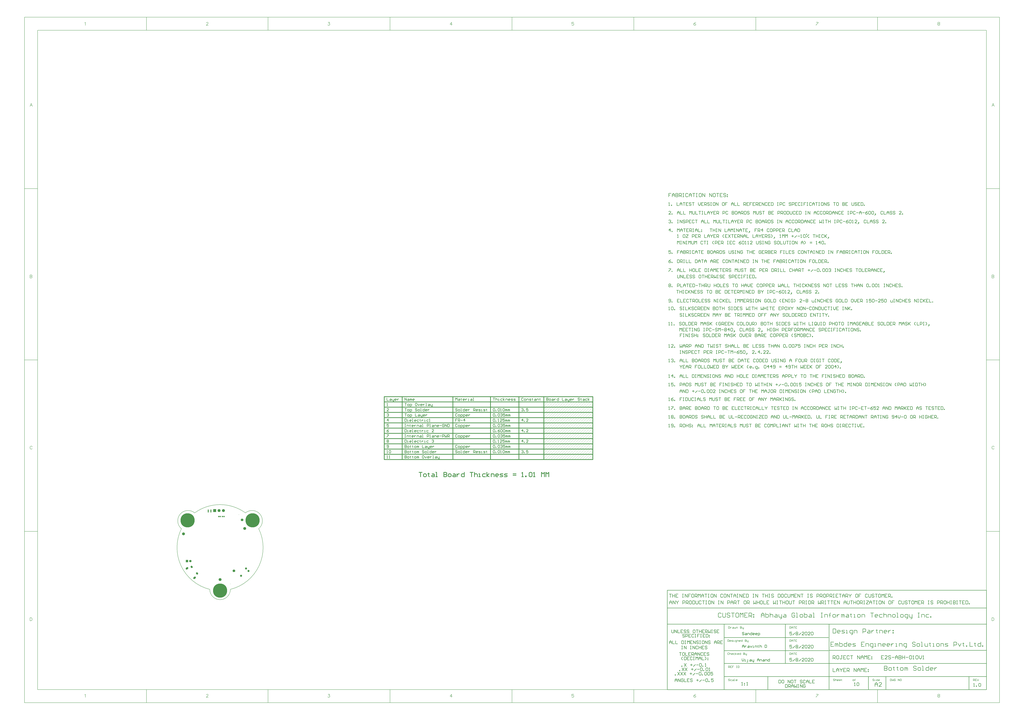
<source format=gbs>
G04 Layer_Color=12566272*
%FSLAX44Y44*%
%MOMM*%
G71*
G01*
G75*
%ADD39C,0.2540*%
%ADD42C,0.2032*%
%ADD50C,0.1270*%
%ADD53C,0.3810*%
%ADD54C,0.0254*%
%ADD55C,0.1778*%
%ADD86C,1.5080*%
%ADD89R,0.7724X0.7724*%
%ADD90R,0.7724X0.7724*%
%ADD114C,8.2032*%
%ADD115C,1.6724*%
%ADD116C,1.7032*%
%ADD117R,1.7032X1.7032*%
%ADD118C,1.3524*%
%ADD119R,1.3524X1.3524*%
%ADD120C,0.2032*%
G04:AMPARAMS|DCode=121|XSize=1.7024mm|YSize=1.1524mm|CornerRadius=0mm|HoleSize=0mm|Usage=FLASHONLY|Rotation=39.000|XOffset=0mm|YOffset=0mm|HoleType=Round|Shape=Round|*
%AMOVALD121*
21,1,0.5500,1.1524,0.0000,0.0000,39.0*
1,1,1.1524,-0.2137,-0.1731*
1,1,1.1524,0.2137,0.1731*
%
%ADD121OVALD121*%

G04:AMPARAMS|DCode=122|XSize=1.4024mm|YSize=1.1024mm|CornerRadius=0mm|HoleSize=0mm|Usage=FLASHONLY|Rotation=309.000|XOffset=0mm|YOffset=0mm|HoleType=Round|Shape=Round|*
%AMOVALD122*
21,1,0.3000,1.1024,0.0000,0.0000,309.0*
1,1,1.1024,-0.0944,0.1166*
1,1,1.1024,0.0944,-0.1166*
%
%ADD122OVALD122*%

%ADD123C,1.2032*%
D39*
X3858169Y-688822D02*
Y-714214D01*
X3870865D01*
X3875097Y-709982D01*
Y-705750D01*
X3870865Y-701518D01*
X3858169D01*
X3870865D01*
X3875097Y-697286D01*
Y-693054D01*
X3870865Y-688822D01*
X3858169D01*
X3887793Y-714214D02*
X3896257D01*
X3900489Y-709982D01*
Y-701518D01*
X3896257Y-697286D01*
X3887793D01*
X3883561Y-701518D01*
Y-709982D01*
X3887793Y-714214D01*
X3913185Y-693054D02*
Y-697286D01*
X3908953D01*
X3917417D01*
X3913185D01*
Y-709982D01*
X3917417Y-714214D01*
X3934344Y-693054D02*
Y-697286D01*
X3930113D01*
X3938576D01*
X3934344D01*
Y-709982D01*
X3938576Y-714214D01*
X3955504D02*
X3963968D01*
X3968200Y-709982D01*
Y-701518D01*
X3963968Y-697286D01*
X3955504D01*
X3951272Y-701518D01*
Y-709982D01*
X3955504Y-714214D01*
X3976664D02*
Y-697286D01*
X3980896D01*
X3985128Y-701518D01*
Y-714214D01*
Y-701518D01*
X3989360Y-697286D01*
X3993592Y-701518D01*
Y-714214D01*
X4044376Y-693054D02*
X4040144Y-688822D01*
X4031680D01*
X4027448Y-693054D01*
Y-697286D01*
X4031680Y-701518D01*
X4040144D01*
X4044376Y-705750D01*
Y-709982D01*
X4040144Y-714214D01*
X4031680D01*
X4027448Y-709982D01*
X4057072Y-714214D02*
X4065535D01*
X4069767Y-709982D01*
Y-701518D01*
X4065535Y-697286D01*
X4057072D01*
X4052839Y-701518D01*
Y-709982D01*
X4057072Y-714214D01*
X4078231D02*
X4086695D01*
X4082463D01*
Y-688822D01*
X4078231D01*
X4116319D02*
Y-714214D01*
X4103623D01*
X4099391Y-709982D01*
Y-701518D01*
X4103623Y-697286D01*
X4116319D01*
X4137479Y-714214D02*
X4129015D01*
X4124783Y-709982D01*
Y-701518D01*
X4129015Y-697286D01*
X4137479D01*
X4141711Y-701518D01*
Y-705750D01*
X4124783D01*
X4150175Y-697286D02*
Y-714214D01*
Y-705750D01*
X4154407Y-701518D01*
X4158639Y-697286D01*
X4162870D01*
X2605840Y802894D02*
X2611765D01*
X2608802D01*
Y820668D01*
X2605840Y817706D01*
X2620652Y820668D02*
X2632502D01*
Y817706D01*
X2620652Y805856D01*
Y802894D01*
X2638426D02*
Y805856D01*
X2641389D01*
Y802894D01*
X2638426D01*
X2671012Y820668D02*
Y802894D01*
X2679899D01*
X2682862Y805856D01*
Y808819D01*
X2679899Y811781D01*
X2671012D01*
X2679899D01*
X2682862Y814743D01*
Y817706D01*
X2679899Y820668D01*
X2671012D01*
X2688787Y802894D02*
Y814743D01*
X2694711Y820668D01*
X2700636Y814743D01*
Y802894D01*
Y811781D01*
X2688787D01*
X2706561Y802894D02*
Y820668D01*
X2715448D01*
X2718410Y817706D01*
Y811781D01*
X2715448Y808819D01*
X2706561D01*
X2712485D02*
X2718410Y802894D01*
X2736184Y820668D02*
X2724335D01*
Y802894D01*
X2736184D01*
X2724335Y811781D02*
X2730260D01*
X2759884Y820668D02*
Y802894D01*
X2768771D01*
X2771733Y805856D01*
Y808819D01*
X2768771Y811781D01*
X2759884D01*
X2768771D01*
X2771733Y814743D01*
Y817706D01*
X2768771Y820668D01*
X2759884D01*
X2786545D02*
X2780620D01*
X2777658Y817706D01*
Y805856D01*
X2780620Y802894D01*
X2786545D01*
X2789507Y805856D01*
Y817706D01*
X2786545Y820668D01*
X2795432Y802894D02*
Y814743D01*
X2801357Y820668D01*
X2807281Y814743D01*
Y802894D01*
Y811781D01*
X2795432D01*
X2813206Y802894D02*
Y820668D01*
X2822094D01*
X2825056Y817706D01*
Y811781D01*
X2822094Y808819D01*
X2813206D01*
X2819131D02*
X2825056Y802894D01*
X2830981Y820668D02*
Y802894D01*
X2839868D01*
X2842830Y805856D01*
Y817706D01*
X2839868Y820668D01*
X2830981D01*
X2866529D02*
X2878379D01*
X2872454D01*
Y802894D01*
X2893191Y820668D02*
X2887266D01*
X2884303Y817706D01*
Y805856D01*
X2887266Y802894D01*
X2893191D01*
X2896153Y805856D01*
Y817706D01*
X2893191Y820668D01*
X2919852D02*
Y802894D01*
X2928739D01*
X2931701Y805856D01*
Y808819D01*
X2928739Y811781D01*
X2919852D01*
X2928739D01*
X2931701Y814743D01*
Y817706D01*
X2928739Y820668D01*
X2919852D01*
X2949476D02*
X2937626D01*
Y802894D01*
X2949476D01*
X2937626Y811781D02*
X2943551D01*
X2985024Y820668D02*
X2973175D01*
Y802894D01*
X2985024D01*
X2973175Y811781D02*
X2979099D01*
X2990949Y820668D02*
Y802894D01*
X3002798D01*
X3020573Y820668D02*
X3008723D01*
Y802894D01*
X3020573D01*
X3008723Y811781D02*
X3014648D01*
X3038347Y817706D02*
X3035385Y820668D01*
X3029460D01*
X3026497Y817706D01*
Y805856D01*
X3029460Y802894D01*
X3035385D01*
X3038347Y805856D01*
X3044272Y820668D02*
X3056121D01*
X3050197D01*
Y802894D01*
X3062046D02*
Y820668D01*
X3070933D01*
X3073896Y817706D01*
Y811781D01*
X3070933Y808819D01*
X3062046D01*
X3067971D02*
X3073896Y802894D01*
X3079820Y820668D02*
X3085745D01*
X3082783D01*
Y802894D01*
X3079820D01*
X3085745D01*
X3106482Y817706D02*
X3103519Y820668D01*
X3097595D01*
X3094632Y817706D01*
Y805856D01*
X3097595Y802894D01*
X3103519D01*
X3106482Y805856D01*
X3112406Y802894D02*
Y814743D01*
X3118331Y820668D01*
X3124256Y814743D01*
Y802894D01*
Y811781D01*
X3112406D01*
X3130181Y820668D02*
Y802894D01*
X3142030D01*
X3147955Y820668D02*
Y802894D01*
X3159804D01*
X3165729Y820668D02*
Y817706D01*
X3171654Y811781D01*
X3177579Y817706D01*
Y820668D01*
X3171654Y811781D02*
Y802894D01*
X3201278Y820668D02*
X3213127D01*
X3207202D01*
Y802894D01*
X3230901Y820668D02*
X3219052D01*
Y802894D01*
X3230901D01*
X3219052Y811781D02*
X3224977D01*
X3248676Y817706D02*
X3245713Y820668D01*
X3239789D01*
X3236826Y817706D01*
Y814743D01*
X3239789Y811781D01*
X3245713D01*
X3248676Y808819D01*
Y805856D01*
X3245713Y802894D01*
X3239789D01*
X3236826Y805856D01*
X3254601Y820668D02*
X3266450D01*
X3260525D01*
Y802894D01*
X3284224Y820668D02*
X3272375D01*
Y802894D01*
X3284224D01*
X3272375Y811781D02*
X3278300D01*
X3290149Y820668D02*
Y802894D01*
X3299036D01*
X3301999Y805856D01*
Y817706D01*
X3299036Y820668D01*
X3290149D01*
X3325698D02*
X3331622D01*
X3328660D01*
Y802894D01*
X3325698D01*
X3331622D01*
X3340509D02*
Y820668D01*
X3352359Y802894D01*
Y820668D01*
X3376058Y802894D02*
Y814743D01*
X3381983Y820668D01*
X3387907Y814743D01*
Y802894D01*
Y811781D01*
X3376058D01*
X3405682Y817706D02*
X3402719Y820668D01*
X3396794D01*
X3393832Y817706D01*
Y805856D01*
X3396794Y802894D01*
X3402719D01*
X3405682Y805856D01*
X3423456Y817706D02*
X3420493Y820668D01*
X3414569D01*
X3411606Y817706D01*
Y805856D01*
X3414569Y802894D01*
X3420493D01*
X3423456Y805856D01*
X3438268Y820668D02*
X3432343D01*
X3429381Y817706D01*
Y805856D01*
X3432343Y802894D01*
X3438268D01*
X3441230Y805856D01*
Y817706D01*
X3438268Y820668D01*
X3447155Y802894D02*
Y820668D01*
X3456042D01*
X3459005Y817706D01*
Y811781D01*
X3456042Y808819D01*
X3447155D01*
X3453080D02*
X3459005Y802894D01*
X3464929Y820668D02*
Y802894D01*
X3473816D01*
X3476779Y805856D01*
Y817706D01*
X3473816Y820668D01*
X3464929D01*
X3482704Y802894D02*
Y814743D01*
X3488628Y820668D01*
X3494553Y814743D01*
Y802894D01*
Y811781D01*
X3482704D01*
X3500478Y802894D02*
Y820668D01*
X3512327Y802894D01*
Y820668D01*
X3530102Y817706D02*
X3527139Y820668D01*
X3521214D01*
X3518252Y817706D01*
Y805856D01*
X3521214Y802894D01*
X3527139D01*
X3530102Y805856D01*
X3547876Y820668D02*
X3536026D01*
Y802894D01*
X3547876D01*
X3536026Y811781D02*
X3541951D01*
X3571575Y820668D02*
Y802894D01*
X3577499Y808819D01*
X3583424Y802894D01*
Y820668D01*
X3589349D02*
X3595274D01*
X3592311D01*
Y802894D01*
X3589349D01*
X3595274D01*
X3604161Y820668D02*
X3616010D01*
X3610085D01*
Y802894D01*
X3621935Y820668D02*
Y802894D01*
Y811781D01*
X3633785D01*
Y820668D01*
Y802894D01*
X3657484Y820668D02*
X3663409D01*
X3660446D01*
Y802894D01*
X3657484D01*
X3663409D01*
X3672296D02*
Y820668D01*
X3681183D01*
X3684145Y817706D01*
Y811781D01*
X3681183Y808819D01*
X3672296D01*
X3701919Y817706D02*
X3698957Y820668D01*
X3693032D01*
X3690070Y817706D01*
Y805856D01*
X3693032Y802894D01*
X3698957D01*
X3701919Y805856D01*
X3707844Y811781D02*
X3719694D01*
X3737468Y820668D02*
X3725618D01*
Y802894D01*
X3737468D01*
X3725618Y811781D02*
X3731543D01*
X3743393Y820668D02*
X3755242D01*
X3749317D01*
Y802894D01*
X3761167Y811781D02*
X3773016D01*
X3790791Y820668D02*
X3784866Y817706D01*
X3778941Y811781D01*
Y805856D01*
X3781903Y802894D01*
X3787828D01*
X3790791Y805856D01*
Y808819D01*
X3787828Y811781D01*
X3778941D01*
X3808565Y820668D02*
X3796715D01*
Y811781D01*
X3802640Y814743D01*
X3805602D01*
X3808565Y811781D01*
Y805856D01*
X3805602Y802894D01*
X3799678D01*
X3796715Y805856D01*
X3826339Y802894D02*
X3814490D01*
X3826339Y814743D01*
Y817706D01*
X3823377Y820668D01*
X3817452D01*
X3814490Y817706D01*
X3850038Y802894D02*
Y814743D01*
X3855963Y820668D01*
X3861888Y814743D01*
Y802894D01*
Y811781D01*
X3850038D01*
X3867812Y802894D02*
Y820668D01*
X3879662Y802894D01*
Y820668D01*
X3885587D02*
Y802894D01*
X3894474D01*
X3897436Y805856D01*
Y817706D01*
X3894474Y820668D01*
X3885587D01*
X3921135Y802894D02*
Y820668D01*
X3927060Y814743D01*
X3932985Y820668D01*
Y802894D01*
X3938909D02*
Y814743D01*
X3944834Y820668D01*
X3950759Y814743D01*
Y802894D01*
Y811781D01*
X3938909D01*
X3956684Y802894D02*
Y820668D01*
X3965571D01*
X3968533Y817706D01*
Y811781D01*
X3965571Y808819D01*
X3956684D01*
X3962609D02*
X3968533Y802894D01*
X3974458Y820668D02*
Y802894D01*
Y808819D01*
X3986307Y820668D01*
X3977420Y811781D01*
X3986307Y802894D01*
X4004082Y820668D02*
X3992232D01*
Y802894D01*
X4004082D01*
X3992232Y811781D02*
X3998157D01*
X4010006Y820668D02*
Y802894D01*
X4018894D01*
X4021856Y805856D01*
Y817706D01*
X4018894Y820668D01*
X4010006D01*
X4045555Y802894D02*
Y814743D01*
X4051480Y820668D01*
X4057404Y814743D01*
Y802894D01*
Y811781D01*
X4045555D01*
X4075179Y817706D02*
X4072216Y820668D01*
X4066292D01*
X4063329Y817706D01*
Y814743D01*
X4066292Y811781D01*
X4072216D01*
X4075179Y808819D01*
Y805856D01*
X4072216Y802894D01*
X4066292D01*
X4063329Y805856D01*
X4098878Y820668D02*
X4110727D01*
X4104803D01*
Y802894D01*
X4128502Y820668D02*
X4116652D01*
Y802894D01*
X4128502D01*
X4116652Y811781D02*
X4122577D01*
X4146276Y817706D02*
X4143313Y820668D01*
X4137389D01*
X4134426Y817706D01*
Y814743D01*
X4137389Y811781D01*
X4143313D01*
X4146276Y808819D01*
Y805856D01*
X4143313Y802894D01*
X4137389D01*
X4134426Y805856D01*
X4152201Y820668D02*
X4164050D01*
X4158125D01*
Y802894D01*
X4181824Y820668D02*
X4169975D01*
Y802894D01*
X4181824D01*
X4169975Y811781D02*
X4175900D01*
X4187749Y820668D02*
Y802894D01*
X4196636D01*
X4199599Y805856D01*
Y817706D01*
X4196636Y820668D01*
X4187749D01*
X4205523Y802894D02*
Y805856D01*
X4208486D01*
Y802894D01*
X4205523D01*
X2605840Y854964D02*
X2611765D01*
X2608802D01*
Y872738D01*
X2605840Y869776D01*
X2632502Y872738D02*
X2626577Y869776D01*
X2620652Y863851D01*
Y857926D01*
X2623614Y854964D01*
X2629539D01*
X2632502Y857926D01*
Y860889D01*
X2629539Y863851D01*
X2620652D01*
X2638426Y854964D02*
Y857926D01*
X2641389D01*
Y854964D01*
X2638426D01*
X2682862Y872738D02*
X2671012D01*
Y863851D01*
X2676937D01*
X2671012D01*
Y854964D01*
X2688787Y872738D02*
X2694711D01*
X2691749D01*
Y854964D01*
X2688787D01*
X2694711D01*
X2703598Y872738D02*
Y854964D01*
X2712485D01*
X2715448Y857926D01*
Y869776D01*
X2712485Y872738D01*
X2703598D01*
X2721373D02*
Y857926D01*
X2724335Y854964D01*
X2730260D01*
X2733222Y857926D01*
Y872738D01*
X2750996Y869776D02*
X2748034Y872738D01*
X2742109D01*
X2739147Y869776D01*
Y857926D01*
X2742109Y854964D01*
X2748034D01*
X2750996Y857926D01*
X2756921Y872738D02*
X2762846D01*
X2759884D01*
Y854964D01*
X2756921D01*
X2762846D01*
X2771733D02*
Y866814D01*
X2777658Y872738D01*
X2783582Y866814D01*
Y854964D01*
Y863851D01*
X2771733D01*
X2789507Y872738D02*
Y854964D01*
X2801357D01*
X2819131Y869776D02*
X2816169Y872738D01*
X2810244D01*
X2807281Y869776D01*
Y866814D01*
X2810244Y863851D01*
X2816169D01*
X2819131Y860889D01*
Y857926D01*
X2816169Y854964D01*
X2810244D01*
X2807281Y857926D01*
X2842830Y854964D02*
Y872738D01*
X2848755Y866814D01*
X2854680Y872738D01*
Y854964D01*
X2860604Y872738D02*
Y857926D01*
X2863567Y854964D01*
X2869492D01*
X2872454Y857926D01*
Y872738D01*
X2890228Y869776D02*
X2887266Y872738D01*
X2881341D01*
X2878379Y869776D01*
Y866814D01*
X2881341Y863851D01*
X2887266D01*
X2890228Y860889D01*
Y857926D01*
X2887266Y854964D01*
X2881341D01*
X2878379Y857926D01*
X2896153Y872738D02*
X2908002D01*
X2902078D01*
Y854964D01*
X2931701Y872738D02*
Y854964D01*
X2940588D01*
X2943551Y857926D01*
Y860889D01*
X2940588Y863851D01*
X2931701D01*
X2940588D01*
X2943551Y866814D01*
Y869776D01*
X2940588Y872738D01*
X2931701D01*
X2961325D02*
X2949476D01*
Y854964D01*
X2961325D01*
X2949476Y863851D02*
X2955400D01*
X2996874Y872738D02*
X2985024D01*
Y863851D01*
X2990949D01*
X2985024D01*
Y854964D01*
X3002798D02*
Y872738D01*
X3011685D01*
X3014648Y869776D01*
Y863851D01*
X3011685Y860889D01*
X3002798D01*
X3008723D02*
X3014648Y854964D01*
X3032422Y872738D02*
X3020573D01*
Y854964D01*
X3032422D01*
X3020573Y863851D02*
X3026497D01*
X3050197Y872738D02*
X3038347D01*
Y854964D01*
X3050197D01*
X3038347Y863851D02*
X3044272D01*
X3082783Y872738D02*
X3076858D01*
X3073896Y869776D01*
Y857926D01*
X3076858Y854964D01*
X3082783D01*
X3085745Y857926D01*
Y869776D01*
X3082783Y872738D01*
X3103519D02*
X3091670D01*
Y863851D01*
X3097595D01*
X3091670D01*
Y854964D01*
X3127218D02*
Y866814D01*
X3133143Y872738D01*
X3139068Y866814D01*
Y854964D01*
Y863851D01*
X3127218D01*
X3144992Y854964D02*
Y872738D01*
X3156842Y854964D01*
Y872738D01*
X3162767D02*
Y869776D01*
X3168691Y863851D01*
X3174616Y869776D01*
Y872738D01*
X3168691Y863851D02*
Y854964D01*
X3198315D02*
Y872738D01*
X3204240Y866814D01*
X3210165Y872738D01*
Y854964D01*
X3216089D02*
Y866814D01*
X3222014Y872738D01*
X3227939Y866814D01*
Y854964D01*
Y863851D01*
X3216089D01*
X3233864Y854964D02*
Y872738D01*
X3242751D01*
X3245713Y869776D01*
Y863851D01*
X3242751Y860889D01*
X3233864D01*
X3239789D02*
X3245713Y854964D01*
X3251638Y872738D02*
Y854964D01*
Y860889D01*
X3263488Y872738D01*
X3254601Y863851D01*
X3263488Y854964D01*
X3269412Y872738D02*
X3275337D01*
X3272375D01*
Y854964D01*
X3269412D01*
X3275337D01*
X3284224D02*
Y872738D01*
X3296074Y854964D01*
Y872738D01*
X3313848Y869776D02*
X3310886Y872738D01*
X3304961D01*
X3301999Y869776D01*
Y857926D01*
X3304961Y854964D01*
X3310886D01*
X3313848Y857926D01*
Y863851D01*
X3307923D01*
X3331622Y869776D02*
X3328660Y872738D01*
X3322735D01*
X3319773Y869776D01*
Y866814D01*
X3322735Y863851D01*
X3328660D01*
X3331622Y860889D01*
Y857926D01*
X3328660Y854964D01*
X3322735D01*
X3319773Y857926D01*
X3337547Y854964D02*
Y857926D01*
X3340509D01*
Y854964D01*
X3337547D01*
X2671626Y901446D02*
Y913296D01*
X2677551Y919220D01*
X2683476Y913296D01*
Y901446D01*
Y910333D01*
X2671626D01*
X2689400Y901446D02*
Y919220D01*
X2701250Y901446D01*
Y919220D01*
X2707174D02*
Y901446D01*
X2716062D01*
X2719024Y904408D01*
Y916258D01*
X2716062Y919220D01*
X2707174D01*
X2742723Y910333D02*
X2754572D01*
X2748648Y916258D02*
Y904408D01*
X2760497Y901446D02*
X2772347Y913296D01*
X2778271Y910333D02*
X2790121D01*
X2796046Y916258D02*
X2799008Y919220D01*
X2804933D01*
X2807895Y916258D01*
Y904408D01*
X2804933Y901446D01*
X2799008D01*
X2796046Y904408D01*
Y916258D01*
X2813820Y901446D02*
Y904408D01*
X2816783D01*
Y901446D01*
X2813820D01*
X2828632Y916258D02*
X2831594Y919220D01*
X2837519D01*
X2840481Y916258D01*
Y904408D01*
X2837519Y901446D01*
X2831594D01*
X2828632Y904408D01*
Y916258D01*
X2846406D02*
X2849369Y919220D01*
X2855293D01*
X2858256Y916258D01*
Y904408D01*
X2855293Y901446D01*
X2849369D01*
X2846406Y904408D01*
Y916258D01*
X2876030Y901446D02*
X2864181D01*
X2876030Y913296D01*
Y916258D01*
X2873068Y919220D01*
X2867143D01*
X2864181Y916258D01*
X2899729Y919220D02*
X2905654D01*
X2902691D01*
Y901446D01*
X2899729D01*
X2905654D01*
X2914541D02*
Y919220D01*
X2926390Y901446D01*
Y919220D01*
X2944165Y916258D02*
X2941202Y919220D01*
X2935277D01*
X2932315Y916258D01*
Y904408D01*
X2935277Y901446D01*
X2941202D01*
X2944165Y904408D01*
X2950089Y919220D02*
Y901446D01*
Y910333D01*
X2961939D01*
Y919220D01*
Y901446D01*
X2979713Y919220D02*
X2967863D01*
Y901446D01*
X2979713D01*
X2967863Y910333D02*
X2973788D01*
X2997487Y916258D02*
X2994525Y919220D01*
X2988600D01*
X2985638Y916258D01*
Y913296D01*
X2988600Y910333D01*
X2994525D01*
X2997487Y907371D01*
Y904408D01*
X2994525Y901446D01*
X2988600D01*
X2985638Y904408D01*
X3030074Y919220D02*
X3024149D01*
X3021187Y916258D01*
Y904408D01*
X3024149Y901446D01*
X3030074D01*
X3033036Y904408D01*
Y916258D01*
X3030074Y919220D01*
X3050810D02*
X3038961D01*
Y910333D01*
X3044885D01*
X3038961D01*
Y901446D01*
X3074509Y919220D02*
X3086359D01*
X3080434D01*
Y901446D01*
X3092284Y919220D02*
Y901446D01*
Y910333D01*
X3104133D01*
Y919220D01*
Y901446D01*
X3121907Y919220D02*
X3110058D01*
Y901446D01*
X3121907D01*
X3110058Y910333D02*
X3115982D01*
X3145606Y901446D02*
Y919220D01*
X3151531Y913296D01*
X3157456Y919220D01*
Y901446D01*
X3163380D02*
Y913296D01*
X3169305Y919220D01*
X3175230Y913296D01*
Y901446D01*
Y910333D01*
X3163380D01*
X3193004Y919220D02*
X3187079D01*
X3190042D01*
Y904408D01*
X3187079Y901446D01*
X3184117D01*
X3181155Y904408D01*
X3207816Y919220D02*
X3201891D01*
X3198929Y916258D01*
Y904408D01*
X3201891Y901446D01*
X3207816D01*
X3210779Y904408D01*
Y916258D01*
X3207816Y919220D01*
X3216703Y901446D02*
Y919220D01*
X3225591D01*
X3228553Y916258D01*
Y910333D01*
X3225591Y907371D01*
X3216703D01*
X3222628D02*
X3228553Y901446D01*
X3252252Y919220D02*
Y901446D01*
X3261139D01*
X3264101Y904408D01*
Y916258D01*
X3261139Y919220D01*
X3252252D01*
X3270026D02*
X3275951D01*
X3272988D01*
Y901446D01*
X3270026D01*
X3275951D01*
X3284838D02*
Y919220D01*
X3290763Y913296D01*
X3296687Y919220D01*
Y901446D01*
X3314462Y919220D02*
X3302612D01*
Y901446D01*
X3314462D01*
X3302612Y910333D02*
X3308537D01*
X3320386Y901446D02*
Y919220D01*
X3332236Y901446D01*
Y919220D01*
X3350010Y916258D02*
X3347048Y919220D01*
X3341123D01*
X3338161Y916258D01*
Y913296D01*
X3341123Y910333D01*
X3347048D01*
X3350010Y907371D01*
Y904408D01*
X3347048Y901446D01*
X3341123D01*
X3338161Y904408D01*
X3355935Y919220D02*
X3361860D01*
X3358897D01*
Y901446D01*
X3355935D01*
X3361860D01*
X3379634Y919220D02*
X3373709D01*
X3370747Y916258D01*
Y904408D01*
X3373709Y901446D01*
X3379634D01*
X3382596Y904408D01*
Y916258D01*
X3379634Y919220D01*
X3388521Y901446D02*
Y919220D01*
X3400370Y901446D01*
Y919220D01*
X3429995Y901446D02*
X3424070Y907371D01*
Y913296D01*
X3429995Y919220D01*
X3438882Y901446D02*
Y919220D01*
X3447769D01*
X3450731Y916258D01*
Y910333D01*
X3447769Y907371D01*
X3438882D01*
X3456656Y901446D02*
Y913296D01*
X3462581Y919220D01*
X3468505Y913296D01*
Y901446D01*
Y910333D01*
X3456656D01*
X3474430Y919220D02*
Y901446D01*
X3483317D01*
X3486280Y904408D01*
Y916258D01*
X3483317Y919220D01*
X3474430D01*
X3509979D02*
Y901446D01*
X3521828D01*
X3539602Y919220D02*
X3527753D01*
Y901446D01*
X3539602D01*
X3527753Y910333D02*
X3533678D01*
X3545527Y901446D02*
Y919220D01*
X3557377Y901446D01*
Y919220D01*
X3575151Y916258D02*
X3572188Y919220D01*
X3566264D01*
X3563301Y916258D01*
Y904408D01*
X3566264Y901446D01*
X3572188D01*
X3575151Y904408D01*
Y910333D01*
X3569226D01*
X3581076Y919220D02*
X3592925D01*
X3587000D01*
Y901446D01*
X3598850Y919220D02*
Y901446D01*
Y910333D01*
X3610699D01*
Y919220D01*
Y901446D01*
X3616624D02*
X3622549Y907371D01*
Y913296D01*
X3616624Y919220D01*
X3631436Y901446D02*
Y904408D01*
X3634398D01*
Y901446D01*
X3631436D01*
X2605840Y940054D02*
X2611765D01*
X2608802D01*
Y957828D01*
X2605840Y954866D01*
X2632502Y957828D02*
X2620652D01*
Y948941D01*
X2626577Y951904D01*
X2629539D01*
X2632502Y948941D01*
Y943016D01*
X2629539Y940054D01*
X2623614D01*
X2620652Y943016D01*
X2638426Y940054D02*
Y943016D01*
X2641389D01*
Y940054D01*
X2638426D01*
X2671012D02*
Y957828D01*
X2679899D01*
X2682862Y954866D01*
Y948941D01*
X2679899Y945979D01*
X2671012D01*
X2688787Y940054D02*
Y951904D01*
X2694711Y957828D01*
X2700636Y951904D01*
Y940054D01*
Y948941D01*
X2688787D01*
X2706561Y957828D02*
Y940054D01*
X2715448D01*
X2718410Y943016D01*
Y954866D01*
X2715448Y957828D01*
X2706561D01*
X2736184Y954866D02*
X2733222Y957828D01*
X2727297D01*
X2724335Y954866D01*
Y951904D01*
X2727297Y948941D01*
X2733222D01*
X2736184Y945979D01*
Y943016D01*
X2733222Y940054D01*
X2727297D01*
X2724335Y943016D01*
X2759884Y940054D02*
Y957828D01*
X2765808Y951904D01*
X2771733Y957828D01*
Y940054D01*
X2777658Y957828D02*
Y943016D01*
X2780620Y940054D01*
X2786545D01*
X2789507Y943016D01*
Y957828D01*
X2807281Y954866D02*
X2804319Y957828D01*
X2798394D01*
X2795432Y954866D01*
Y951904D01*
X2798394Y948941D01*
X2804319D01*
X2807281Y945979D01*
Y943016D01*
X2804319Y940054D01*
X2798394D01*
X2795432Y943016D01*
X2813206Y957828D02*
X2825056D01*
X2819131D01*
Y940054D01*
X2848755Y957828D02*
Y940054D01*
X2857642D01*
X2860604Y943016D01*
Y945979D01*
X2857642Y948941D01*
X2848755D01*
X2857642D01*
X2860604Y951904D01*
Y954866D01*
X2857642Y957828D01*
X2848755D01*
X2878379D02*
X2866529D01*
Y940054D01*
X2878379D01*
X2866529Y948941D02*
X2872454D01*
X2913927Y957828D02*
X2902078D01*
Y948941D01*
X2908002D01*
X2902078D01*
Y940054D01*
X2919852Y957828D02*
X2925777D01*
X2922814D01*
Y940054D01*
X2919852D01*
X2925777D01*
X2934664D02*
Y957828D01*
X2946513Y940054D01*
Y957828D01*
X2952438D02*
X2958363D01*
X2955400D01*
Y940054D01*
X2952438D01*
X2958363D01*
X2979099Y954866D02*
X2976137Y957828D01*
X2970212D01*
X2967250Y954866D01*
Y951904D01*
X2970212Y948941D01*
X2976137D01*
X2979099Y945979D01*
Y943016D01*
X2976137Y940054D01*
X2970212D01*
X2967250Y943016D01*
X2985024Y957828D02*
Y940054D01*
Y948941D01*
X2996874D01*
Y957828D01*
Y940054D01*
X3014648Y957828D02*
X3002798D01*
Y940054D01*
X3014648D01*
X3002798Y948941D02*
X3008723D01*
X3020573Y957828D02*
Y940054D01*
X3029460D01*
X3032422Y943016D01*
Y954866D01*
X3029460Y957828D01*
X3020573D01*
X3056121D02*
X3067971D01*
X3062046D01*
Y940054D01*
X3082783Y957828D02*
X3076858D01*
X3073896Y954866D01*
Y943016D01*
X3076858Y940054D01*
X3082783D01*
X3085745Y943016D01*
Y954866D01*
X3082783Y957828D01*
X3109444D02*
Y940054D01*
X3115369Y945979D01*
X3121294Y940054D01*
Y957828D01*
X3127218D02*
X3133143D01*
X3130181D01*
Y940054D01*
X3127218D01*
X3133143D01*
X3142030Y957828D02*
X3153880D01*
X3147955D01*
Y940054D01*
X3159804Y957828D02*
Y940054D01*
Y948941D01*
X3171654D01*
Y957828D01*
Y940054D01*
X3177579Y957828D02*
X3183503D01*
X3180541D01*
Y940054D01*
X3177579D01*
X3183503D01*
X3192390D02*
Y957828D01*
X3204240Y940054D01*
Y957828D01*
X3227939Y948941D02*
X3239789D01*
X3233864Y954866D02*
Y943016D01*
X3245713Y940054D02*
X3257563Y951904D01*
X3263488Y948941D02*
X3275337D01*
X3281262Y954866D02*
X3284224Y957828D01*
X3290149D01*
X3293111Y954866D01*
Y943016D01*
X3290149Y940054D01*
X3284224D01*
X3281262Y943016D01*
Y954866D01*
X3299036Y940054D02*
Y943016D01*
X3301999D01*
Y940054D01*
X3299036D01*
X3313848Y954866D02*
X3316810Y957828D01*
X3322735D01*
X3325698Y954866D01*
Y943016D01*
X3322735Y940054D01*
X3316810D01*
X3313848Y943016D01*
Y954866D01*
X3331622D02*
X3334585Y957828D01*
X3340509D01*
X3343472Y954866D01*
Y943016D01*
X3340509Y940054D01*
X3334585D01*
X3331622Y943016D01*
Y954866D01*
X3349396Y940054D02*
X3355321D01*
X3352359D01*
Y957828D01*
X3349396Y954866D01*
X3376058Y957828D02*
X3364208D01*
Y948941D01*
X3370133Y951904D01*
X3373095D01*
X3376058Y948941D01*
Y943016D01*
X3373095Y940054D01*
X3367171D01*
X3364208Y943016D01*
X3399757Y957828D02*
X3405682D01*
X3402719D01*
Y940054D01*
X3399757D01*
X3405682D01*
X3414569D02*
Y957828D01*
X3426418Y940054D01*
Y957828D01*
X3444193Y954866D02*
X3441230Y957828D01*
X3435305D01*
X3432343Y954866D01*
Y943016D01*
X3435305Y940054D01*
X3441230D01*
X3444193Y943016D01*
X3450117Y957828D02*
Y940054D01*
Y948941D01*
X3461967D01*
Y957828D01*
Y940054D01*
X3479741Y957828D02*
X3467892D01*
Y940054D01*
X3479741D01*
X3467892Y948941D02*
X3473816D01*
X3497515Y954866D02*
X3494553Y957828D01*
X3488628D01*
X3485666Y954866D01*
Y951904D01*
X3488628Y948941D01*
X3494553D01*
X3497515Y945979D01*
Y943016D01*
X3494553Y940054D01*
X3488628D01*
X3485666Y943016D01*
X3530102Y957828D02*
X3524177D01*
X3521214Y954866D01*
Y943016D01*
X3524177Y940054D01*
X3530102D01*
X3533064Y943016D01*
Y954866D01*
X3530102Y957828D01*
X3550838D02*
X3538989D01*
Y948941D01*
X3544913D01*
X3538989D01*
Y940054D01*
X3574537Y957828D02*
X3586387D01*
X3580462D01*
Y940054D01*
X3592311Y957828D02*
Y940054D01*
Y948941D01*
X3604161D01*
Y957828D01*
Y940054D01*
X3621935Y957828D02*
X3610085D01*
Y940054D01*
X3621935D01*
X3610085Y948941D02*
X3616010D01*
X3645634Y940054D02*
Y957828D01*
X3651559Y951904D01*
X3657484Y957828D01*
Y940054D01*
X3663409Y957828D02*
X3669333D01*
X3666371D01*
Y940054D01*
X3663409D01*
X3669333D01*
X3678220D02*
Y957828D01*
X3690070Y940054D01*
Y957828D01*
X3704882D02*
X3698957D01*
X3695995Y954866D01*
Y943016D01*
X3698957Y940054D01*
X3704882D01*
X3707844Y943016D01*
Y954866D01*
X3704882Y957828D01*
X3713769Y940054D02*
Y957828D01*
X3722656D01*
X3725618Y954866D01*
Y948941D01*
X3722656Y945979D01*
X3713769D01*
X3719694D02*
X3725618Y940054D01*
X3749317Y957828D02*
Y940054D01*
X3758205D01*
X3761167Y943016D01*
Y954866D01*
X3758205Y957828D01*
X3749317D01*
X3767092D02*
X3773016D01*
X3770054D01*
Y940054D01*
X3767092D01*
X3773016D01*
X3781903D02*
Y957828D01*
X3787828Y951904D01*
X3793753Y957828D01*
Y940054D01*
X3811527Y957828D02*
X3799678D01*
Y940054D01*
X3811527D01*
X3799678Y948941D02*
X3805602D01*
X3817452Y940054D02*
Y957828D01*
X3829301Y940054D01*
Y957828D01*
X3847076Y954866D02*
X3844113Y957828D01*
X3838188D01*
X3835226Y954866D01*
Y951904D01*
X3838188Y948941D01*
X3844113D01*
X3847076Y945979D01*
Y943016D01*
X3844113Y940054D01*
X3838188D01*
X3835226Y943016D01*
X3853000Y957828D02*
X3858925D01*
X3855963D01*
Y940054D01*
X3853000D01*
X3858925D01*
X3876700Y957828D02*
X3870775D01*
X3867812Y954866D01*
Y943016D01*
X3870775Y940054D01*
X3876700D01*
X3879662Y943016D01*
Y954866D01*
X3876700Y957828D01*
X3885587Y940054D02*
Y957828D01*
X3897436Y940054D01*
Y957828D01*
X3927060Y940054D02*
X3921135Y945979D01*
Y951904D01*
X3927060Y957828D01*
X3935947Y940054D02*
Y957828D01*
X3944834D01*
X3947797Y954866D01*
Y948941D01*
X3944834Y945979D01*
X3935947D01*
X3953721Y940054D02*
Y951904D01*
X3959646Y957828D01*
X3965571Y951904D01*
Y940054D01*
Y948941D01*
X3953721D01*
X3971496Y957828D02*
Y940054D01*
X3980383D01*
X3983345Y943016D01*
Y954866D01*
X3980383Y957828D01*
X3971496D01*
X4007044D02*
Y940054D01*
X4012969Y945979D01*
X4018894Y940054D01*
Y957828D01*
X4024818D02*
X4030743D01*
X4027781D01*
Y940054D01*
X4024818D01*
X4030743D01*
X4039630Y957828D02*
Y940054D01*
X4048517D01*
X4051480Y943016D01*
Y954866D01*
X4048517Y957828D01*
X4039630D01*
X4057404D02*
X4069254D01*
X4063329D01*
Y940054D01*
X4075179Y957828D02*
Y940054D01*
Y948941D01*
X4087028D01*
Y957828D01*
Y940054D01*
X4092953D02*
X4098878Y945979D01*
Y951904D01*
X4092953Y957828D01*
X2605840Y989584D02*
X2611765D01*
X2608802D01*
Y1007358D01*
X2605840Y1004396D01*
X2629539Y989584D02*
Y1007358D01*
X2620652Y998471D01*
X2632502D01*
X2638426Y989584D02*
Y992546D01*
X2641389D01*
Y989584D01*
X2638426D01*
X2671012D02*
Y1001433D01*
X2676937Y1007358D01*
X2682862Y1001433D01*
Y989584D01*
Y998471D01*
X2671012D01*
X2688787Y1007358D02*
Y989584D01*
X2700636D01*
X2706561Y1007358D02*
Y989584D01*
X2718410D01*
X2742109Y1007358D02*
Y989584D01*
X2750996D01*
X2753959Y992546D01*
Y1004396D01*
X2750996Y1007358D01*
X2742109D01*
X2759884D02*
X2765808D01*
X2762846D01*
Y989584D01*
X2759884D01*
X2765808D01*
X2774695D02*
Y1007358D01*
X2780620Y1001433D01*
X2786545Y1007358D01*
Y989584D01*
X2804319Y1007358D02*
X2792470D01*
Y989584D01*
X2804319D01*
X2792470Y998471D02*
X2798394D01*
X2810244Y989584D02*
Y1007358D01*
X2822094Y989584D01*
Y1007358D01*
X2839868Y1004396D02*
X2836905Y1007358D01*
X2830981D01*
X2828018Y1004396D01*
Y1001433D01*
X2830981Y998471D01*
X2836905D01*
X2839868Y995509D01*
Y992546D01*
X2836905Y989584D01*
X2830981D01*
X2828018Y992546D01*
X2845793Y1007358D02*
X2851717D01*
X2848755D01*
Y989584D01*
X2845793D01*
X2851717D01*
X2869492Y1007358D02*
X2863567D01*
X2860604Y1004396D01*
Y992546D01*
X2863567Y989584D01*
X2869492D01*
X2872454Y992546D01*
Y1004396D01*
X2869492Y1007358D01*
X2878379Y989584D02*
Y1007358D01*
X2890228Y989584D01*
Y1007358D01*
X2908002Y1004396D02*
X2905040Y1007358D01*
X2899115D01*
X2896153Y1004396D01*
Y1001433D01*
X2899115Y998471D01*
X2905040D01*
X2908002Y995509D01*
Y992546D01*
X2905040Y989584D01*
X2899115D01*
X2896153Y992546D01*
X2931701Y989584D02*
Y1001433D01*
X2937626Y1007358D01*
X2943551Y1001433D01*
Y989584D01*
Y998471D01*
X2931701D01*
X2949476Y989584D02*
Y1007358D01*
X2961325Y989584D01*
Y1007358D01*
X2967250D02*
Y989584D01*
X2976137D01*
X2979099Y992546D01*
Y1004396D01*
X2976137Y1007358D01*
X2967250D01*
X3002798D02*
Y989584D01*
Y998471D01*
X3014648D01*
Y1007358D01*
Y989584D01*
X3029460Y1007358D02*
X3023535D01*
X3020573Y1004396D01*
Y992546D01*
X3023535Y989584D01*
X3029460D01*
X3032422Y992546D01*
Y1004396D01*
X3029460Y1007358D01*
X3038347D02*
Y989584D01*
X3050197D01*
X3067971Y1007358D02*
X3056121D01*
Y989584D01*
X3067971D01*
X3056121Y998471D02*
X3062046D01*
X3091670Y1007358D02*
Y989584D01*
X3100557D01*
X3103519Y992546D01*
Y1004396D01*
X3100557Y1007358D01*
X3091670D01*
X3109444D02*
X3115369D01*
X3112406D01*
Y989584D01*
X3109444D01*
X3115369D01*
X3124256D02*
Y1001433D01*
X3130181Y1007358D01*
X3136105Y1001433D01*
Y989584D01*
Y998471D01*
X3124256D01*
X3142030Y989584D02*
Y1007358D01*
X3147955Y1001433D01*
X3153880Y1007358D01*
Y989584D01*
X3171654Y1007358D02*
X3159804D01*
Y989584D01*
X3171654D01*
X3159804Y998471D02*
X3165729D01*
X3177579Y1007358D02*
X3189428D01*
X3183503D01*
Y989584D01*
X3207202Y1007358D02*
X3195353D01*
Y989584D01*
X3207202D01*
X3195353Y998471D02*
X3201278D01*
X3213127Y989584D02*
Y1007358D01*
X3222014D01*
X3224977Y1004396D01*
Y998471D01*
X3222014Y995509D01*
X3213127D01*
X3219052D02*
X3224977Y989584D01*
X3242751Y1004396D02*
X3239789Y1007358D01*
X3233864D01*
X3230901Y1004396D01*
Y1001433D01*
X3233864Y998471D01*
X3239789D01*
X3242751Y995509D01*
Y992546D01*
X3239789Y989584D01*
X3233864D01*
X3230901Y992546D01*
X3266450Y989584D02*
Y1001433D01*
X3272375Y1007358D01*
X3278300Y1001433D01*
Y989584D01*
Y998471D01*
X3266450D01*
X3284224Y989584D02*
Y1007358D01*
X3293111D01*
X3296074Y1004396D01*
Y998471D01*
X3293111Y995509D01*
X3284224D01*
X3301999Y989584D02*
Y1007358D01*
X3310886D01*
X3313848Y1004396D01*
Y998471D01*
X3310886Y995509D01*
X3301999D01*
X3319773Y1007358D02*
Y989584D01*
X3331622D01*
X3337547Y1007358D02*
Y1004396D01*
X3343472Y998471D01*
X3349396Y1004396D01*
Y1007358D01*
X3343472Y998471D02*
Y989584D01*
X3373095Y1007358D02*
X3384945D01*
X3379020D01*
Y989584D01*
X3399757Y1007358D02*
X3393832D01*
X3390870Y1004396D01*
Y992546D01*
X3393832Y989584D01*
X3399757D01*
X3402719Y992546D01*
Y1004396D01*
X3399757Y1007358D01*
X3426418D02*
X3438268D01*
X3432343D01*
Y989584D01*
X3444193Y1007358D02*
Y989584D01*
Y998471D01*
X3456042D01*
Y1007358D01*
Y989584D01*
X3473816Y1007358D02*
X3461967D01*
Y989584D01*
X3473816D01*
X3461967Y998471D02*
X3467892D01*
X3509365Y1007358D02*
X3497515D01*
Y998471D01*
X3503440D01*
X3497515D01*
Y989584D01*
X3515290Y1007358D02*
X3521214D01*
X3518252D01*
Y989584D01*
X3515290D01*
X3521214D01*
X3530102D02*
Y1007358D01*
X3541951Y989584D01*
Y1007358D01*
X3547876D02*
X3553800D01*
X3550838D01*
Y989584D01*
X3547876D01*
X3553800D01*
X3574537Y1004396D02*
X3571575Y1007358D01*
X3565650D01*
X3562688Y1004396D01*
Y1001433D01*
X3565650Y998471D01*
X3571575D01*
X3574537Y995509D01*
Y992546D01*
X3571575Y989584D01*
X3565650D01*
X3562688Y992546D01*
X3580462Y1007358D02*
Y989584D01*
Y998471D01*
X3592311D01*
Y1007358D01*
Y989584D01*
X3610085Y1007358D02*
X3598236D01*
Y989584D01*
X3610085D01*
X3598236Y998471D02*
X3604161D01*
X3616010Y1007358D02*
Y989584D01*
X3624897D01*
X3627860Y992546D01*
Y1004396D01*
X3624897Y1007358D01*
X3616010D01*
X3651559D02*
Y989584D01*
X3660446D01*
X3663409Y992546D01*
Y995509D01*
X3660446Y998471D01*
X3651559D01*
X3660446D01*
X3663409Y1001433D01*
Y1004396D01*
X3660446Y1007358D01*
X3651559D01*
X3678220D02*
X3672296D01*
X3669333Y1004396D01*
Y992546D01*
X3672296Y989584D01*
X3678220D01*
X3681183Y992546D01*
Y1004396D01*
X3678220Y1007358D01*
X3687108Y989584D02*
Y1001433D01*
X3693032Y1007358D01*
X3698957Y1001433D01*
Y989584D01*
Y998471D01*
X3687108D01*
X3704882Y989584D02*
Y1007358D01*
X3713769D01*
X3716731Y1004396D01*
Y998471D01*
X3713769Y995509D01*
X3704882D01*
X3710806D02*
X3716731Y989584D01*
X3722656Y1007358D02*
Y989584D01*
X3731543D01*
X3734506Y992546D01*
Y1004396D01*
X3731543Y1007358D01*
X3722656D01*
X3740430Y989584D02*
Y992546D01*
X3743393D01*
Y989584D01*
X3740430D01*
X2670864Y1061460D02*
Y1058498D01*
X2676789Y1052573D01*
X2682714Y1058498D01*
Y1061460D01*
X2676789Y1052573D02*
Y1043686D01*
X2700488Y1061460D02*
X2688638D01*
Y1043686D01*
X2700488D01*
X2688638Y1052573D02*
X2694563D01*
X2706412Y1043686D02*
Y1055536D01*
X2712337Y1061460D01*
X2718262Y1055536D01*
Y1043686D01*
Y1052573D01*
X2706412D01*
X2724187Y1043686D02*
Y1061460D01*
X2733074D01*
X2736036Y1058498D01*
Y1052573D01*
X2733074Y1049611D01*
X2724187D01*
X2730111D02*
X2736036Y1043686D01*
X2771585Y1061460D02*
X2759735D01*
Y1052573D01*
X2765660D01*
X2759735D01*
Y1043686D01*
X2786397Y1061460D02*
X2780472D01*
X2777509Y1058498D01*
Y1046648D01*
X2780472Y1043686D01*
X2786397D01*
X2789359Y1046648D01*
Y1058498D01*
X2786397Y1061460D01*
X2795284D02*
Y1043686D01*
X2807133D01*
X2813058Y1061460D02*
Y1043686D01*
X2824908D01*
X2839720Y1061460D02*
X2833795D01*
X2830832Y1058498D01*
Y1046648D01*
X2833795Y1043686D01*
X2839720D01*
X2842682Y1046648D01*
Y1058498D01*
X2839720Y1061460D01*
X2848607D02*
Y1043686D01*
X2854531Y1049611D01*
X2860456Y1043686D01*
Y1061460D01*
X2878230D02*
X2866381D01*
Y1043686D01*
X2878230D01*
X2866381Y1052573D02*
X2872306D01*
X2884155Y1061460D02*
Y1043686D01*
X2893042D01*
X2896005Y1046648D01*
Y1058498D01*
X2893042Y1061460D01*
X2884155D01*
X2919704D02*
Y1043686D01*
X2928591D01*
X2931553Y1046648D01*
Y1049611D01*
X2928591Y1052573D01*
X2919704D01*
X2928591D01*
X2931553Y1055536D01*
Y1058498D01*
X2928591Y1061460D01*
X2919704D01*
X2937478D02*
Y1058498D01*
X2943403Y1052573D01*
X2949327Y1058498D01*
Y1061460D01*
X2943403Y1052573D02*
Y1043686D01*
X2973026Y1061460D02*
Y1043686D01*
X2978951Y1049611D01*
X2984876Y1043686D01*
Y1061460D01*
X3002650D02*
X2990800D01*
Y1043686D01*
X3002650D01*
X2990800Y1052573D02*
X2996725D01*
X3020424Y1061460D02*
X3008575D01*
Y1043686D01*
X3020424D01*
X3008575Y1052573D02*
X3014500D01*
X3026349Y1061460D02*
Y1043686D01*
Y1049611D01*
X3038199Y1061460D01*
X3029312Y1052573D01*
X3038199Y1043686D01*
X3067822D02*
X3061898Y1049611D01*
Y1055536D01*
X3067822Y1061460D01*
X3085597Y1043686D02*
X3079672D01*
X3076710Y1046648D01*
Y1052573D01*
X3079672Y1055536D01*
X3085597D01*
X3088559Y1052573D01*
Y1049611D01*
X3076710D01*
X3094484Y1043686D02*
Y1046648D01*
X3097446D01*
Y1043686D01*
X3094484D01*
X3115221Y1037761D02*
X3118183D01*
X3121145Y1040724D01*
Y1055536D01*
X3112258D01*
X3109296Y1052573D01*
Y1046648D01*
X3112258Y1043686D01*
X3121145D01*
X3127070D02*
Y1046648D01*
X3130032D01*
Y1043686D01*
X3127070D01*
X3159656Y1058498D02*
X3162618Y1061460D01*
X3168543D01*
X3171506Y1058498D01*
Y1046648D01*
X3168543Y1043686D01*
X3162618D01*
X3159656Y1046648D01*
Y1058498D01*
X3186317Y1043686D02*
Y1061460D01*
X3177430Y1052573D01*
X3189280D01*
X3204092Y1043686D02*
Y1061460D01*
X3195204Y1052573D01*
X3207054D01*
X3212979Y1046648D02*
X3215941Y1043686D01*
X3221866D01*
X3224828Y1046648D01*
Y1058498D01*
X3221866Y1061460D01*
X3215941D01*
X3212979Y1058498D01*
Y1055536D01*
X3215941Y1052573D01*
X3224828D01*
X3248528Y1049611D02*
X3260377D01*
X3248528Y1055536D02*
X3260377D01*
X3292963Y1043686D02*
Y1061460D01*
X3284076Y1052573D01*
X3295925D01*
X3301850Y1046648D02*
X3304813Y1043686D01*
X3310737D01*
X3313700Y1046648D01*
Y1058498D01*
X3310737Y1061460D01*
X3304813D01*
X3301850Y1058498D01*
Y1055536D01*
X3304813Y1052573D01*
X3313700D01*
X3319625Y1061460D02*
X3331474D01*
X3325549D01*
Y1043686D01*
X3337399Y1061460D02*
Y1043686D01*
Y1052573D01*
X3349248D01*
Y1061460D01*
Y1043686D01*
X3372947Y1061460D02*
Y1043686D01*
X3378872Y1049611D01*
X3384797Y1043686D01*
Y1061460D01*
X3402571D02*
X3390721D01*
Y1043686D01*
X3402571D01*
X3390721Y1052573D02*
X3396646D01*
X3420345Y1061460D02*
X3408496D01*
Y1043686D01*
X3420345D01*
X3408496Y1052573D02*
X3414420D01*
X3426270Y1061460D02*
Y1043686D01*
Y1049611D01*
X3438120Y1061460D01*
X3429232Y1052573D01*
X3438120Y1043686D01*
X3470706Y1061460D02*
X3464781D01*
X3461819Y1058498D01*
Y1046648D01*
X3464781Y1043686D01*
X3470706D01*
X3473668Y1046648D01*
Y1058498D01*
X3470706Y1061460D01*
X3491442D02*
X3479593D01*
Y1052573D01*
X3485518D01*
X3479593D01*
Y1043686D01*
X3526991D02*
X3515141D01*
X3526991Y1055536D01*
Y1058498D01*
X3524028Y1061460D01*
X3518104D01*
X3515141Y1058498D01*
X3532916D02*
X3535878Y1061460D01*
X3541803D01*
X3544765Y1058498D01*
Y1046648D01*
X3541803Y1043686D01*
X3535878D01*
X3532916Y1046648D01*
Y1058498D01*
X3550690D02*
X3553652Y1061460D01*
X3559577D01*
X3562539Y1058498D01*
Y1046648D01*
X3559577Y1043686D01*
X3553652D01*
X3550690Y1046648D01*
Y1058498D01*
X3577351Y1043686D02*
Y1061460D01*
X3568464Y1052573D01*
X3580314D01*
X3586238Y1043686D02*
X3592163Y1049611D01*
Y1055536D01*
X3586238Y1061460D01*
X3601050Y1043686D02*
Y1046648D01*
X3604012D01*
Y1043686D01*
X3601050D01*
X2605840Y1079754D02*
X2611765D01*
X2608802D01*
Y1097528D01*
X2605840Y1094566D01*
X2620652D02*
X2623614Y1097528D01*
X2629539D01*
X2632502Y1094566D01*
Y1091603D01*
X2629539Y1088641D01*
X2626577D01*
X2629539D01*
X2632502Y1085679D01*
Y1082716D01*
X2629539Y1079754D01*
X2623614D01*
X2620652Y1082716D01*
X2638426Y1079754D02*
Y1082716D01*
X2641389D01*
Y1079754D01*
X2638426D01*
X2671012D02*
Y1091603D01*
X2676937Y1097528D01*
X2682862Y1091603D01*
Y1079754D01*
Y1088641D01*
X2671012D01*
X2688787Y1097528D02*
Y1079754D01*
X2700636D01*
X2706561Y1097528D02*
Y1079754D01*
X2718410D01*
X2742109Y1097528D02*
Y1079754D01*
X2750996D01*
X2753959Y1082716D01*
Y1085679D01*
X2750996Y1088641D01*
X2742109D01*
X2750996D01*
X2753959Y1091603D01*
Y1094566D01*
X2750996Y1097528D01*
X2742109D01*
X2768771D02*
X2762846D01*
X2759884Y1094566D01*
Y1082716D01*
X2762846Y1079754D01*
X2768771D01*
X2771733Y1082716D01*
Y1094566D01*
X2768771Y1097528D01*
X2777658Y1079754D02*
Y1091603D01*
X2783582Y1097528D01*
X2789507Y1091603D01*
Y1079754D01*
Y1088641D01*
X2777658D01*
X2795432Y1079754D02*
Y1097528D01*
X2804319D01*
X2807281Y1094566D01*
Y1088641D01*
X2804319Y1085679D01*
X2795432D01*
X2801357D02*
X2807281Y1079754D01*
X2813206Y1097528D02*
Y1079754D01*
X2822094D01*
X2825056Y1082716D01*
Y1094566D01*
X2822094Y1097528D01*
X2813206D01*
X2842830Y1094566D02*
X2839868Y1097528D01*
X2833943D01*
X2830981Y1094566D01*
Y1091603D01*
X2833943Y1088641D01*
X2839868D01*
X2842830Y1085679D01*
Y1082716D01*
X2839868Y1079754D01*
X2833943D01*
X2830981Y1082716D01*
X2866529Y1079754D02*
Y1097528D01*
X2872454Y1091603D01*
X2878379Y1097528D01*
Y1079754D01*
X2884303Y1097528D02*
Y1082716D01*
X2887266Y1079754D01*
X2893191D01*
X2896153Y1082716D01*
Y1097528D01*
X2913927Y1094566D02*
X2910965Y1097528D01*
X2905040D01*
X2902078Y1094566D01*
Y1091603D01*
X2905040Y1088641D01*
X2910965D01*
X2913927Y1085679D01*
Y1082716D01*
X2910965Y1079754D01*
X2905040D01*
X2902078Y1082716D01*
X2919852Y1097528D02*
X2931701D01*
X2925777D01*
Y1079754D01*
X2955400Y1097528D02*
Y1079754D01*
X2964287D01*
X2967250Y1082716D01*
Y1085679D01*
X2964287Y1088641D01*
X2955400D01*
X2964287D01*
X2967250Y1091603D01*
Y1094566D01*
X2964287Y1097528D01*
X2955400D01*
X2985024D02*
X2973175D01*
Y1079754D01*
X2985024D01*
X2973175Y1088641D02*
X2979099D01*
X3008723Y1097528D02*
Y1079754D01*
X3017610D01*
X3020573Y1082716D01*
Y1094566D01*
X3017610Y1097528D01*
X3008723D01*
X3026497Y1079754D02*
Y1091603D01*
X3032422Y1097528D01*
X3038347Y1091603D01*
Y1079754D01*
Y1088641D01*
X3026497D01*
X3044272Y1097528D02*
X3056121D01*
X3050197D01*
Y1079754D01*
X3073896Y1097528D02*
X3062046D01*
Y1079754D01*
X3073896D01*
X3062046Y1088641D02*
X3067971D01*
X3109444Y1094566D02*
X3106482Y1097528D01*
X3100557D01*
X3097595Y1094566D01*
Y1082716D01*
X3100557Y1079754D01*
X3106482D01*
X3109444Y1082716D01*
X3124256Y1097528D02*
X3118331D01*
X3115369Y1094566D01*
Y1082716D01*
X3118331Y1079754D01*
X3124256D01*
X3127218Y1082716D01*
Y1094566D01*
X3124256Y1097528D01*
X3133143D02*
Y1079754D01*
X3142030D01*
X3144992Y1082716D01*
Y1094566D01*
X3142030Y1097528D01*
X3133143D01*
X3162767D02*
X3150917D01*
Y1079754D01*
X3162767D01*
X3150917Y1088641D02*
X3156842D01*
X3168691Y1097528D02*
Y1079754D01*
X3177579D01*
X3180541Y1082716D01*
Y1094566D01*
X3177579Y1097528D01*
X3168691D01*
X3204240D02*
Y1082716D01*
X3207202Y1079754D01*
X3213127D01*
X3216089Y1082716D01*
Y1097528D01*
X3233864Y1094566D02*
X3230901Y1097528D01*
X3224977D01*
X3222014Y1094566D01*
Y1091603D01*
X3224977Y1088641D01*
X3230901D01*
X3233864Y1085679D01*
Y1082716D01*
X3230901Y1079754D01*
X3224977D01*
X3222014Y1082716D01*
X3239789Y1097528D02*
X3245713D01*
X3242751D01*
Y1079754D01*
X3239789D01*
X3245713D01*
X3254601D02*
Y1097528D01*
X3266450Y1079754D01*
Y1097528D01*
X3284224Y1094566D02*
X3281262Y1097528D01*
X3275337D01*
X3272375Y1094566D01*
Y1082716D01*
X3275337Y1079754D01*
X3281262D01*
X3284224Y1082716D01*
Y1088641D01*
X3278300D01*
X3307923Y1079754D02*
Y1091603D01*
X3313848Y1097528D01*
X3319773Y1091603D01*
Y1079754D01*
Y1088641D01*
X3307923D01*
X3355321Y1097528D02*
X3343472D01*
Y1088641D01*
X3349396D01*
X3343472D01*
Y1079754D01*
X3370133Y1097528D02*
X3364208D01*
X3361246Y1094566D01*
Y1082716D01*
X3364208Y1079754D01*
X3370133D01*
X3373095Y1082716D01*
Y1094566D01*
X3370133Y1097528D01*
X3379020D02*
Y1082716D01*
X3381983Y1079754D01*
X3387907D01*
X3390870Y1082716D01*
Y1097528D01*
X3396794Y1079754D02*
Y1097528D01*
X3405682D01*
X3408644Y1094566D01*
Y1088641D01*
X3405682Y1085679D01*
X3396794D01*
X3402719D02*
X3408644Y1079754D01*
X3432343Y1097528D02*
Y1079754D01*
X3441230D01*
X3444193Y1082716D01*
Y1094566D01*
X3441230Y1097528D01*
X3432343D01*
X3450117D02*
X3456042D01*
X3453080D01*
Y1079754D01*
X3450117D01*
X3456042D01*
X3476779Y1094566D02*
X3473816Y1097528D01*
X3467892D01*
X3464929Y1094566D01*
Y1082716D01*
X3467892Y1079754D01*
X3473816D01*
X3476779Y1082716D01*
Y1088641D01*
X3470854D01*
X3482704Y1097528D02*
X3488628D01*
X3485666D01*
Y1079754D01*
X3482704D01*
X3488628D01*
X3497515Y1097528D02*
X3509365D01*
X3503440D01*
Y1079754D01*
X3544913Y1094566D02*
X3541951Y1097528D01*
X3536026D01*
X3533064Y1094566D01*
Y1082716D01*
X3536026Y1079754D01*
X3541951D01*
X3544913Y1082716D01*
X3559725Y1097528D02*
X3553800D01*
X3550838Y1094566D01*
Y1082716D01*
X3553800Y1079754D01*
X3559725D01*
X3562688Y1082716D01*
Y1094566D01*
X3559725Y1097528D01*
X3568612D02*
Y1079754D01*
X3577499D01*
X3580462Y1082716D01*
Y1094566D01*
X3577499Y1097528D01*
X3568612D01*
X3598236D02*
X3586387D01*
Y1079754D01*
X3598236D01*
X3586387Y1088641D02*
X3592311D01*
X3607123Y1076792D02*
X3610085Y1079754D01*
Y1082716D01*
X3607123D01*
Y1079754D01*
X3610085D01*
X3607123Y1076792D01*
X3604161Y1073829D01*
X2670864Y1146550D02*
X2676789D01*
X2673826D01*
Y1128776D01*
X2670864D01*
X2676789D01*
X2685676D02*
Y1146550D01*
X2697525Y1128776D01*
Y1146550D01*
X2715300Y1143588D02*
X2712337Y1146550D01*
X2706412D01*
X2703450Y1143588D01*
Y1140626D01*
X2706412Y1137663D01*
X2712337D01*
X2715300Y1134701D01*
Y1131738D01*
X2712337Y1128776D01*
X2706412D01*
X2703450Y1131738D01*
X2721224Y1128776D02*
Y1146550D01*
X2730111D01*
X2733074Y1143588D01*
Y1137663D01*
X2730111Y1134701D01*
X2721224D01*
X2750848Y1146550D02*
X2738999D01*
Y1128776D01*
X2750848D01*
X2738999Y1137663D02*
X2744923D01*
X2768622Y1143588D02*
X2765660Y1146550D01*
X2759735D01*
X2756773Y1143588D01*
Y1131738D01*
X2759735Y1128776D01*
X2765660D01*
X2768622Y1131738D01*
X2774547Y1146550D02*
X2786397D01*
X2780472D01*
Y1128776D01*
X2810096D02*
Y1146550D01*
X2818983D01*
X2821945Y1143588D01*
Y1137663D01*
X2818983Y1134701D01*
X2810096D01*
X2839720Y1146550D02*
X2827870D01*
Y1128776D01*
X2839720D01*
X2827870Y1137663D02*
X2833795D01*
X2845644Y1128776D02*
Y1146550D01*
X2854531D01*
X2857494Y1143588D01*
Y1137663D01*
X2854531Y1134701D01*
X2845644D01*
X2851569D02*
X2857494Y1128776D01*
X2881193Y1146550D02*
X2887118D01*
X2884155D01*
Y1128776D01*
X2881193D01*
X2887118D01*
X2896005D02*
Y1146550D01*
X2904892D01*
X2907854Y1143588D01*
Y1137663D01*
X2904892Y1134701D01*
X2896005D01*
X2925628Y1143588D02*
X2922666Y1146550D01*
X2916741D01*
X2913779Y1143588D01*
Y1131738D01*
X2916741Y1128776D01*
X2922666D01*
X2925628Y1131738D01*
X2931553Y1137663D02*
X2943403D01*
X2949327Y1146550D02*
X2961177D01*
X2955252D01*
Y1128776D01*
X2967102D02*
Y1146550D01*
X2973026Y1140626D01*
X2978951Y1146550D01*
Y1128776D01*
X2984876Y1137663D02*
X2996725D01*
X3014500Y1146550D02*
X3008575Y1143588D01*
X3002650Y1137663D01*
Y1131738D01*
X3005612Y1128776D01*
X3011537D01*
X3014500Y1131738D01*
Y1134701D01*
X3011537Y1137663D01*
X3002650D01*
X3032274Y1146550D02*
X3020424D01*
Y1137663D01*
X3026349Y1140626D01*
X3029312D01*
X3032274Y1137663D01*
Y1131738D01*
X3029312Y1128776D01*
X3023387D01*
X3020424Y1131738D01*
X3038199Y1143588D02*
X3041161Y1146550D01*
X3047086D01*
X3050048Y1143588D01*
Y1131738D01*
X3047086Y1128776D01*
X3041161D01*
X3038199Y1131738D01*
Y1143588D01*
X3058935Y1125814D02*
X3061898Y1128776D01*
Y1131738D01*
X3058935D01*
Y1128776D01*
X3061898D01*
X3058935Y1125814D01*
X3055973Y1122851D01*
X3103371Y1128776D02*
X3091522D01*
X3103371Y1140626D01*
Y1143588D01*
X3100409Y1146550D01*
X3094484D01*
X3091522Y1143588D01*
X3109296Y1128776D02*
Y1131738D01*
X3112258D01*
Y1128776D01*
X3109296D01*
X3132995D02*
Y1146550D01*
X3124108Y1137663D01*
X3135957D01*
X3141882Y1128776D02*
Y1131738D01*
X3144844D01*
Y1128776D01*
X3141882D01*
X3168543D02*
X3156694D01*
X3168543Y1140626D01*
Y1143588D01*
X3165581Y1146550D01*
X3159656D01*
X3156694Y1143588D01*
X3186317Y1128776D02*
X3174468D01*
X3186317Y1140626D01*
Y1143588D01*
X3183355Y1146550D01*
X3177430D01*
X3174468Y1143588D01*
X3192242Y1128776D02*
Y1131738D01*
X3195204D01*
Y1128776D01*
X3192242D01*
X2605840Y1164844D02*
X2611765D01*
X2608802D01*
Y1182618D01*
X2605840Y1179656D01*
X2632502Y1164844D02*
X2620652D01*
X2632502Y1176693D01*
Y1179656D01*
X2629539Y1182618D01*
X2623614D01*
X2620652Y1179656D01*
X2638426Y1164844D02*
Y1167806D01*
X2641389D01*
Y1164844D01*
X2638426D01*
X2671012Y1182618D02*
Y1164844D01*
X2676937Y1170769D01*
X2682862Y1164844D01*
Y1182618D01*
X2688787Y1164844D02*
Y1176693D01*
X2694711Y1182618D01*
X2700636Y1176693D01*
Y1164844D01*
Y1173731D01*
X2688787D01*
X2706561Y1164844D02*
Y1182618D01*
X2715448D01*
X2718410Y1179656D01*
Y1173731D01*
X2715448Y1170769D01*
X2706561D01*
X2712485D02*
X2718410Y1164844D01*
X2724335D02*
Y1182618D01*
X2733222D01*
X2736184Y1179656D01*
Y1173731D01*
X2733222Y1170769D01*
X2724335D01*
X2759884Y1164844D02*
Y1176693D01*
X2765808Y1182618D01*
X2771733Y1176693D01*
Y1164844D01*
Y1173731D01*
X2759884D01*
X2777658Y1164844D02*
Y1182618D01*
X2789507Y1164844D01*
Y1182618D01*
X2795432D02*
Y1164844D01*
X2804319D01*
X2807281Y1167806D01*
Y1179656D01*
X2804319Y1182618D01*
X2795432D01*
X2830981D02*
X2842830D01*
X2836905D01*
Y1164844D01*
X2848755Y1182618D02*
Y1164844D01*
X2854680Y1170769D01*
X2860604Y1164844D01*
Y1182618D01*
X2866529D02*
X2872454D01*
X2869492D01*
Y1164844D01*
X2866529D01*
X2872454D01*
X2893191Y1179656D02*
X2890228Y1182618D01*
X2884303D01*
X2881341Y1179656D01*
Y1176693D01*
X2884303Y1173731D01*
X2890228D01*
X2893191Y1170769D01*
Y1167806D01*
X2890228Y1164844D01*
X2884303D01*
X2881341Y1167806D01*
X2899115Y1182618D02*
X2910965D01*
X2905040D01*
Y1164844D01*
X2946513Y1179656D02*
X2943551Y1182618D01*
X2937626D01*
X2934664Y1179656D01*
Y1176693D01*
X2937626Y1173731D01*
X2943551D01*
X2946513Y1170769D01*
Y1167806D01*
X2943551Y1164844D01*
X2937626D01*
X2934664Y1167806D01*
X2952438Y1182618D02*
Y1164844D01*
Y1173731D01*
X2964287D01*
Y1182618D01*
Y1164844D01*
X2970212D02*
Y1176693D01*
X2976137Y1182618D01*
X2982062Y1176693D01*
Y1164844D01*
Y1173731D01*
X2970212D01*
X2987986Y1182618D02*
Y1164844D01*
X2999836D01*
X3005761Y1182618D02*
Y1164844D01*
X3017610D01*
X3041309Y1182618D02*
Y1164844D01*
X3050197D01*
X3053159Y1167806D01*
Y1170769D01*
X3050197Y1173731D01*
X3041309D01*
X3050197D01*
X3053159Y1176693D01*
Y1179656D01*
X3050197Y1182618D01*
X3041309D01*
X3070933D02*
X3059084D01*
Y1164844D01*
X3070933D01*
X3059084Y1173731D02*
X3065008D01*
X3094632Y1182618D02*
Y1164844D01*
X3106482D01*
X3124256Y1182618D02*
X3112406D01*
Y1164844D01*
X3124256D01*
X3112406Y1173731D02*
X3118331D01*
X3142030Y1179656D02*
X3139068Y1182618D01*
X3133143D01*
X3130181Y1179656D01*
Y1176693D01*
X3133143Y1173731D01*
X3139068D01*
X3142030Y1170769D01*
Y1167806D01*
X3139068Y1164844D01*
X3133143D01*
X3130181Y1167806D01*
X3159804Y1179656D02*
X3156842Y1182618D01*
X3150917D01*
X3147955Y1179656D01*
Y1176693D01*
X3150917Y1173731D01*
X3156842D01*
X3159804Y1170769D01*
Y1167806D01*
X3156842Y1164844D01*
X3150917D01*
X3147955Y1167806D01*
X3183503Y1182618D02*
X3195353D01*
X3189428D01*
Y1164844D01*
X3201278Y1182618D02*
Y1164844D01*
Y1173731D01*
X3213127D01*
Y1182618D01*
Y1164844D01*
X3219052D02*
Y1176693D01*
X3224977Y1182618D01*
X3230901Y1176693D01*
Y1164844D01*
Y1173731D01*
X3219052D01*
X3236826Y1164844D02*
Y1182618D01*
X3248676Y1164844D01*
Y1182618D01*
X3272375Y1179656D02*
X3275337Y1182618D01*
X3281262D01*
X3284224Y1179656D01*
Y1167806D01*
X3281262Y1164844D01*
X3275337D01*
X3272375Y1167806D01*
Y1179656D01*
X3290149Y1164844D02*
Y1167806D01*
X3293111D01*
Y1164844D01*
X3290149D01*
X3304961Y1179656D02*
X3307923Y1182618D01*
X3313848D01*
X3316810Y1179656D01*
Y1167806D01*
X3313848Y1164844D01*
X3307923D01*
X3304961Y1167806D01*
Y1179656D01*
X3322735D02*
X3325698Y1182618D01*
X3331622D01*
X3334585Y1179656D01*
Y1167806D01*
X3331622Y1164844D01*
X3325698D01*
X3322735Y1167806D01*
Y1179656D01*
X3340509Y1182618D02*
X3352359D01*
Y1179656D01*
X3340509Y1167806D01*
Y1164844D01*
X3370133Y1182618D02*
X3358284D01*
Y1173731D01*
X3364208Y1176693D01*
X3367171D01*
X3370133Y1173731D01*
Y1167806D01*
X3367171Y1164844D01*
X3361246D01*
X3358284Y1167806D01*
X3393832Y1182618D02*
X3399757D01*
X3396794D01*
Y1164844D01*
X3393832D01*
X3399757D01*
X3408644D02*
Y1182618D01*
X3420493Y1164844D01*
Y1182618D01*
X3438268Y1179656D02*
X3435305Y1182618D01*
X3429381D01*
X3426418Y1179656D01*
Y1167806D01*
X3429381Y1164844D01*
X3435305D01*
X3438268Y1167806D01*
X3444193Y1182618D02*
Y1164844D01*
Y1173731D01*
X3456042D01*
Y1182618D01*
Y1164844D01*
X3479741D02*
Y1182618D01*
X3488628D01*
X3491591Y1179656D01*
Y1173731D01*
X3488628Y1170769D01*
X3479741D01*
X3509365Y1182618D02*
X3497515D01*
Y1164844D01*
X3509365D01*
X3497515Y1173731D02*
X3503440D01*
X3515290Y1164844D02*
Y1182618D01*
X3524177D01*
X3527139Y1179656D01*
Y1173731D01*
X3524177Y1170769D01*
X3515290D01*
X3521214D02*
X3527139Y1164844D01*
X3550838Y1182618D02*
X3556763D01*
X3553800D01*
Y1164844D01*
X3550838D01*
X3556763D01*
X3565650D02*
Y1182618D01*
X3577499Y1164844D01*
Y1182618D01*
X3595274Y1179656D02*
X3592311Y1182618D01*
X3586387D01*
X3583424Y1179656D01*
Y1167806D01*
X3586387Y1164844D01*
X3592311D01*
X3595274Y1167806D01*
X3601198Y1182618D02*
Y1164844D01*
Y1173731D01*
X3613048D01*
Y1182618D01*
Y1164844D01*
X3618973D02*
Y1167806D01*
X3621935D01*
Y1164844D01*
X3618973D01*
X2684034Y1244340D02*
X2672184D01*
Y1235453D01*
X2678109D01*
X2672184D01*
Y1226566D01*
X2689958Y1244340D02*
X2695883D01*
X2692921D01*
Y1226566D01*
X2689958D01*
X2695883D01*
X2704770D02*
Y1244340D01*
X2716620Y1226566D01*
Y1244340D01*
X2722544D02*
X2728469D01*
X2725507D01*
Y1226566D01*
X2722544D01*
X2728469D01*
X2749206Y1241378D02*
X2746243Y1244340D01*
X2740319D01*
X2737356Y1241378D01*
Y1238416D01*
X2740319Y1235453D01*
X2746243D01*
X2749206Y1232491D01*
Y1229528D01*
X2746243Y1226566D01*
X2740319D01*
X2737356Y1229528D01*
X2755131Y1244340D02*
Y1226566D01*
Y1235453D01*
X2766980D01*
Y1244340D01*
Y1226566D01*
X2772905Y1238416D02*
X2775867D01*
Y1235453D01*
X2772905D01*
Y1238416D01*
Y1229528D02*
X2775867D01*
Y1226566D01*
X2772905D01*
Y1229528D01*
X2817340Y1241378D02*
X2814378Y1244340D01*
X2808453D01*
X2805491Y1241378D01*
Y1238416D01*
X2808453Y1235453D01*
X2814378D01*
X2817340Y1232491D01*
Y1229528D01*
X2814378Y1226566D01*
X2808453D01*
X2805491Y1229528D01*
X2832152Y1244340D02*
X2826228D01*
X2823265Y1241378D01*
Y1229528D01*
X2826228Y1226566D01*
X2832152D01*
X2835115Y1229528D01*
Y1241378D01*
X2832152Y1244340D01*
X2841039D02*
Y1226566D01*
X2852889D01*
X2858814Y1244340D02*
Y1226566D01*
X2867701D01*
X2870663Y1229528D01*
Y1241378D01*
X2867701Y1244340D01*
X2858814D01*
X2888438D02*
X2876588D01*
Y1226566D01*
X2888438D01*
X2876588Y1235453D02*
X2882513D01*
X2894362Y1226566D02*
Y1244340D01*
X2903250D01*
X2906212Y1241378D01*
Y1235453D01*
X2903250Y1232491D01*
X2894362D01*
X2900287D02*
X2906212Y1226566D01*
X2929911D02*
Y1244340D01*
X2935836Y1238416D01*
X2941760Y1244340D01*
Y1226566D01*
X2947685D02*
Y1238416D01*
X2953610Y1244340D01*
X2959535Y1238416D01*
Y1226566D01*
Y1235453D01*
X2947685D01*
X2977309Y1241378D02*
X2974346Y1244340D01*
X2968422D01*
X2965459Y1241378D01*
Y1238416D01*
X2968422Y1235453D01*
X2974346D01*
X2977309Y1232491D01*
Y1229528D01*
X2974346Y1226566D01*
X2968422D01*
X2965459Y1229528D01*
X2983234Y1244340D02*
Y1226566D01*
Y1232491D01*
X2995083Y1244340D01*
X2986196Y1235453D01*
X2995083Y1226566D01*
X3027669Y1244340D02*
X3021744D01*
X3018782Y1241378D01*
Y1229528D01*
X3021744Y1226566D01*
X3027669D01*
X3030632Y1229528D01*
Y1241378D01*
X3027669Y1244340D01*
X3036556D02*
Y1232491D01*
X3042481Y1226566D01*
X3048406Y1232491D01*
Y1244340D01*
X3066180D02*
X3054331D01*
Y1226566D01*
X3066180D01*
X3054331Y1235453D02*
X3060255D01*
X3072105Y1226566D02*
Y1244340D01*
X3080992D01*
X3083954Y1241378D01*
Y1235453D01*
X3080992Y1232491D01*
X3072105D01*
X3078029D02*
X3083954Y1226566D01*
X3107653Y1244340D02*
Y1226566D01*
X3116541D01*
X3119503Y1229528D01*
Y1232491D01*
X3116541Y1235453D01*
X3107653D01*
X3116541D01*
X3119503Y1238416D01*
Y1241378D01*
X3116541Y1244340D01*
X3107653D01*
X3125428Y1226566D02*
Y1238416D01*
X3131353Y1244340D01*
X3137277Y1238416D01*
Y1226566D01*
Y1235453D01*
X3125428D01*
X3143202Y1226566D02*
Y1244340D01*
X3152089D01*
X3155051Y1241378D01*
Y1235453D01*
X3152089Y1232491D01*
X3143202D01*
X3149127D02*
X3155051Y1226566D01*
X3172826Y1244340D02*
X3160976D01*
Y1226566D01*
X3172826D01*
X3160976Y1235453D02*
X3166901D01*
X3208374Y1241378D02*
X3205412Y1244340D01*
X3199487D01*
X3196525Y1241378D01*
Y1229528D01*
X3199487Y1226566D01*
X3205412D01*
X3208374Y1229528D01*
X3223186Y1244340D02*
X3217261D01*
X3214299Y1241378D01*
Y1229528D01*
X3217261Y1226566D01*
X3223186D01*
X3226148Y1229528D01*
Y1241378D01*
X3223186Y1244340D01*
X3232073Y1226566D02*
Y1244340D01*
X3240960D01*
X3243923Y1241378D01*
Y1235453D01*
X3240960Y1232491D01*
X3232073D01*
X3249847Y1226566D02*
Y1244340D01*
X3258735D01*
X3261697Y1241378D01*
Y1235453D01*
X3258735Y1232491D01*
X3249847D01*
X3279471Y1244340D02*
X3267622D01*
Y1226566D01*
X3279471D01*
X3267622Y1235453D02*
X3273546D01*
X3285396Y1226566D02*
Y1244340D01*
X3294283D01*
X3297245Y1241378D01*
Y1235453D01*
X3294283Y1232491D01*
X3285396D01*
X3291321D02*
X3297245Y1226566D01*
X3326869D02*
X3320945Y1232491D01*
Y1238416D01*
X3326869Y1244340D01*
X3347606Y1241378D02*
X3344644Y1244340D01*
X3338719D01*
X3335756Y1241378D01*
Y1238416D01*
X3338719Y1235453D01*
X3344644D01*
X3347606Y1232491D01*
Y1229528D01*
X3344644Y1226566D01*
X3338719D01*
X3335756Y1229528D01*
X3353531Y1226566D02*
Y1244340D01*
X3359455Y1238416D01*
X3365380Y1244340D01*
Y1226566D01*
X3380192Y1244340D02*
X3374267D01*
X3371305Y1241378D01*
Y1229528D01*
X3374267Y1226566D01*
X3380192D01*
X3383154Y1229528D01*
Y1241378D01*
X3380192Y1244340D01*
X3389079D02*
Y1226566D01*
X3397966D01*
X3400929Y1229528D01*
Y1232491D01*
X3397966Y1235453D01*
X3389079D01*
X3397966D01*
X3400929Y1238416D01*
Y1241378D01*
X3397966Y1244340D01*
X3389079D01*
X3418703Y1241378D02*
X3415740Y1244340D01*
X3409816D01*
X3406853Y1241378D01*
Y1229528D01*
X3409816Y1226566D01*
X3415740D01*
X3418703Y1229528D01*
X3424628Y1226566D02*
X3430552Y1232491D01*
Y1238416D01*
X3424628Y1244340D01*
X3439439Y1226566D02*
Y1229528D01*
X3442402D01*
Y1226566D01*
X3439439D01*
X2669340Y1259332D02*
Y1277106D01*
X2675265Y1271181D01*
X2681190Y1277106D01*
Y1259332D01*
X2698964Y1277106D02*
X2687114D01*
Y1259332D01*
X2698964D01*
X2687114Y1268219D02*
X2693039D01*
X2716738Y1277106D02*
X2704889D01*
Y1259332D01*
X2716738D01*
X2704889Y1268219D02*
X2710813D01*
X2722663Y1277106D02*
X2734512D01*
X2728588D01*
Y1259332D01*
X2740437Y1277106D02*
X2746362D01*
X2743399D01*
Y1259332D01*
X2740437D01*
X2746362D01*
X2755249D02*
Y1277106D01*
X2767098Y1259332D01*
Y1277106D01*
X2784873Y1274144D02*
X2781910Y1277106D01*
X2775985D01*
X2773023Y1274144D01*
Y1262294D01*
X2775985Y1259332D01*
X2781910D01*
X2784873Y1262294D01*
Y1268219D01*
X2778948D01*
X2808572Y1277106D02*
X2814496D01*
X2811534D01*
Y1259332D01*
X2808572D01*
X2814496D01*
X2823383D02*
Y1277106D01*
X2832271D01*
X2835233Y1274144D01*
Y1268219D01*
X2832271Y1265257D01*
X2823383D01*
X2853007Y1274144D02*
X2850045Y1277106D01*
X2844120D01*
X2841158Y1274144D01*
Y1262294D01*
X2844120Y1259332D01*
X2850045D01*
X2853007Y1262294D01*
X2858932Y1268219D02*
X2870782D01*
X2888556Y1274144D02*
X2885594Y1277106D01*
X2879669D01*
X2876706Y1274144D01*
Y1271181D01*
X2879669Y1268219D01*
X2885594D01*
X2888556Y1265257D01*
Y1262294D01*
X2885594Y1259332D01*
X2879669D01*
X2876706Y1262294D01*
X2894481Y1259332D02*
Y1277106D01*
X2900405Y1271181D01*
X2906330Y1277106D01*
Y1259332D01*
X2912255Y1268219D02*
X2924104D01*
X2930029Y1274144D02*
X2932992Y1277106D01*
X2938916D01*
X2941879Y1274144D01*
Y1271181D01*
X2938916Y1268219D01*
X2941879Y1265257D01*
Y1262294D01*
X2938916Y1259332D01*
X2932992D01*
X2930029Y1262294D01*
Y1265257D01*
X2932992Y1268219D01*
X2930029Y1271181D01*
Y1274144D01*
X2932992Y1268219D02*
X2938916D01*
X2956690Y1259332D02*
Y1277106D01*
X2947803Y1268219D01*
X2959653D01*
X2965578Y1274144D02*
X2968540Y1277106D01*
X2974465D01*
X2977427Y1274144D01*
Y1262294D01*
X2974465Y1259332D01*
X2968540D01*
X2965578Y1262294D01*
Y1274144D01*
X2986314Y1256370D02*
X2989277Y1259332D01*
Y1262294D01*
X2986314D01*
Y1259332D01*
X2989277D01*
X2986314Y1256370D01*
X2983352Y1253407D01*
X3030750Y1274144D02*
X3027787Y1277106D01*
X3021863D01*
X3018900Y1274144D01*
Y1262294D01*
X3021863Y1259332D01*
X3027787D01*
X3030750Y1262294D01*
X3036675Y1277106D02*
Y1259332D01*
X3048524D01*
X3054449D02*
Y1271181D01*
X3060374Y1277106D01*
X3066299Y1271181D01*
Y1259332D01*
Y1268219D01*
X3054449D01*
X3084073Y1274144D02*
X3081110Y1277106D01*
X3075186D01*
X3072223Y1274144D01*
Y1271181D01*
X3075186Y1268219D01*
X3081110D01*
X3084073Y1265257D01*
Y1262294D01*
X3081110Y1259332D01*
X3075186D01*
X3072223Y1262294D01*
X3101847Y1274144D02*
X3098885Y1277106D01*
X3092960D01*
X3089998Y1274144D01*
Y1271181D01*
X3092960Y1268219D01*
X3098885D01*
X3101847Y1265257D01*
Y1262294D01*
X3098885Y1259332D01*
X3092960D01*
X3089998Y1262294D01*
X3137396Y1259332D02*
X3125546D01*
X3137396Y1271181D01*
Y1274144D01*
X3134433Y1277106D01*
X3128508D01*
X3125546Y1274144D01*
X3146283Y1256370D02*
X3149245Y1259332D01*
Y1262294D01*
X3146283D01*
Y1259332D01*
X3149245D01*
X3146283Y1256370D01*
X3143320Y1253407D01*
X3178869Y1277106D02*
Y1259332D01*
Y1268219D01*
X3190718D01*
Y1277106D01*
Y1259332D01*
X3196643Y1277106D02*
X3202568D01*
X3199605D01*
Y1259332D01*
X3196643D01*
X3202568D01*
X3223304Y1274144D02*
X3220342Y1277106D01*
X3214417D01*
X3211455Y1274144D01*
Y1262294D01*
X3214417Y1259332D01*
X3220342D01*
X3223304Y1262294D01*
Y1268219D01*
X3217379D01*
X3229229Y1277106D02*
Y1259332D01*
Y1268219D01*
X3241079D01*
Y1277106D01*
Y1259332D01*
X3264778D02*
Y1277106D01*
X3273665D01*
X3276627Y1274144D01*
Y1268219D01*
X3273665Y1265257D01*
X3264778D01*
X3294402Y1277106D02*
X3282552D01*
Y1259332D01*
X3294402D01*
X3282552Y1268219D02*
X3288477D01*
X3300326Y1259332D02*
Y1277106D01*
X3309213D01*
X3312176Y1274144D01*
Y1268219D01*
X3309213Y1265257D01*
X3300326D01*
X3306251D02*
X3312176Y1259332D01*
X3329950Y1277106D02*
X3318101D01*
Y1268219D01*
X3324025D01*
X3318101D01*
Y1259332D01*
X3344762Y1277106D02*
X3338837D01*
X3335875Y1274144D01*
Y1262294D01*
X3338837Y1259332D01*
X3344762D01*
X3347724Y1262294D01*
Y1274144D01*
X3344762Y1277106D01*
X3353649Y1259332D02*
Y1277106D01*
X3362536D01*
X3365498Y1274144D01*
Y1268219D01*
X3362536Y1265257D01*
X3353649D01*
X3359574D02*
X3365498Y1259332D01*
X3371423D02*
Y1277106D01*
X3377348Y1271181D01*
X3383273Y1277106D01*
Y1259332D01*
X3389197D02*
Y1271181D01*
X3395122Y1277106D01*
X3401047Y1271181D01*
Y1259332D01*
Y1268219D01*
X3389197D01*
X3406972Y1259332D02*
Y1277106D01*
X3418821Y1259332D01*
Y1277106D01*
X3436595Y1274144D02*
X3433633Y1277106D01*
X3427708D01*
X3424746Y1274144D01*
Y1262294D01*
X3427708Y1259332D01*
X3433633D01*
X3436595Y1262294D01*
X3454370Y1277106D02*
X3442520D01*
Y1259332D01*
X3454370D01*
X3442520Y1268219D02*
X3448445D01*
X3489918Y1274144D02*
X3486956Y1277106D01*
X3481031D01*
X3478069Y1274144D01*
Y1271181D01*
X3481031Y1268219D01*
X3486956D01*
X3489918Y1265257D01*
Y1262294D01*
X3486956Y1259332D01*
X3481031D01*
X3478069Y1262294D01*
X3495843Y1259332D02*
Y1277106D01*
X3504730D01*
X3507693Y1274144D01*
Y1268219D01*
X3504730Y1265257D01*
X3495843D01*
X3525467Y1277106D02*
X3513617D01*
Y1259332D01*
X3525467D01*
X3513617Y1268219D02*
X3519542D01*
X3543241Y1274144D02*
X3540279Y1277106D01*
X3534354D01*
X3531392Y1274144D01*
Y1262294D01*
X3534354Y1259332D01*
X3540279D01*
X3543241Y1262294D01*
X3549166Y1277106D02*
X3555091D01*
X3552128D01*
Y1259332D01*
X3549166D01*
X3555091D01*
X3575827Y1277106D02*
X3563978D01*
Y1268219D01*
X3569903D01*
X3563978D01*
Y1259332D01*
X3581752Y1277106D02*
X3587677D01*
X3584714D01*
Y1259332D01*
X3581752D01*
X3587677D01*
X3608413Y1274144D02*
X3605451Y1277106D01*
X3599526D01*
X3596564Y1274144D01*
Y1262294D01*
X3599526Y1259332D01*
X3605451D01*
X3608413Y1262294D01*
X3614338Y1259332D02*
Y1271181D01*
X3620263Y1277106D01*
X3626188Y1271181D01*
Y1259332D01*
Y1268219D01*
X3614338D01*
X3632112Y1277106D02*
X3643962D01*
X3638037D01*
Y1259332D01*
X3649886Y1277106D02*
X3655811D01*
X3652849D01*
Y1259332D01*
X3649886D01*
X3655811D01*
X3673586Y1277106D02*
X3667661D01*
X3664698Y1274144D01*
Y1262294D01*
X3667661Y1259332D01*
X3673586D01*
X3676548Y1262294D01*
Y1274144D01*
X3673586Y1277106D01*
X3682473Y1259332D02*
Y1277106D01*
X3694322Y1259332D01*
Y1277106D01*
X3712097Y1274144D02*
X3709134Y1277106D01*
X3703210D01*
X3700247Y1274144D01*
Y1271181D01*
X3703210Y1268219D01*
X3709134D01*
X3712097Y1265257D01*
Y1262294D01*
X3709134Y1259332D01*
X3703210D01*
X3700247Y1262294D01*
X3718021Y1259332D02*
Y1262294D01*
X3720984D01*
Y1259332D01*
X3718021D01*
X2605840Y1294384D02*
X2611765D01*
X2608802D01*
Y1312158D01*
X2605840Y1309196D01*
X2620652Y1294384D02*
X2626577D01*
X2623614D01*
Y1312158D01*
X2620652Y1309196D01*
X2635464Y1294384D02*
Y1297346D01*
X2638426D01*
Y1294384D01*
X2635464D01*
X2679899Y1309196D02*
X2676937Y1312158D01*
X2671012D01*
X2668050Y1309196D01*
Y1306234D01*
X2671012Y1303271D01*
X2676937D01*
X2679899Y1300309D01*
Y1297346D01*
X2676937Y1294384D01*
X2671012D01*
X2668050Y1297346D01*
X2694711Y1312158D02*
X2688787D01*
X2685824Y1309196D01*
Y1297346D01*
X2688787Y1294384D01*
X2694711D01*
X2697674Y1297346D01*
Y1309196D01*
X2694711Y1312158D01*
X2703598D02*
Y1294384D01*
X2715448D01*
X2721373Y1312158D02*
Y1294384D01*
X2730260D01*
X2733222Y1297346D01*
Y1309196D01*
X2730260Y1312158D01*
X2721373D01*
X2750996D02*
X2739147D01*
Y1294384D01*
X2750996D01*
X2739147Y1303271D02*
X2745072D01*
X2756921Y1294384D02*
Y1312158D01*
X2765808D01*
X2768771Y1309196D01*
Y1303271D01*
X2765808Y1300309D01*
X2756921D01*
X2762846D02*
X2768771Y1294384D01*
X2792470D02*
Y1312158D01*
X2798394Y1306234D01*
X2804319Y1312158D01*
Y1294384D01*
X2810244D02*
Y1306234D01*
X2816169Y1312158D01*
X2822094Y1306234D01*
Y1294384D01*
Y1303271D01*
X2810244D01*
X2839868Y1309196D02*
X2836905Y1312158D01*
X2830981D01*
X2828018Y1309196D01*
Y1306234D01*
X2830981Y1303271D01*
X2836905D01*
X2839868Y1300309D01*
Y1297346D01*
X2836905Y1294384D01*
X2830981D01*
X2828018Y1297346D01*
X2845793Y1312158D02*
Y1294384D01*
Y1300309D01*
X2857642Y1312158D01*
X2848755Y1303271D01*
X2857642Y1294384D01*
X2887266D02*
X2881341Y1300309D01*
Y1306234D01*
X2887266Y1312158D01*
X2908002Y1309196D02*
X2905040Y1312158D01*
X2899115D01*
X2896153Y1309196D01*
Y1297346D01*
X2899115Y1294384D01*
X2905040D01*
X2908002Y1297346D01*
Y1303271D01*
X2902078D01*
X2913927Y1294384D02*
Y1312158D01*
X2922814D01*
X2925777Y1309196D01*
Y1303271D01*
X2922814Y1300309D01*
X2913927D01*
X2919852D02*
X2925777Y1294384D01*
X2943551Y1312158D02*
X2931701D01*
Y1294384D01*
X2943551D01*
X2931701Y1303271D02*
X2937626D01*
X2961325Y1312158D02*
X2949476D01*
Y1294384D01*
X2961325D01*
X2949476Y1303271D02*
X2955400D01*
X2967250Y1294384D02*
Y1312158D01*
X2979099Y1294384D01*
Y1312158D01*
X3014648Y1309196D02*
X3011685Y1312158D01*
X3005761D01*
X3002798Y1309196D01*
Y1297346D01*
X3005761Y1294384D01*
X3011685D01*
X3014648Y1297346D01*
X3029460Y1312158D02*
X3023535D01*
X3020573Y1309196D01*
Y1297346D01*
X3023535Y1294384D01*
X3029460D01*
X3032422Y1297346D01*
Y1309196D01*
X3029460Y1312158D01*
X3038347D02*
Y1294384D01*
X3050197D01*
X3065008Y1312158D02*
X3059084D01*
X3056121Y1309196D01*
Y1297346D01*
X3059084Y1294384D01*
X3065008D01*
X3067971Y1297346D01*
Y1309196D01*
X3065008Y1312158D01*
X3073896D02*
Y1297346D01*
X3076858Y1294384D01*
X3082783D01*
X3085745Y1297346D01*
Y1312158D01*
X3091670Y1294384D02*
Y1312158D01*
X3100557D01*
X3103519Y1309196D01*
Y1303271D01*
X3100557Y1300309D01*
X3091670D01*
X3097595D02*
X3103519Y1294384D01*
X3109444D02*
X3115369Y1300309D01*
Y1306234D01*
X3109444Y1312158D01*
X3142030D02*
Y1294384D01*
X3150917D01*
X3153880Y1297346D01*
Y1300309D01*
X3150917Y1303271D01*
X3142030D01*
X3150917D01*
X3153880Y1306234D01*
Y1309196D01*
X3150917Y1312158D01*
X3142030D01*
X3168691D02*
X3162767D01*
X3159804Y1309196D01*
Y1297346D01*
X3162767Y1294384D01*
X3168691D01*
X3171654Y1297346D01*
Y1309196D01*
X3168691Y1312158D01*
X3177579D02*
X3189428D01*
X3183503D01*
Y1294384D01*
X3195353Y1312158D02*
Y1294384D01*
Y1303271D01*
X3207202D01*
Y1312158D01*
Y1294384D01*
X3242751Y1309196D02*
X3239789Y1312158D01*
X3233864D01*
X3230901Y1309196D01*
Y1306234D01*
X3233864Y1303271D01*
X3239789D01*
X3242751Y1300309D01*
Y1297346D01*
X3239789Y1294384D01*
X3233864D01*
X3230901Y1297346D01*
X3248676Y1312158D02*
X3254601D01*
X3251638D01*
Y1294384D01*
X3248676D01*
X3254601D01*
X3263488Y1312158D02*
Y1294384D01*
X3272375D01*
X3275337Y1297346D01*
Y1309196D01*
X3272375Y1312158D01*
X3263488D01*
X3293111D02*
X3281262D01*
Y1294384D01*
X3293111D01*
X3281262Y1303271D02*
X3287187D01*
X3310886Y1309196D02*
X3307923Y1312158D01*
X3301999D01*
X3299036Y1309196D01*
Y1306234D01*
X3301999Y1303271D01*
X3307923D01*
X3310886Y1300309D01*
Y1297346D01*
X3307923Y1294384D01*
X3301999D01*
X3299036Y1297346D01*
X3334585Y1312158D02*
Y1294384D01*
X3340509Y1300309D01*
X3346434Y1294384D01*
Y1312158D01*
X3352359D02*
X3358284D01*
X3355321D01*
Y1294384D01*
X3352359D01*
X3358284D01*
X3367171Y1312158D02*
X3379020D01*
X3373095D01*
Y1294384D01*
X3384945Y1312158D02*
Y1294384D01*
Y1303271D01*
X3396794D01*
Y1312158D01*
Y1294384D01*
X3420493Y1312158D02*
Y1294384D01*
X3432343D01*
X3438268Y1312158D02*
X3444193D01*
X3441230D01*
Y1294384D01*
X3438268D01*
X3444193D01*
X3464929Y1297346D02*
Y1309196D01*
X3461967Y1312158D01*
X3456042D01*
X3453080Y1309196D01*
Y1297346D01*
X3456042Y1294384D01*
X3461967D01*
X3459005Y1300309D02*
X3464929Y1294384D01*
X3461967D02*
X3464929Y1297346D01*
X3470854Y1312158D02*
Y1297346D01*
X3473816Y1294384D01*
X3479741D01*
X3482704Y1297346D01*
Y1312158D01*
X3488628D02*
X3494553D01*
X3491591D01*
Y1294384D01*
X3488628D01*
X3494553D01*
X3503440Y1312158D02*
Y1294384D01*
X3512327D01*
X3515290Y1297346D01*
Y1309196D01*
X3512327Y1312158D01*
X3503440D01*
X3538989Y1294384D02*
Y1312158D01*
X3547876D01*
X3550838Y1309196D01*
Y1303271D01*
X3547876Y1300309D01*
X3538989D01*
X3556763Y1312158D02*
Y1294384D01*
Y1303271D01*
X3568612D01*
Y1312158D01*
Y1294384D01*
X3583424Y1312158D02*
X3577499D01*
X3574537Y1309196D01*
Y1297346D01*
X3577499Y1294384D01*
X3583424D01*
X3586387Y1297346D01*
Y1309196D01*
X3583424Y1312158D01*
X3592311D02*
X3604161D01*
X3598236D01*
Y1294384D01*
X3618973Y1312158D02*
X3613048D01*
X3610085Y1309196D01*
Y1297346D01*
X3613048Y1294384D01*
X3618973D01*
X3621935Y1297346D01*
Y1309196D01*
X3618973Y1312158D01*
X3645634D02*
X3651559D01*
X3648596D01*
Y1294384D01*
X3645634D01*
X3651559D01*
X3660446D02*
Y1312158D01*
X3666371Y1306234D01*
X3672296Y1312158D01*
Y1294384D01*
X3678220D02*
Y1306234D01*
X3684145Y1312158D01*
X3690070Y1306234D01*
Y1294384D01*
Y1303271D01*
X3678220D01*
X3707844Y1309196D02*
X3704882Y1312158D01*
X3698957D01*
X3695995Y1309196D01*
Y1297346D01*
X3698957Y1294384D01*
X3704882D01*
X3707844Y1297346D01*
Y1303271D01*
X3701919D01*
X3725618Y1312158D02*
X3713769D01*
Y1294384D01*
X3725618D01*
X3713769Y1303271D02*
X3719694D01*
X3731543Y1294384D02*
Y1306234D01*
X3737468Y1312158D01*
X3743393Y1306234D01*
Y1294384D01*
Y1303271D01*
X3731543D01*
X3749317Y1312158D02*
Y1294384D01*
X3758205D01*
X3761167Y1297346D01*
Y1300309D01*
X3758205Y1303271D01*
X3749317D01*
X3758205D01*
X3761167Y1306234D01*
Y1309196D01*
X3758205Y1312158D01*
X3749317D01*
X3767092D02*
Y1294384D01*
X3778941D01*
X3796715Y1312158D02*
X3784866D01*
Y1294384D01*
X3796715D01*
X3784866Y1303271D02*
X3790791D01*
X3832264Y1309196D02*
X3829301Y1312158D01*
X3823377D01*
X3820414Y1309196D01*
Y1306234D01*
X3823377Y1303271D01*
X3829301D01*
X3832264Y1300309D01*
Y1297346D01*
X3829301Y1294384D01*
X3823377D01*
X3820414Y1297346D01*
X3847076Y1312158D02*
X3841151D01*
X3838188Y1309196D01*
Y1297346D01*
X3841151Y1294384D01*
X3847076D01*
X3850038Y1297346D01*
Y1309196D01*
X3847076Y1312158D01*
X3855963D02*
Y1294384D01*
X3867812D01*
X3873737Y1312158D02*
Y1294384D01*
X3882624D01*
X3885587Y1297346D01*
Y1309196D01*
X3882624Y1312158D01*
X3873737D01*
X3903361D02*
X3891512D01*
Y1294384D01*
X3903361D01*
X3891512Y1303271D02*
X3897436D01*
X3909286Y1294384D02*
Y1312158D01*
X3918173D01*
X3921135Y1309196D01*
Y1303271D01*
X3918173Y1300309D01*
X3909286D01*
X3915210D02*
X3921135Y1294384D01*
X3944834D02*
Y1312158D01*
X3950759Y1306234D01*
X3956684Y1312158D01*
Y1294384D01*
X3962609D02*
Y1306234D01*
X3968533Y1312158D01*
X3974458Y1306234D01*
Y1294384D01*
Y1303271D01*
X3962609D01*
X3992232Y1309196D02*
X3989270Y1312158D01*
X3983345D01*
X3980383Y1309196D01*
Y1306234D01*
X3983345Y1303271D01*
X3989270D01*
X3992232Y1300309D01*
Y1297346D01*
X3989270Y1294384D01*
X3983345D01*
X3980383Y1297346D01*
X3998157Y1312158D02*
Y1294384D01*
Y1300309D01*
X4010006Y1312158D01*
X4001119Y1303271D01*
X4010006Y1294384D01*
X4039630D02*
X4033705Y1300309D01*
Y1306234D01*
X4039630Y1312158D01*
X4048517D02*
Y1294384D01*
X4060367D01*
X4066292D02*
Y1312158D01*
X4075179D01*
X4078141Y1309196D01*
Y1303271D01*
X4075179Y1300309D01*
X4066292D01*
X4084066Y1312158D02*
X4089991D01*
X4087028D01*
Y1294384D01*
X4084066D01*
X4089991D01*
X4098878D02*
X4104803Y1300309D01*
Y1306234D01*
X4098878Y1312158D01*
X4116652Y1291422D02*
X4119614Y1294384D01*
Y1297346D01*
X4116652D01*
Y1294384D01*
X4119614D01*
X4116652Y1291422D01*
X4113690Y1288459D01*
X2617690Y1728736D02*
X2605840D01*
Y1719849D01*
X2611765Y1722811D01*
X2614727D01*
X2617690Y1719849D01*
Y1713924D01*
X2614727Y1710962D01*
X2608802D01*
X2605840Y1713924D01*
X2623614Y1710962D02*
Y1713924D01*
X2626577D01*
Y1710962D01*
X2623614D01*
X2668050Y1728736D02*
X2656200D01*
Y1719849D01*
X2662125D01*
X2656200D01*
Y1710962D01*
X2673975D02*
Y1722811D01*
X2679899Y1728736D01*
X2685824Y1722811D01*
Y1710962D01*
Y1719849D01*
X2673975D01*
X2691749Y1728736D02*
Y1710962D01*
X2700636D01*
X2703598Y1713924D01*
Y1716887D01*
X2700636Y1719849D01*
X2691749D01*
X2700636D01*
X2703598Y1722811D01*
Y1725774D01*
X2700636Y1728736D01*
X2691749D01*
X2709523Y1710962D02*
Y1728736D01*
X2718410D01*
X2721373Y1725774D01*
Y1719849D01*
X2718410Y1716887D01*
X2709523D01*
X2715448D02*
X2721373Y1710962D01*
X2727297Y1728736D02*
X2733222D01*
X2730260D01*
Y1710962D01*
X2727297D01*
X2733222D01*
X2753959Y1725774D02*
X2750996Y1728736D01*
X2745072D01*
X2742109Y1725774D01*
Y1713924D01*
X2745072Y1710962D01*
X2750996D01*
X2753959Y1713924D01*
X2759884Y1710962D02*
Y1722811D01*
X2765808Y1728736D01*
X2771733Y1722811D01*
Y1710962D01*
Y1719849D01*
X2759884D01*
X2777658Y1728736D02*
X2789507D01*
X2783582D01*
Y1710962D01*
X2807281Y1728736D02*
X2795432D01*
Y1710962D01*
X2807281D01*
X2795432Y1719849D02*
X2801357D01*
X2830981Y1728736D02*
Y1710962D01*
X2839868D01*
X2842830Y1713924D01*
Y1716887D01*
X2839868Y1719849D01*
X2830981D01*
X2839868D01*
X2842830Y1722811D01*
Y1725774D01*
X2839868Y1728736D01*
X2830981D01*
X2857642D02*
X2851717D01*
X2848755Y1725774D01*
Y1713924D01*
X2851717Y1710962D01*
X2857642D01*
X2860604Y1713924D01*
Y1725774D01*
X2857642Y1728736D01*
X2866529Y1710962D02*
Y1722811D01*
X2872454Y1728736D01*
X2878379Y1722811D01*
Y1710962D01*
Y1719849D01*
X2866529D01*
X2884303Y1710962D02*
Y1728736D01*
X2893191D01*
X2896153Y1725774D01*
Y1719849D01*
X2893191Y1716887D01*
X2884303D01*
X2890228D02*
X2896153Y1710962D01*
X2902078Y1728736D02*
Y1710962D01*
X2910965D01*
X2913927Y1713924D01*
Y1725774D01*
X2910965Y1728736D01*
X2902078D01*
X2931701Y1725774D02*
X2928739Y1728736D01*
X2922814D01*
X2919852Y1725774D01*
Y1722811D01*
X2922814Y1719849D01*
X2928739D01*
X2931701Y1716887D01*
Y1713924D01*
X2928739Y1710962D01*
X2922814D01*
X2919852Y1713924D01*
X2955400Y1728736D02*
Y1713924D01*
X2958363Y1710962D01*
X2964287D01*
X2967250Y1713924D01*
Y1728736D01*
X2985024Y1725774D02*
X2982062Y1728736D01*
X2976137D01*
X2973175Y1725774D01*
Y1722811D01*
X2976137Y1719849D01*
X2982062D01*
X2985024Y1716887D01*
Y1713924D01*
X2982062Y1710962D01*
X2976137D01*
X2973175Y1713924D01*
X2990949Y1728736D02*
X2996874D01*
X2993911D01*
Y1710962D01*
X2990949D01*
X2996874D01*
X3005761D02*
Y1728736D01*
X3017610Y1710962D01*
Y1728736D01*
X3035385Y1725774D02*
X3032422Y1728736D01*
X3026497D01*
X3023535Y1725774D01*
Y1713924D01*
X3026497Y1710962D01*
X3032422D01*
X3035385Y1713924D01*
Y1719849D01*
X3029460D01*
X3059084Y1728736D02*
X3070933D01*
X3065008D01*
Y1710962D01*
X3076858Y1728736D02*
Y1710962D01*
Y1719849D01*
X3088707D01*
Y1728736D01*
Y1710962D01*
X3106482Y1728736D02*
X3094632D01*
Y1710962D01*
X3106482D01*
X3094632Y1719849D02*
X3100557D01*
X3142030Y1725774D02*
X3139068Y1728736D01*
X3133143D01*
X3130181Y1725774D01*
Y1713924D01*
X3133143Y1710962D01*
X3139068D01*
X3142030Y1713924D01*
Y1719849D01*
X3136105D01*
X3159804Y1728736D02*
X3147955D01*
Y1710962D01*
X3159804D01*
X3147955Y1719849D02*
X3153880D01*
X3165729Y1710962D02*
Y1728736D01*
X3174616D01*
X3177579Y1725774D01*
Y1719849D01*
X3174616Y1716887D01*
X3165729D01*
X3171654D02*
X3177579Y1710962D01*
X3183503Y1728736D02*
Y1710962D01*
X3192390D01*
X3195353Y1713924D01*
Y1716887D01*
X3192390Y1719849D01*
X3183503D01*
X3192390D01*
X3195353Y1722811D01*
Y1725774D01*
X3192390Y1728736D01*
X3183503D01*
X3213127D02*
X3201278D01*
Y1710962D01*
X3213127D01*
X3201278Y1719849D02*
X3207202D01*
X3219052Y1710962D02*
Y1728736D01*
X3227939D01*
X3230901Y1725774D01*
Y1719849D01*
X3227939Y1716887D01*
X3219052D01*
X3224977D02*
X3230901Y1710962D01*
X3266450Y1728736D02*
X3254601D01*
Y1719849D01*
X3260525D01*
X3254601D01*
Y1710962D01*
X3272375Y1728736D02*
X3278300D01*
X3275337D01*
Y1710962D01*
X3272375D01*
X3278300D01*
X3287187Y1728736D02*
Y1710962D01*
X3299036D01*
X3316810Y1728736D02*
X3304961D01*
Y1710962D01*
X3316810D01*
X3304961Y1719849D02*
X3310886D01*
X3334585Y1725774D02*
X3331622Y1728736D01*
X3325698D01*
X3322735Y1725774D01*
Y1722811D01*
X3325698Y1719849D01*
X3331622D01*
X3334585Y1716887D01*
Y1713924D01*
X3331622Y1710962D01*
X3325698D01*
X3322735Y1713924D01*
X3370133Y1725774D02*
X3367171Y1728736D01*
X3361246D01*
X3358284Y1725774D01*
Y1713924D01*
X3361246Y1710962D01*
X3367171D01*
X3370133Y1713924D01*
X3384945Y1728736D02*
X3379020D01*
X3376058Y1725774D01*
Y1713924D01*
X3379020Y1710962D01*
X3384945D01*
X3387907Y1713924D01*
Y1725774D01*
X3384945Y1728736D01*
X3393832Y1710962D02*
Y1728736D01*
X3405682Y1710962D01*
Y1728736D01*
X3411606D02*
X3423456D01*
X3417531D01*
Y1710962D01*
X3429381D02*
Y1722811D01*
X3435305Y1728736D01*
X3441230Y1722811D01*
Y1710962D01*
Y1719849D01*
X3429381D01*
X3447155Y1728736D02*
X3453080D01*
X3450117D01*
Y1710962D01*
X3447155D01*
X3453080D01*
X3461967D02*
Y1728736D01*
X3473816Y1710962D01*
Y1728736D01*
X3491591D02*
X3479741D01*
Y1710962D01*
X3491591D01*
X3479741Y1719849D02*
X3485666D01*
X3497515Y1728736D02*
Y1710962D01*
X3506403D01*
X3509365Y1713924D01*
Y1725774D01*
X3506403Y1728736D01*
X3497515D01*
X3533064D02*
X3538989D01*
X3536026D01*
Y1710962D01*
X3533064D01*
X3538989D01*
X3547876D02*
Y1728736D01*
X3559725Y1710962D01*
Y1728736D01*
X3595274D02*
X3583424D01*
Y1719849D01*
X3589349D01*
X3583424D01*
Y1710962D01*
X3601198D02*
Y1722811D01*
X3607123Y1728736D01*
X3613048Y1722811D01*
Y1710962D01*
Y1719849D01*
X3601198D01*
X3618973Y1728736D02*
Y1710962D01*
X3627860D01*
X3630822Y1713924D01*
Y1716887D01*
X3627860Y1719849D01*
X3618973D01*
X3627860D01*
X3630822Y1722811D01*
Y1725774D01*
X3627860Y1728736D01*
X3618973D01*
X3636747Y1710962D02*
Y1728736D01*
X3645634D01*
X3648596Y1725774D01*
Y1719849D01*
X3645634Y1716887D01*
X3636747D01*
X3642672D02*
X3648596Y1710962D01*
X3654521Y1728736D02*
X3660446D01*
X3657484D01*
Y1710962D01*
X3654521D01*
X3660446D01*
X3681183Y1725774D02*
X3678220Y1728736D01*
X3672296D01*
X3669333Y1725774D01*
Y1713924D01*
X3672296Y1710962D01*
X3678220D01*
X3681183Y1713924D01*
X3687108Y1710962D02*
Y1722811D01*
X3693032Y1728736D01*
X3698957Y1722811D01*
Y1710962D01*
Y1719849D01*
X3687108D01*
X3704882Y1728736D02*
X3716731D01*
X3710806D01*
Y1710962D01*
X3722656Y1728736D02*
X3728581D01*
X3725618D01*
Y1710962D01*
X3722656D01*
X3728581D01*
X3746355Y1728736D02*
X3740430D01*
X3737468Y1725774D01*
Y1713924D01*
X3740430Y1710962D01*
X3746355D01*
X3749317Y1713924D01*
Y1725774D01*
X3746355Y1728736D01*
X3755242Y1710962D02*
Y1728736D01*
X3767092Y1710962D01*
Y1728736D01*
X3802640D02*
X3790791D01*
Y1719849D01*
X3796715D01*
X3790791D01*
Y1710962D01*
X3817452Y1728736D02*
X3811527D01*
X3808565Y1725774D01*
Y1713924D01*
X3811527Y1710962D01*
X3817452D01*
X3820414Y1713924D01*
Y1725774D01*
X3817452Y1728736D01*
X3826339D02*
Y1710962D01*
X3838188D01*
X3844113Y1728736D02*
Y1710962D01*
X3853000D01*
X3855963Y1713924D01*
Y1725774D01*
X3853000Y1728736D01*
X3844113D01*
X3873737D02*
X3861888D01*
Y1710962D01*
X3873737D01*
X3861888Y1719849D02*
X3867812D01*
X3879662Y1710962D02*
Y1728736D01*
X3888549D01*
X3891512Y1725774D01*
Y1719849D01*
X3888549Y1716887D01*
X3879662D01*
X3885587D02*
X3891512Y1710962D01*
X3897436D02*
Y1713924D01*
X3900399D01*
Y1710962D01*
X3897436D01*
X2656132Y1765554D02*
Y1783328D01*
X2662057Y1777404D01*
X2667982Y1783328D01*
Y1765554D01*
X2673906Y1783328D02*
X2679831D01*
X2676869D01*
Y1765554D01*
X2673906D01*
X2679831D01*
X2688718D02*
Y1783328D01*
X2700568Y1765554D01*
Y1783328D01*
X2706492D02*
X2712417D01*
X2709455D01*
Y1765554D01*
X2706492D01*
X2712417D01*
X2721304D02*
Y1783328D01*
X2727229Y1777404D01*
X2733154Y1783328D01*
Y1765554D01*
X2739078Y1783328D02*
Y1768516D01*
X2742041Y1765554D01*
X2747966D01*
X2750928Y1768516D01*
Y1783328D01*
X2756853Y1765554D02*
Y1783328D01*
X2762777Y1777404D01*
X2768702Y1783328D01*
Y1765554D01*
X2804251Y1780366D02*
X2801288Y1783328D01*
X2795364D01*
X2792401Y1780366D01*
Y1768516D01*
X2795364Y1765554D01*
X2801288D01*
X2804251Y1768516D01*
X2810175Y1783328D02*
X2822025D01*
X2816100D01*
Y1765554D01*
X2827950Y1783328D02*
X2833875D01*
X2830912D01*
Y1765554D01*
X2827950D01*
X2833875D01*
X2866461D02*
X2860536Y1771479D01*
Y1777404D01*
X2866461Y1783328D01*
X2875348Y1765554D02*
Y1783328D01*
X2884235D01*
X2887197Y1780366D01*
Y1774441D01*
X2884235Y1771479D01*
X2875348D01*
X2904972Y1783328D02*
X2893122D01*
Y1765554D01*
X2904972D01*
X2893122Y1774441D02*
X2899047D01*
X2910896Y1765554D02*
Y1783328D01*
X2919784D01*
X2922746Y1780366D01*
Y1774441D01*
X2919784Y1771479D01*
X2910896D01*
X2916821D02*
X2922746Y1765554D01*
X2946445Y1783328D02*
X2952370D01*
X2949407D01*
Y1765554D01*
X2946445D01*
X2952370D01*
X2973106Y1783328D02*
X2961257D01*
Y1765554D01*
X2973106D01*
X2961257Y1774441D02*
X2967181D01*
X2990880Y1780366D02*
X2987918Y1783328D01*
X2981993D01*
X2979031Y1780366D01*
Y1768516D01*
X2981993Y1765554D01*
X2987918D01*
X2990880Y1768516D01*
X3026429Y1783328D02*
X3020504Y1780366D01*
X3014579Y1774441D01*
Y1768516D01*
X3017542Y1765554D01*
X3023467D01*
X3026429Y1768516D01*
Y1771479D01*
X3023467Y1774441D01*
X3014579D01*
X3032354Y1780366D02*
X3035316Y1783328D01*
X3041241D01*
X3044203Y1780366D01*
Y1768516D01*
X3041241Y1765554D01*
X3035316D01*
X3032354Y1768516D01*
Y1780366D01*
X3050128Y1765554D02*
X3056053D01*
X3053091D01*
Y1783328D01*
X3050128Y1780366D01*
X3064940Y1765554D02*
X3070865D01*
X3067902D01*
Y1783328D01*
X3064940Y1780366D01*
X3091601Y1765554D02*
X3079752D01*
X3091601Y1777404D01*
Y1780366D01*
X3088639Y1783328D01*
X3082714D01*
X3079752Y1780366D01*
X3115300Y1783328D02*
Y1768516D01*
X3118263Y1765554D01*
X3124188D01*
X3127150Y1768516D01*
Y1783328D01*
X3144924Y1780366D02*
X3141962Y1783328D01*
X3136037D01*
X3133075Y1780366D01*
Y1777404D01*
X3136037Y1774441D01*
X3141962D01*
X3144924Y1771479D01*
Y1768516D01*
X3141962Y1765554D01*
X3136037D01*
X3133075Y1768516D01*
X3150849Y1783328D02*
X3156774D01*
X3153811D01*
Y1765554D01*
X3150849D01*
X3156774D01*
X3165661D02*
Y1783328D01*
X3177510Y1765554D01*
Y1783328D01*
X3195284Y1780366D02*
X3192322Y1783328D01*
X3186397D01*
X3183435Y1780366D01*
Y1768516D01*
X3186397Y1765554D01*
X3192322D01*
X3195284Y1768516D01*
Y1774441D01*
X3189360D01*
X3230833Y1780366D02*
X3227871Y1783328D01*
X3221946D01*
X3218983Y1780366D01*
Y1777404D01*
X3221946Y1774441D01*
X3227871D01*
X3230833Y1771479D01*
Y1768516D01*
X3227871Y1765554D01*
X3221946D01*
X3218983Y1768516D01*
X3245645Y1783328D02*
X3239720D01*
X3236758Y1780366D01*
Y1768516D01*
X3239720Y1765554D01*
X3245645D01*
X3248607Y1768516D01*
Y1780366D01*
X3245645Y1783328D01*
X3254532D02*
Y1765554D01*
X3266382D01*
X3272306Y1783328D02*
Y1768516D01*
X3275269Y1765554D01*
X3281194D01*
X3284156Y1768516D01*
Y1783328D01*
X3290081D02*
X3301930D01*
X3296005D01*
Y1765554D01*
X3307855Y1783328D02*
X3313780D01*
X3310817D01*
Y1765554D01*
X3307855D01*
X3313780D01*
X3331554Y1783328D02*
X3325629D01*
X3322667Y1780366D01*
Y1768516D01*
X3325629Y1765554D01*
X3331554D01*
X3334516Y1768516D01*
Y1780366D01*
X3331554Y1783328D01*
X3340441Y1765554D02*
Y1783328D01*
X3352291Y1765554D01*
Y1783328D01*
X3375989Y1765554D02*
Y1777404D01*
X3381914Y1783328D01*
X3387839Y1777404D01*
Y1765554D01*
Y1774441D01*
X3375989D01*
X3393764Y1765554D02*
X3399688Y1771479D01*
Y1777404D01*
X3393764Y1783328D01*
X3426350Y1771479D02*
X3438199D01*
X3426350Y1777404D02*
X3438199D01*
X3461898Y1765554D02*
X3467823D01*
X3464861D01*
Y1783328D01*
X3461898Y1780366D01*
X3485598Y1765554D02*
Y1783328D01*
X3476710Y1774441D01*
X3488560D01*
X3494485Y1780366D02*
X3497447Y1783328D01*
X3503372D01*
X3506334Y1780366D01*
Y1768516D01*
X3503372Y1765554D01*
X3497447D01*
X3494485Y1768516D01*
Y1780366D01*
X3512259Y1765554D02*
Y1768516D01*
X3515221D01*
Y1765554D01*
X3512259D01*
X2656132Y1803654D02*
X2662057D01*
X2659095D01*
Y1821428D01*
X2656132Y1818466D01*
X2697605Y1821428D02*
X2691681D01*
X2688718Y1818466D01*
Y1806616D01*
X2691681Y1803654D01*
X2697605D01*
X2700568Y1806616D01*
Y1818466D01*
X2697605Y1821428D01*
X2706492D02*
X2718342D01*
Y1818466D01*
X2706492Y1806616D01*
Y1803654D01*
X2718342D01*
X2742041D02*
Y1821428D01*
X2750928D01*
X2753890Y1818466D01*
Y1812541D01*
X2750928Y1809579D01*
X2742041D01*
X2771665Y1821428D02*
X2759815D01*
Y1803654D01*
X2771665D01*
X2759815Y1812541D02*
X2765740D01*
X2777589Y1803654D02*
Y1821428D01*
X2786476D01*
X2789439Y1818466D01*
Y1812541D01*
X2786476Y1809579D01*
X2777589D01*
X2783514D02*
X2789439Y1803654D01*
X2813138Y1821428D02*
Y1803654D01*
X2824987D01*
X2830912D02*
Y1815504D01*
X2836837Y1821428D01*
X2842762Y1815504D01*
Y1803654D01*
Y1812541D01*
X2830912D01*
X2848687Y1821428D02*
Y1818466D01*
X2854611Y1812541D01*
X2860536Y1818466D01*
Y1821428D01*
X2854611Y1812541D02*
Y1803654D01*
X2878310Y1821428D02*
X2866461D01*
Y1803654D01*
X2878310D01*
X2866461Y1812541D02*
X2872386D01*
X2884235Y1803654D02*
Y1821428D01*
X2893122D01*
X2896085Y1818466D01*
Y1812541D01*
X2893122Y1809579D01*
X2884235D01*
X2890160D02*
X2896085Y1803654D01*
X2925708D02*
X2919784Y1809579D01*
Y1815504D01*
X2925708Y1821428D01*
X2946445D02*
X2934595D01*
Y1803654D01*
X2946445D01*
X2934595Y1812541D02*
X2940520D01*
X2952370Y1821428D02*
X2964219Y1803654D01*
Y1821428D02*
X2952370Y1803654D01*
X2970144Y1821428D02*
X2981993D01*
X2976069D01*
Y1803654D01*
X2999768Y1821428D02*
X2987918D01*
Y1803654D01*
X2999768D01*
X2987918Y1812541D02*
X2993843D01*
X3005692Y1803654D02*
Y1821428D01*
X3014579D01*
X3017542Y1818466D01*
Y1812541D01*
X3014579Y1809579D01*
X3005692D01*
X3011617D02*
X3017542Y1803654D01*
X3023467D02*
Y1821428D01*
X3035316Y1803654D01*
Y1821428D01*
X3041241Y1803654D02*
Y1815504D01*
X3047166Y1821428D01*
X3053091Y1815504D01*
Y1803654D01*
Y1812541D01*
X3041241D01*
X3059015Y1821428D02*
Y1803654D01*
X3070865D01*
X3094564Y1821428D02*
Y1803654D01*
X3106413D01*
X3112338D02*
Y1815504D01*
X3118263Y1821428D01*
X3124188Y1815504D01*
Y1803654D01*
Y1812541D01*
X3112338D01*
X3130112Y1821428D02*
Y1818466D01*
X3136037Y1812541D01*
X3141962Y1818466D01*
Y1821428D01*
X3136037Y1812541D02*
Y1803654D01*
X3159736Y1821428D02*
X3147886D01*
Y1803654D01*
X3159736D01*
X3147886Y1812541D02*
X3153811D01*
X3165661Y1803654D02*
Y1821428D01*
X3174548D01*
X3177510Y1818466D01*
Y1812541D01*
X3174548Y1809579D01*
X3165661D01*
X3171585D02*
X3177510Y1803654D01*
X3195284Y1818466D02*
X3192322Y1821428D01*
X3186397D01*
X3183435Y1818466D01*
Y1815504D01*
X3186397Y1812541D01*
X3192322D01*
X3195284Y1809579D01*
Y1806616D01*
X3192322Y1803654D01*
X3186397D01*
X3183435Y1806616D01*
X3201209Y1803654D02*
X3207134Y1809579D01*
Y1815504D01*
X3201209Y1821428D01*
X3218983Y1800692D02*
X3221946Y1803654D01*
Y1806616D01*
X3218983D01*
Y1803654D01*
X3221946D01*
X3218983Y1800692D01*
X3216021Y1797729D01*
X3251570Y1803654D02*
X3257495D01*
X3254532D01*
Y1821428D01*
X3251570Y1818466D01*
X3266382Y1803654D02*
Y1821428D01*
X3272306Y1815504D01*
X3278231Y1821428D01*
Y1803654D01*
X3284156D02*
Y1821428D01*
X3290081Y1815504D01*
X3296005Y1821428D01*
Y1803654D01*
X3319704Y1812541D02*
X3331554D01*
X3325629Y1818466D02*
Y1806616D01*
X3337479Y1803654D02*
X3349328Y1815504D01*
X3355253Y1812541D02*
X3367102D01*
X3373027Y1803654D02*
X3378952D01*
X3375989D01*
Y1821428D01*
X3373027Y1818466D01*
X3387839D02*
X3390801Y1821428D01*
X3396726D01*
X3399688Y1818466D01*
Y1806616D01*
X3396726Y1803654D01*
X3390801D01*
X3387839Y1806616D01*
Y1818466D01*
X3405613Y1806616D02*
X3420425Y1821428D01*
X3405613D02*
Y1824391D01*
X3408576D01*
Y1821428D01*
X3405613D01*
X3417463Y1803654D02*
Y1806616D01*
X3420425D01*
Y1803654D01*
X3417463D01*
X3444124Y1821428D02*
X3455974D01*
X3450049D01*
Y1803654D01*
X3461898Y1821428D02*
Y1803654D01*
Y1812541D01*
X3473748D01*
Y1821428D01*
Y1803654D01*
X3479673Y1821428D02*
X3485598D01*
X3482635D01*
Y1803654D01*
X3479673D01*
X3485598D01*
X3506334Y1818466D02*
X3503372Y1821428D01*
X3497447D01*
X3494485Y1818466D01*
Y1806616D01*
X3497447Y1803654D01*
X3503372D01*
X3506334Y1806616D01*
X3512259Y1821428D02*
Y1803654D01*
Y1809579D01*
X3524108Y1821428D01*
X3515221Y1812541D01*
X3524108Y1803654D01*
X3532995Y1800692D02*
X3535958Y1803654D01*
Y1806616D01*
X3532995D01*
Y1803654D01*
X3535958D01*
X3532995Y1800692D01*
X3530033Y1797729D01*
X2614727Y1837962D02*
Y1855736D01*
X2605840Y1846849D01*
X2617690D01*
X2623614Y1837962D02*
Y1840924D01*
X2626577D01*
Y1837962D01*
X2623614D01*
X2656200D02*
Y1855736D01*
X2662125Y1849812D01*
X2668050Y1855736D01*
Y1837962D01*
X2673975D02*
Y1849812D01*
X2679899Y1855736D01*
X2685824Y1849812D01*
Y1837962D01*
Y1846849D01*
X2673975D01*
X2691749Y1855736D02*
X2703598D01*
X2697674D01*
Y1837962D01*
X2721373Y1855736D02*
X2709523D01*
Y1837962D01*
X2721373D01*
X2709523Y1846849D02*
X2715448D01*
X2727297Y1837962D02*
Y1855736D01*
X2736184D01*
X2739147Y1852774D01*
Y1846849D01*
X2736184Y1843887D01*
X2727297D01*
X2733222D02*
X2739147Y1837962D01*
X2745072Y1855736D02*
X2750996D01*
X2748034D01*
Y1837962D01*
X2745072D01*
X2750996D01*
X2759884D02*
Y1849812D01*
X2765808Y1855736D01*
X2771733Y1849812D01*
Y1837962D01*
Y1846849D01*
X2759884D01*
X2777658Y1855736D02*
Y1837962D01*
X2789507D01*
X2795432Y1849812D02*
X2798394D01*
Y1846849D01*
X2795432D01*
Y1849812D01*
Y1840924D02*
X2798394D01*
Y1837962D01*
X2795432D01*
Y1840924D01*
X2845793Y1855736D02*
X2857642D01*
X2851717D01*
Y1837962D01*
X2863567Y1855736D02*
Y1837962D01*
Y1846849D01*
X2875416D01*
Y1855736D01*
Y1837962D01*
X2881341Y1855736D02*
X2887266D01*
X2884303D01*
Y1837962D01*
X2881341D01*
X2887266D01*
X2896153D02*
Y1855736D01*
X2908002Y1837962D01*
Y1855736D01*
X2931701D02*
Y1837962D01*
X2943551D01*
X2949476D02*
Y1849812D01*
X2955400Y1855736D01*
X2961325Y1849812D01*
Y1837962D01*
Y1846849D01*
X2949476D01*
X2967250Y1837962D02*
Y1855736D01*
X2973175Y1849812D01*
X2979099Y1855736D01*
Y1837962D01*
X2985024Y1855736D02*
X2990949D01*
X2987986D01*
Y1837962D01*
X2985024D01*
X2990949D01*
X2999836D02*
Y1855736D01*
X3011685Y1837962D01*
Y1855736D01*
X3017610Y1837962D02*
Y1849812D01*
X3023535Y1855736D01*
X3029460Y1849812D01*
Y1837962D01*
Y1846849D01*
X3017610D01*
X3035385Y1855736D02*
X3047234D01*
X3041309D01*
Y1837962D01*
X3065008Y1855736D02*
X3053159D01*
Y1837962D01*
X3065008D01*
X3053159Y1846849D02*
X3059084D01*
X3073896Y1835000D02*
X3076858Y1837962D01*
Y1840924D01*
X3073896D01*
Y1837962D01*
X3076858D01*
X3073896Y1835000D01*
X3070933Y1832037D01*
X3118331Y1855736D02*
X3106482D01*
Y1846849D01*
X3112406D01*
X3106482D01*
Y1837962D01*
X3124256D02*
Y1855736D01*
X3133143D01*
X3136105Y1852774D01*
Y1846849D01*
X3133143Y1843887D01*
X3124256D01*
X3130181D02*
X3136105Y1837962D01*
X3150917D02*
Y1855736D01*
X3142030Y1846849D01*
X3153880D01*
X3189428Y1852774D02*
X3186466Y1855736D01*
X3180541D01*
X3177579Y1852774D01*
Y1840924D01*
X3180541Y1837962D01*
X3186466D01*
X3189428Y1840924D01*
X3204240Y1855736D02*
X3198315D01*
X3195353Y1852774D01*
Y1840924D01*
X3198315Y1837962D01*
X3204240D01*
X3207202Y1840924D01*
Y1852774D01*
X3204240Y1855736D01*
X3213127Y1837962D02*
Y1855736D01*
X3222014D01*
X3224977Y1852774D01*
Y1846849D01*
X3222014Y1843887D01*
X3213127D01*
X3230901Y1837962D02*
Y1855736D01*
X3239789D01*
X3242751Y1852774D01*
Y1846849D01*
X3239789Y1843887D01*
X3230901D01*
X3260525Y1855736D02*
X3248676D01*
Y1837962D01*
X3260525D01*
X3248676Y1846849D02*
X3254601D01*
X3266450Y1837962D02*
Y1855736D01*
X3275337D01*
X3278300Y1852774D01*
Y1846849D01*
X3275337Y1843887D01*
X3266450D01*
X3272375D02*
X3278300Y1837962D01*
X3313848Y1852774D02*
X3310886Y1855736D01*
X3304961D01*
X3301999Y1852774D01*
Y1840924D01*
X3304961Y1837962D01*
X3310886D01*
X3313848Y1840924D01*
X3319773Y1855736D02*
Y1837962D01*
X3331622D01*
X3337547D02*
Y1849812D01*
X3343472Y1855736D01*
X3349396Y1849812D01*
Y1837962D01*
Y1846849D01*
X3337547D01*
X3355321Y1855736D02*
Y1837962D01*
X3364208D01*
X3367171Y1840924D01*
Y1852774D01*
X3364208Y1855736D01*
X3355321D01*
X2605840Y1903574D02*
X2608802Y1906536D01*
X2614727D01*
X2617690Y1903574D01*
Y1900612D01*
X2614727Y1897649D01*
X2611765D01*
X2614727D01*
X2617690Y1894687D01*
Y1891724D01*
X2614727Y1888762D01*
X2608802D01*
X2605840Y1891724D01*
X2623614Y1888762D02*
Y1891724D01*
X2626577D01*
Y1888762D01*
X2623614D01*
X2656200Y1906536D02*
X2662125D01*
X2659163D01*
Y1888762D01*
X2656200D01*
X2662125D01*
X2671012D02*
Y1906536D01*
X2682862Y1888762D01*
Y1906536D01*
X2700636Y1903574D02*
X2697674Y1906536D01*
X2691749D01*
X2688787Y1903574D01*
Y1900612D01*
X2691749Y1897649D01*
X2697674D01*
X2700636Y1894687D01*
Y1891724D01*
X2697674Y1888762D01*
X2691749D01*
X2688787Y1891724D01*
X2706561Y1888762D02*
Y1906536D01*
X2715448D01*
X2718410Y1903574D01*
Y1897649D01*
X2715448Y1894687D01*
X2706561D01*
X2736184Y1906536D02*
X2724335D01*
Y1888762D01*
X2736184D01*
X2724335Y1897649D02*
X2730260D01*
X2753959Y1903574D02*
X2750996Y1906536D01*
X2745072D01*
X2742109Y1903574D01*
Y1891724D01*
X2745072Y1888762D01*
X2750996D01*
X2753959Y1891724D01*
X2759884Y1906536D02*
X2771733D01*
X2765808D01*
Y1888762D01*
X2795432D02*
Y1900612D01*
X2801357Y1906536D01*
X2807281Y1900612D01*
Y1888762D01*
Y1897649D01*
X2795432D01*
X2813206Y1906536D02*
Y1888762D01*
X2825056D01*
X2830981Y1906536D02*
Y1888762D01*
X2842830D01*
X2866529D02*
Y1906536D01*
X2872454Y1900612D01*
X2878379Y1906536D01*
Y1888762D01*
X2884303Y1906536D02*
Y1891724D01*
X2887266Y1888762D01*
X2893191D01*
X2896153Y1891724D01*
Y1906536D01*
X2902078D02*
Y1888762D01*
X2913927D01*
X2919852Y1906536D02*
X2931701D01*
X2925777D01*
Y1888762D01*
X2937626Y1906536D02*
X2943551D01*
X2940588D01*
Y1888762D01*
X2937626D01*
X2943551D01*
X2952438Y1906536D02*
Y1888762D01*
X2964287D01*
X2970212D02*
Y1900612D01*
X2976137Y1906536D01*
X2982062Y1900612D01*
Y1888762D01*
Y1897649D01*
X2970212D01*
X2987986Y1906536D02*
Y1903574D01*
X2993911Y1897649D01*
X2999836Y1903574D01*
Y1906536D01*
X2993911Y1897649D02*
Y1888762D01*
X3017610Y1906536D02*
X3005761D01*
Y1888762D01*
X3017610D01*
X3005761Y1897649D02*
X3011685D01*
X3023535Y1888762D02*
Y1906536D01*
X3032422D01*
X3035385Y1903574D01*
Y1897649D01*
X3032422Y1894687D01*
X3023535D01*
X3029460D02*
X3035385Y1888762D01*
X3059084D02*
Y1906536D01*
X3067971D01*
X3070933Y1903574D01*
Y1897649D01*
X3067971Y1894687D01*
X3059084D01*
X3088707Y1903574D02*
X3085745Y1906536D01*
X3079820D01*
X3076858Y1903574D01*
Y1891724D01*
X3079820Y1888762D01*
X3085745D01*
X3088707Y1891724D01*
X3112406Y1906536D02*
Y1888762D01*
X3121294D01*
X3124256Y1891724D01*
Y1894687D01*
X3121294Y1897649D01*
X3112406D01*
X3121294D01*
X3124256Y1900612D01*
Y1903574D01*
X3121294Y1906536D01*
X3112406D01*
X3139068D02*
X3133143D01*
X3130181Y1903574D01*
Y1891724D01*
X3133143Y1888762D01*
X3139068D01*
X3142030Y1891724D01*
Y1903574D01*
X3139068Y1906536D01*
X3147955Y1888762D02*
Y1900612D01*
X3153880Y1906536D01*
X3159804Y1900612D01*
Y1888762D01*
Y1897649D01*
X3147955D01*
X3165729Y1888762D02*
Y1906536D01*
X3174616D01*
X3177579Y1903574D01*
Y1897649D01*
X3174616Y1894687D01*
X3165729D01*
X3171654D02*
X3177579Y1888762D01*
X3183503Y1906536D02*
Y1888762D01*
X3192390D01*
X3195353Y1891724D01*
Y1903574D01*
X3192390Y1906536D01*
X3183503D01*
X3213127Y1903574D02*
X3210165Y1906536D01*
X3204240D01*
X3201278Y1903574D01*
Y1900612D01*
X3204240Y1897649D01*
X3210165D01*
X3213127Y1894687D01*
Y1891724D01*
X3210165Y1888762D01*
X3204240D01*
X3201278Y1891724D01*
X3236826Y1906536D02*
X3242751D01*
X3239789D01*
Y1888762D01*
X3236826D01*
X3242751D01*
X3251638D02*
Y1906536D01*
X3263488Y1888762D01*
Y1906536D01*
X3287187Y1888762D02*
Y1900612D01*
X3293111Y1906536D01*
X3299036Y1900612D01*
Y1888762D01*
Y1897649D01*
X3287187D01*
X3316810Y1903574D02*
X3313848Y1906536D01*
X3307923D01*
X3304961Y1903574D01*
Y1891724D01*
X3307923Y1888762D01*
X3313848D01*
X3316810Y1891724D01*
X3334585Y1903574D02*
X3331622Y1906536D01*
X3325698D01*
X3322735Y1903574D01*
Y1891724D01*
X3325698Y1888762D01*
X3331622D01*
X3334585Y1891724D01*
X3349396Y1906536D02*
X3343472D01*
X3340509Y1903574D01*
Y1891724D01*
X3343472Y1888762D01*
X3349396D01*
X3352359Y1891724D01*
Y1903574D01*
X3349396Y1906536D01*
X3358284Y1888762D02*
Y1906536D01*
X3367171D01*
X3370133Y1903574D01*
Y1897649D01*
X3367171Y1894687D01*
X3358284D01*
X3364208D02*
X3370133Y1888762D01*
X3376058Y1906536D02*
Y1888762D01*
X3384945D01*
X3387907Y1891724D01*
Y1903574D01*
X3384945Y1906536D01*
X3376058D01*
X3393832Y1888762D02*
Y1900612D01*
X3399757Y1906536D01*
X3405682Y1900612D01*
Y1888762D01*
Y1897649D01*
X3393832D01*
X3411606Y1888762D02*
Y1906536D01*
X3423456Y1888762D01*
Y1906536D01*
X3441230Y1903574D02*
X3438268Y1906536D01*
X3432343D01*
X3429381Y1903574D01*
Y1891724D01*
X3432343Y1888762D01*
X3438268D01*
X3441230Y1891724D01*
X3459005Y1906536D02*
X3447155D01*
Y1888762D01*
X3459005D01*
X3447155Y1897649D02*
X3453080D01*
X3482704Y1906536D02*
Y1888762D01*
X3488628Y1894687D01*
X3494553Y1888762D01*
Y1906536D01*
X3500478D02*
X3506403D01*
X3503440D01*
Y1888762D01*
X3500478D01*
X3506403D01*
X3515290Y1906536D02*
X3527139D01*
X3521214D01*
Y1888762D01*
X3533064Y1906536D02*
Y1888762D01*
Y1897649D01*
X3544913D01*
Y1906536D01*
Y1888762D01*
X3568612Y1906536D02*
X3574537D01*
X3571575D01*
Y1888762D01*
X3568612D01*
X3574537D01*
X3583424D02*
Y1906536D01*
X3592311D01*
X3595274Y1903574D01*
Y1897649D01*
X3592311Y1894687D01*
X3583424D01*
X3613048Y1903574D02*
X3610085Y1906536D01*
X3604161D01*
X3601198Y1903574D01*
Y1891724D01*
X3604161Y1888762D01*
X3610085D01*
X3613048Y1891724D01*
X3618973Y1897649D02*
X3630822D01*
X3648596Y1906536D02*
X3642672Y1903574D01*
X3636747Y1897649D01*
Y1891724D01*
X3639709Y1888762D01*
X3645634D01*
X3648596Y1891724D01*
Y1894687D01*
X3645634Y1897649D01*
X3636747D01*
X3654521Y1903574D02*
X3657484Y1906536D01*
X3663409D01*
X3666371Y1903574D01*
Y1891724D01*
X3663409Y1888762D01*
X3657484D01*
X3654521Y1891724D01*
Y1903574D01*
X3672296Y1888762D02*
X3678220D01*
X3675258D01*
Y1906536D01*
X3672296Y1903574D01*
X3698957Y1888762D02*
X3687108D01*
X3698957Y1900612D01*
Y1903574D01*
X3695995Y1906536D01*
X3690070D01*
X3687108Y1903574D01*
X3707844Y1885800D02*
X3710806Y1888762D01*
Y1891724D01*
X3707844D01*
Y1888762D01*
X3710806D01*
X3707844Y1885800D01*
X3704882Y1882837D01*
X3752280Y1903574D02*
X3749317Y1906536D01*
X3743393D01*
X3740430Y1903574D01*
Y1891724D01*
X3743393Y1888762D01*
X3749317D01*
X3752280Y1891724D01*
X3758205Y1906536D02*
Y1888762D01*
X3770054D01*
X3775979D02*
Y1900612D01*
X3781903Y1906536D01*
X3787828Y1900612D01*
Y1888762D01*
Y1897649D01*
X3775979D01*
X3805602Y1903574D02*
X3802640Y1906536D01*
X3796715D01*
X3793753Y1903574D01*
Y1900612D01*
X3796715Y1897649D01*
X3802640D01*
X3805602Y1894687D01*
Y1891724D01*
X3802640Y1888762D01*
X3796715D01*
X3793753Y1891724D01*
X3823377Y1903574D02*
X3820414Y1906536D01*
X3814490D01*
X3811527Y1903574D01*
Y1900612D01*
X3814490Y1897649D01*
X3820414D01*
X3823377Y1894687D01*
Y1891724D01*
X3820414Y1888762D01*
X3814490D01*
X3811527Y1891724D01*
X3858925Y1888762D02*
X3847076D01*
X3858925Y1900612D01*
Y1903574D01*
X3855963Y1906536D01*
X3850038D01*
X3847076Y1903574D01*
X3864850Y1888762D02*
Y1891724D01*
X3867812D01*
Y1888762D01*
X3864850D01*
X2617690Y1939562D02*
X2605840D01*
X2617690Y1951411D01*
Y1954374D01*
X2614727Y1957336D01*
X2608802D01*
X2605840Y1954374D01*
X2623614Y1939562D02*
Y1942524D01*
X2626577D01*
Y1939562D01*
X2623614D01*
X2656200D02*
Y1951411D01*
X2662125Y1957336D01*
X2668050Y1951411D01*
Y1939562D01*
Y1948449D01*
X2656200D01*
X2673975Y1957336D02*
Y1939562D01*
X2685824D01*
X2691749Y1957336D02*
Y1939562D01*
X2703598D01*
X2727297D02*
Y1957336D01*
X2733222Y1951411D01*
X2739147Y1957336D01*
Y1939562D01*
X2745072Y1957336D02*
Y1942524D01*
X2748034Y1939562D01*
X2753959D01*
X2756921Y1942524D01*
Y1957336D01*
X2762846D02*
Y1939562D01*
X2774695D01*
X2780620Y1957336D02*
X2792470D01*
X2786545D01*
Y1939562D01*
X2798394Y1957336D02*
X2804319D01*
X2801357D01*
Y1939562D01*
X2798394D01*
X2804319D01*
X2813206Y1957336D02*
Y1939562D01*
X2825056D01*
X2830981D02*
Y1951411D01*
X2836905Y1957336D01*
X2842830Y1951411D01*
Y1939562D01*
Y1948449D01*
X2830981D01*
X2848755Y1957336D02*
Y1954374D01*
X2854680Y1948449D01*
X2860604Y1954374D01*
Y1957336D01*
X2854680Y1948449D02*
Y1939562D01*
X2878379Y1957336D02*
X2866529D01*
Y1939562D01*
X2878379D01*
X2866529Y1948449D02*
X2872454D01*
X2884303Y1939562D02*
Y1957336D01*
X2893191D01*
X2896153Y1954374D01*
Y1948449D01*
X2893191Y1945487D01*
X2884303D01*
X2890228D02*
X2896153Y1939562D01*
X2919852D02*
Y1957336D01*
X2928739D01*
X2931701Y1954374D01*
Y1948449D01*
X2928739Y1945487D01*
X2919852D01*
X2949476Y1954374D02*
X2946513Y1957336D01*
X2940588D01*
X2937626Y1954374D01*
Y1942524D01*
X2940588Y1939562D01*
X2946513D01*
X2949476Y1942524D01*
X2973175Y1957336D02*
Y1939562D01*
X2982062D01*
X2985024Y1942524D01*
Y1945487D01*
X2982062Y1948449D01*
X2973175D01*
X2982062D01*
X2985024Y1951411D01*
Y1954374D01*
X2982062Y1957336D01*
X2973175D01*
X2999836D02*
X2993911D01*
X2990949Y1954374D01*
Y1942524D01*
X2993911Y1939562D01*
X2999836D01*
X3002798Y1942524D01*
Y1954374D01*
X2999836Y1957336D01*
X3008723Y1939562D02*
Y1951411D01*
X3014648Y1957336D01*
X3020573Y1951411D01*
Y1939562D01*
Y1948449D01*
X3008723D01*
X3026497Y1939562D02*
Y1957336D01*
X3035385D01*
X3038347Y1954374D01*
Y1948449D01*
X3035385Y1945487D01*
X3026497D01*
X3032422D02*
X3038347Y1939562D01*
X3044272Y1957336D02*
Y1939562D01*
X3053159D01*
X3056121Y1942524D01*
Y1954374D01*
X3053159Y1957336D01*
X3044272D01*
X3073896Y1954374D02*
X3070933Y1957336D01*
X3065008D01*
X3062046Y1954374D01*
Y1951411D01*
X3065008Y1948449D01*
X3070933D01*
X3073896Y1945487D01*
Y1942524D01*
X3070933Y1939562D01*
X3065008D01*
X3062046Y1942524D01*
X3097595Y1939562D02*
Y1957336D01*
X3103519Y1951411D01*
X3109444Y1957336D01*
Y1939562D01*
X3115369Y1957336D02*
Y1942524D01*
X3118331Y1939562D01*
X3124256D01*
X3127218Y1942524D01*
Y1957336D01*
X3144992Y1954374D02*
X3142030Y1957336D01*
X3136105D01*
X3133143Y1954374D01*
Y1951411D01*
X3136105Y1948449D01*
X3142030D01*
X3144992Y1945487D01*
Y1942524D01*
X3142030Y1939562D01*
X3136105D01*
X3133143Y1942524D01*
X3150917Y1957336D02*
X3162767D01*
X3156842D01*
Y1939562D01*
X3186466Y1957336D02*
Y1939562D01*
X3195353D01*
X3198315Y1942524D01*
Y1945487D01*
X3195353Y1948449D01*
X3186466D01*
X3195353D01*
X3198315Y1951411D01*
Y1954374D01*
X3195353Y1957336D01*
X3186466D01*
X3216089D02*
X3204240D01*
Y1939562D01*
X3216089D01*
X3204240Y1948449D02*
X3210165D01*
X3239789Y1939562D02*
Y1957336D01*
X3248676D01*
X3251638Y1954374D01*
Y1948449D01*
X3248676Y1945487D01*
X3239789D01*
X3257563Y1939562D02*
Y1957336D01*
X3266450D01*
X3269412Y1954374D01*
Y1948449D01*
X3266450Y1945487D01*
X3257563D01*
X3263488D02*
X3269412Y1939562D01*
X3284224Y1957336D02*
X3278300D01*
X3275337Y1954374D01*
Y1942524D01*
X3278300Y1939562D01*
X3284224D01*
X3287187Y1942524D01*
Y1954374D01*
X3284224Y1957336D01*
X3293111D02*
Y1939562D01*
X3301999D01*
X3304961Y1942524D01*
Y1954374D01*
X3301999Y1957336D01*
X3293111D01*
X3310886D02*
Y1942524D01*
X3313848Y1939562D01*
X3319773D01*
X3322735Y1942524D01*
Y1957336D01*
X3340509Y1954374D02*
X3337547Y1957336D01*
X3331622D01*
X3328660Y1954374D01*
Y1942524D01*
X3331622Y1939562D01*
X3337547D01*
X3340509Y1942524D01*
X3358284Y1957336D02*
X3346434D01*
Y1939562D01*
X3358284D01*
X3346434Y1948449D02*
X3352359D01*
X3364208Y1957336D02*
Y1939562D01*
X3373095D01*
X3376058Y1942524D01*
Y1954374D01*
X3373095Y1957336D01*
X3364208D01*
X3399757D02*
X3405682D01*
X3402719D01*
Y1939562D01*
X3399757D01*
X3405682D01*
X3414569D02*
Y1957336D01*
X3426418Y1939562D01*
Y1957336D01*
X3450117Y1939562D02*
Y1951411D01*
X3456042Y1957336D01*
X3461967Y1951411D01*
Y1939562D01*
Y1948449D01*
X3450117D01*
X3479741Y1954374D02*
X3476779Y1957336D01*
X3470854D01*
X3467892Y1954374D01*
Y1942524D01*
X3470854Y1939562D01*
X3476779D01*
X3479741Y1942524D01*
X3497515Y1954374D02*
X3494553Y1957336D01*
X3488628D01*
X3485666Y1954374D01*
Y1942524D01*
X3488628Y1939562D01*
X3494553D01*
X3497515Y1942524D01*
X3512327Y1957336D02*
X3506403D01*
X3503440Y1954374D01*
Y1942524D01*
X3506403Y1939562D01*
X3512327D01*
X3515290Y1942524D01*
Y1954374D01*
X3512327Y1957336D01*
X3521214Y1939562D02*
Y1957336D01*
X3530102D01*
X3533064Y1954374D01*
Y1948449D01*
X3530102Y1945487D01*
X3521214D01*
X3527139D02*
X3533064Y1939562D01*
X3538989Y1957336D02*
Y1939562D01*
X3547876D01*
X3550838Y1942524D01*
Y1954374D01*
X3547876Y1957336D01*
X3538989D01*
X3556763Y1939562D02*
Y1951411D01*
X3562688Y1957336D01*
X3568612Y1951411D01*
Y1939562D01*
Y1948449D01*
X3556763D01*
X3574537Y1939562D02*
Y1957336D01*
X3586387Y1939562D01*
Y1957336D01*
X3604161Y1954374D02*
X3601198Y1957336D01*
X3595274D01*
X3592311Y1954374D01*
Y1942524D01*
X3595274Y1939562D01*
X3601198D01*
X3604161Y1942524D01*
X3621935Y1957336D02*
X3610085D01*
Y1939562D01*
X3621935D01*
X3610085Y1948449D02*
X3616010D01*
X3645634Y1957336D02*
X3651559D01*
X3648596D01*
Y1939562D01*
X3645634D01*
X3651559D01*
X3660446D02*
Y1957336D01*
X3669333D01*
X3672296Y1954374D01*
Y1948449D01*
X3669333Y1945487D01*
X3660446D01*
X3690070Y1954374D02*
X3687108Y1957336D01*
X3681183D01*
X3678220Y1954374D01*
Y1942524D01*
X3681183Y1939562D01*
X3687108D01*
X3690070Y1942524D01*
X3695995Y1948449D02*
X3707844D01*
X3713769Y1939562D02*
Y1951411D01*
X3719694Y1957336D01*
X3725618Y1951411D01*
Y1939562D01*
Y1948449D01*
X3713769D01*
X3731543D02*
X3743393D01*
X3761167Y1957336D02*
X3755242Y1954374D01*
X3749317Y1948449D01*
Y1942524D01*
X3752280Y1939562D01*
X3758205D01*
X3761167Y1942524D01*
Y1945487D01*
X3758205Y1948449D01*
X3749317D01*
X3767092Y1954374D02*
X3770054Y1957336D01*
X3775979D01*
X3778941Y1954374D01*
Y1942524D01*
X3775979Y1939562D01*
X3770054D01*
X3767092Y1942524D01*
Y1954374D01*
X3784866D02*
X3787828Y1957336D01*
X3793753D01*
X3796715Y1954374D01*
Y1942524D01*
X3793753Y1939562D01*
X3787828D01*
X3784866Y1942524D01*
Y1954374D01*
X3805602Y1936600D02*
X3808565Y1939562D01*
Y1942524D01*
X3805602D01*
Y1939562D01*
X3808565D01*
X3805602Y1936600D01*
X3802640Y1933637D01*
X3850038Y1954374D02*
X3847076Y1957336D01*
X3841151D01*
X3838188Y1954374D01*
Y1942524D01*
X3841151Y1939562D01*
X3847076D01*
X3850038Y1942524D01*
X3855963Y1957336D02*
Y1939562D01*
X3867812D01*
X3873737D02*
Y1951411D01*
X3879662Y1957336D01*
X3885587Y1951411D01*
Y1939562D01*
Y1948449D01*
X3873737D01*
X3903361Y1954374D02*
X3900399Y1957336D01*
X3894474D01*
X3891512Y1954374D01*
Y1951411D01*
X3894474Y1948449D01*
X3900399D01*
X3903361Y1945487D01*
Y1942524D01*
X3900399Y1939562D01*
X3894474D01*
X3891512Y1942524D01*
X3921135Y1954374D02*
X3918173Y1957336D01*
X3912248D01*
X3909286Y1954374D01*
Y1951411D01*
X3912248Y1948449D01*
X3918173D01*
X3921135Y1945487D01*
Y1942524D01*
X3918173Y1939562D01*
X3912248D01*
X3909286Y1942524D01*
X3956684Y1939562D02*
X3944834D01*
X3956684Y1951411D01*
Y1954374D01*
X3953721Y1957336D01*
X3947797D01*
X3944834Y1954374D01*
X3962609Y1939562D02*
Y1942524D01*
X3965571D01*
Y1939562D01*
X3962609D01*
X2605840Y1990344D02*
X2611765D01*
X2608802D01*
Y2008118D01*
X2605840Y2005156D01*
X2620652Y1990344D02*
Y1993306D01*
X2623614D01*
Y1990344D01*
X2620652D01*
X2653238Y2008118D02*
Y1990344D01*
X2665088D01*
X2671012D02*
Y2002193D01*
X2676937Y2008118D01*
X2682862Y2002193D01*
Y1990344D01*
Y1999231D01*
X2671012D01*
X2688787Y2008118D02*
X2700636D01*
X2694711D01*
Y1990344D01*
X2718410Y2008118D02*
X2706561D01*
Y1990344D01*
X2718410D01*
X2706561Y1999231D02*
X2712485D01*
X2736184Y2005156D02*
X2733222Y2008118D01*
X2727297D01*
X2724335Y2005156D01*
Y2002193D01*
X2727297Y1999231D01*
X2733222D01*
X2736184Y1996269D01*
Y1993306D01*
X2733222Y1990344D01*
X2727297D01*
X2724335Y1993306D01*
X2742109Y2008118D02*
X2753959D01*
X2748034D01*
Y1990344D01*
X2777658Y2008118D02*
Y1996269D01*
X2783582Y1990344D01*
X2789507Y1996269D01*
Y2008118D01*
X2807281D02*
X2795432D01*
Y1990344D01*
X2807281D01*
X2795432Y1999231D02*
X2801357D01*
X2813206Y1990344D02*
Y2008118D01*
X2822094D01*
X2825056Y2005156D01*
Y1999231D01*
X2822094Y1996269D01*
X2813206D01*
X2819131D02*
X2825056Y1990344D01*
X2842830Y2005156D02*
X2839868Y2008118D01*
X2833943D01*
X2830981Y2005156D01*
Y2002193D01*
X2833943Y1999231D01*
X2839868D01*
X2842830Y1996269D01*
Y1993306D01*
X2839868Y1990344D01*
X2833943D01*
X2830981Y1993306D01*
X2848755Y2008118D02*
X2854680D01*
X2851717D01*
Y1990344D01*
X2848755D01*
X2854680D01*
X2872454Y2008118D02*
X2866529D01*
X2863567Y2005156D01*
Y1993306D01*
X2866529Y1990344D01*
X2872454D01*
X2875416Y1993306D01*
Y2005156D01*
X2872454Y2008118D01*
X2881341Y1990344D02*
Y2008118D01*
X2893191Y1990344D01*
Y2008118D01*
X2925777D02*
X2919852D01*
X2916890Y2005156D01*
Y1993306D01*
X2919852Y1990344D01*
X2925777D01*
X2928739Y1993306D01*
Y2005156D01*
X2925777Y2008118D01*
X2946513D02*
X2934664D01*
Y1999231D01*
X2940588D01*
X2934664D01*
Y1990344D01*
X2970212D02*
Y2002193D01*
X2976137Y2008118D01*
X2982062Y2002193D01*
Y1990344D01*
Y1999231D01*
X2970212D01*
X2987986Y2008118D02*
Y1990344D01*
X2999836D01*
X3005761Y2008118D02*
Y1990344D01*
X3017610D01*
X3041309D02*
Y2008118D01*
X3050197D01*
X3053159Y2005156D01*
Y1999231D01*
X3050197Y1996269D01*
X3041309D01*
X3047234D02*
X3053159Y1990344D01*
X3070933Y2008118D02*
X3059084D01*
Y1990344D01*
X3070933D01*
X3059084Y1999231D02*
X3065008D01*
X3088707Y2008118D02*
X3076858D01*
Y1999231D01*
X3082783D01*
X3076858D01*
Y1990344D01*
X3106482Y2008118D02*
X3094632D01*
Y1990344D01*
X3106482D01*
X3094632Y1999231D02*
X3100557D01*
X3112406Y1990344D02*
Y2008118D01*
X3121294D01*
X3124256Y2005156D01*
Y1999231D01*
X3121294Y1996269D01*
X3112406D01*
X3118331D02*
X3124256Y1990344D01*
X3142030Y2008118D02*
X3130181D01*
Y1990344D01*
X3142030D01*
X3130181Y1999231D02*
X3136105D01*
X3147955Y1990344D02*
Y2008118D01*
X3159804Y1990344D01*
Y2008118D01*
X3177579Y2005156D02*
X3174616Y2008118D01*
X3168691D01*
X3165729Y2005156D01*
Y1993306D01*
X3168691Y1990344D01*
X3174616D01*
X3177579Y1993306D01*
X3195353Y2008118D02*
X3183503D01*
Y1990344D01*
X3195353D01*
X3183503Y1999231D02*
X3189428D01*
X3201278Y2008118D02*
Y1990344D01*
X3210165D01*
X3213127Y1993306D01*
Y2005156D01*
X3210165Y2008118D01*
X3201278D01*
X3236826D02*
X3242751D01*
X3239789D01*
Y1990344D01*
X3236826D01*
X3242751D01*
X3251638D02*
Y2008118D01*
X3260525D01*
X3263488Y2005156D01*
Y1999231D01*
X3260525Y1996269D01*
X3251638D01*
X3281262Y2005156D02*
X3278300Y2008118D01*
X3272375D01*
X3269412Y2005156D01*
Y1993306D01*
X3272375Y1990344D01*
X3278300D01*
X3281262Y1993306D01*
X3316810Y2005156D02*
X3313848Y2008118D01*
X3307923D01*
X3304961Y2005156D01*
Y2002193D01*
X3307923Y1999231D01*
X3313848D01*
X3316810Y1996269D01*
Y1993306D01*
X3313848Y1990344D01*
X3307923D01*
X3304961Y1993306D01*
X3322735Y1990344D02*
Y2008118D01*
X3331622D01*
X3334585Y2005156D01*
Y1999231D01*
X3331622Y1996269D01*
X3322735D01*
X3352359Y2008118D02*
X3340509D01*
Y1990344D01*
X3352359D01*
X3340509Y1999231D02*
X3346434D01*
X3370133Y2005156D02*
X3367171Y2008118D01*
X3361246D01*
X3358284Y2005156D01*
Y1993306D01*
X3361246Y1990344D01*
X3367171D01*
X3370133Y1993306D01*
X3376058Y2008118D02*
X3381983D01*
X3379020D01*
Y1990344D01*
X3376058D01*
X3381983D01*
X3402719Y2008118D02*
X3390870D01*
Y1999231D01*
X3396794D01*
X3390870D01*
Y1990344D01*
X3408644Y2008118D02*
X3414569D01*
X3411606D01*
Y1990344D01*
X3408644D01*
X3414569D01*
X3435305Y2005156D02*
X3432343Y2008118D01*
X3426418D01*
X3423456Y2005156D01*
Y1993306D01*
X3426418Y1990344D01*
X3432343D01*
X3435305Y1993306D01*
X3441230Y1990344D02*
Y2002193D01*
X3447155Y2008118D01*
X3453080Y2002193D01*
Y1990344D01*
Y1999231D01*
X3441230D01*
X3459005Y2008118D02*
X3470854D01*
X3464929D01*
Y1990344D01*
X3476779Y2008118D02*
X3482704D01*
X3479741D01*
Y1990344D01*
X3476779D01*
X3482704D01*
X3500478Y2008118D02*
X3494553D01*
X3491591Y2005156D01*
Y1993306D01*
X3494553Y1990344D01*
X3500478D01*
X3503440Y1993306D01*
Y2005156D01*
X3500478Y2008118D01*
X3509365Y1990344D02*
Y2008118D01*
X3521214Y1990344D01*
Y2008118D01*
X3538989Y2005156D02*
X3536026Y2008118D01*
X3530102D01*
X3527139Y2005156D01*
Y2002193D01*
X3530102Y1999231D01*
X3536026D01*
X3538989Y1996269D01*
Y1993306D01*
X3536026Y1990344D01*
X3530102D01*
X3527139Y1993306D01*
X3562688Y2008118D02*
X3574537D01*
X3568612D01*
Y1990344D01*
X3589349Y2008118D02*
X3583424D01*
X3580462Y2005156D01*
Y1993306D01*
X3583424Y1990344D01*
X3589349D01*
X3592311Y1993306D01*
Y2005156D01*
X3589349Y2008118D01*
X3616010D02*
Y1990344D01*
X3624897D01*
X3627860Y1993306D01*
Y1996269D01*
X3624897Y1999231D01*
X3616010D01*
X3624897D01*
X3627860Y2002193D01*
Y2005156D01*
X3624897Y2008118D01*
X3616010D01*
X3645634D02*
X3633785D01*
Y1990344D01*
X3645634D01*
X3633785Y1999231D02*
X3639709D01*
X3669333Y2008118D02*
Y1993306D01*
X3672296Y1990344D01*
X3678220D01*
X3681183Y1993306D01*
Y2008118D01*
X3698957Y2005156D02*
X3695995Y2008118D01*
X3690070D01*
X3687108Y2005156D01*
Y2002193D01*
X3690070Y1999231D01*
X3695995D01*
X3698957Y1996269D01*
Y1993306D01*
X3695995Y1990344D01*
X3690070D01*
X3687108Y1993306D01*
X3716731Y2008118D02*
X3704882D01*
Y1990344D01*
X3716731D01*
X3704882Y1999231D02*
X3710806D01*
X3722656Y2008118D02*
Y1990344D01*
X3731543D01*
X3734506Y1993306D01*
Y2005156D01*
X3731543Y2008118D01*
X3722656D01*
X3740430Y1990344D02*
Y1993306D01*
X3743393D01*
Y1990344D01*
X3740430D01*
X2619382Y2061457D02*
X2605840D01*
Y2051301D01*
X2612611D01*
X2605840D01*
Y2041144D01*
X2626153D02*
Y2054686D01*
X2632924Y2061457D01*
X2639696Y2054686D01*
Y2041144D01*
Y2051301D01*
X2626153D01*
X2646467Y2061457D02*
Y2041144D01*
X2656624D01*
X2660009Y2044530D01*
Y2047915D01*
X2656624Y2051301D01*
X2646467D01*
X2656624D01*
X2660009Y2054686D01*
Y2058072D01*
X2656624Y2061457D01*
X2646467D01*
X2666780Y2041144D02*
Y2061457D01*
X2676937D01*
X2680323Y2058072D01*
Y2051301D01*
X2676937Y2047915D01*
X2666780D01*
X2673551D02*
X2680323Y2041144D01*
X2687094Y2061457D02*
X2693865D01*
X2690479D01*
Y2041144D01*
X2687094D01*
X2693865D01*
X2717564Y2058072D02*
X2714178Y2061457D01*
X2707407D01*
X2704022Y2058072D01*
Y2044530D01*
X2707407Y2041144D01*
X2714178D01*
X2717564Y2044530D01*
X2724335Y2041144D02*
Y2054686D01*
X2731106Y2061457D01*
X2737877Y2054686D01*
Y2041144D01*
Y2051301D01*
X2724335D01*
X2744648Y2061457D02*
X2758191D01*
X2751419D01*
Y2041144D01*
X2764962Y2061457D02*
X2771733D01*
X2768347D01*
Y2041144D01*
X2764962D01*
X2771733D01*
X2792047Y2061457D02*
X2785275D01*
X2781890Y2058072D01*
Y2044530D01*
X2785275Y2041144D01*
X2792047D01*
X2795432Y2044530D01*
Y2058072D01*
X2792047Y2061457D01*
X2802203Y2041144D02*
Y2061457D01*
X2815745Y2041144D01*
Y2061457D01*
X2842830Y2041144D02*
Y2061457D01*
X2856372Y2041144D01*
Y2061457D01*
X2873300D02*
X2866529D01*
X2863143Y2058072D01*
Y2044530D01*
X2866529Y2041144D01*
X2873300D01*
X2876685Y2044530D01*
Y2058072D01*
X2873300Y2061457D01*
X2883457D02*
X2896999D01*
X2890228D01*
Y2041144D01*
X2917313Y2061457D02*
X2903770D01*
Y2041144D01*
X2917313D01*
X2903770Y2051301D02*
X2910541D01*
X2937626Y2058072D02*
X2934240Y2061457D01*
X2927469D01*
X2924084Y2058072D01*
Y2054686D01*
X2927469Y2051301D01*
X2934240D01*
X2937626Y2047915D01*
Y2044530D01*
X2934240Y2041144D01*
X2927469D01*
X2924084Y2044530D01*
X2944397Y2054686D02*
X2947783D01*
Y2051301D01*
X2944397D01*
Y2054686D01*
Y2044530D02*
X2947783D01*
Y2041144D01*
X2944397D01*
Y2044530D01*
X2617690Y1675396D02*
X2611765Y1672434D01*
X2605840Y1666509D01*
Y1660584D01*
X2608802Y1657622D01*
X2614727D01*
X2617690Y1660584D01*
Y1663547D01*
X2614727Y1666509D01*
X2605840D01*
X2623614Y1657622D02*
Y1660584D01*
X2626577D01*
Y1657622D01*
X2623614D01*
X2656200Y1675396D02*
Y1657622D01*
X2665088D01*
X2668050Y1660584D01*
Y1672434D01*
X2665088Y1675396D01*
X2656200D01*
X2673975Y1657622D02*
Y1675396D01*
X2682862D01*
X2685824Y1672434D01*
Y1666509D01*
X2682862Y1663547D01*
X2673975D01*
X2679899D02*
X2685824Y1657622D01*
X2691749Y1675396D02*
X2697674D01*
X2694711D01*
Y1657622D01*
X2691749D01*
X2697674D01*
X2706561Y1675396D02*
Y1657622D01*
X2718410D01*
X2724335Y1675396D02*
Y1657622D01*
X2736184D01*
X2759884Y1675396D02*
Y1657622D01*
X2768771D01*
X2771733Y1660584D01*
Y1672434D01*
X2768771Y1675396D01*
X2759884D01*
X2777658Y1657622D02*
Y1669471D01*
X2783582Y1675396D01*
X2789507Y1669471D01*
Y1657622D01*
Y1666509D01*
X2777658D01*
X2795432Y1675396D02*
X2807281D01*
X2801357D01*
Y1657622D01*
X2813206D02*
Y1669471D01*
X2819131Y1675396D01*
X2825056Y1669471D01*
Y1657622D01*
Y1666509D01*
X2813206D01*
X2848755Y1657622D02*
Y1669471D01*
X2854680Y1675396D01*
X2860604Y1669471D01*
Y1657622D01*
Y1666509D01*
X2848755D01*
X2866529Y1657622D02*
Y1675396D01*
X2875416D01*
X2878379Y1672434D01*
Y1666509D01*
X2875416Y1663547D01*
X2866529D01*
X2872454D02*
X2878379Y1657622D01*
X2896153Y1675396D02*
X2884303D01*
Y1657622D01*
X2896153D01*
X2884303Y1666509D02*
X2890228D01*
X2931701Y1672434D02*
X2928739Y1675396D01*
X2922814D01*
X2919852Y1672434D01*
Y1660584D01*
X2922814Y1657622D01*
X2928739D01*
X2931701Y1660584D01*
X2946513Y1675396D02*
X2940588D01*
X2937626Y1672434D01*
Y1660584D01*
X2940588Y1657622D01*
X2946513D01*
X2949476Y1660584D01*
Y1672434D01*
X2946513Y1675396D01*
X2955400Y1657622D02*
Y1675396D01*
X2967250Y1657622D01*
Y1675396D01*
X2973175D02*
X2985024D01*
X2979099D01*
Y1657622D01*
X2990949D02*
Y1669471D01*
X2996874Y1675396D01*
X3002798Y1669471D01*
Y1657622D01*
Y1666509D01*
X2990949D01*
X3008723Y1675396D02*
X3014648D01*
X3011685D01*
Y1657622D01*
X3008723D01*
X3014648D01*
X3023535D02*
Y1675396D01*
X3035385Y1657622D01*
Y1675396D01*
X3053159D02*
X3041309D01*
Y1657622D01*
X3053159D01*
X3041309Y1666509D02*
X3047234D01*
X3059084Y1675396D02*
Y1657622D01*
X3067971D01*
X3070933Y1660584D01*
Y1672434D01*
X3067971Y1675396D01*
X3059084D01*
X3094632D02*
X3100557D01*
X3097595D01*
Y1657622D01*
X3094632D01*
X3100557D01*
X3109444D02*
Y1675396D01*
X3121294Y1657622D01*
Y1675396D01*
X3144992D02*
X3156842D01*
X3150917D01*
Y1657622D01*
X3162767Y1675396D02*
Y1657622D01*
Y1666509D01*
X3174616D01*
Y1675396D01*
Y1657622D01*
X3192390Y1675396D02*
X3180541D01*
Y1657622D01*
X3192390D01*
X3180541Y1666509D02*
X3186466D01*
X3227939Y1675396D02*
X3216089D01*
Y1666509D01*
X3222014D01*
X3216089D01*
Y1657622D01*
X3233864D02*
Y1669471D01*
X3239789Y1675396D01*
X3245713Y1669471D01*
Y1657622D01*
Y1666509D01*
X3233864D01*
X3251638Y1675396D02*
Y1657622D01*
X3260525D01*
X3263488Y1660584D01*
Y1663547D01*
X3260525Y1666509D01*
X3251638D01*
X3260525D01*
X3263488Y1669471D01*
Y1672434D01*
X3260525Y1675396D01*
X3251638D01*
X3269412Y1657622D02*
Y1675396D01*
X3278300D01*
X3281262Y1672434D01*
Y1666509D01*
X3278300Y1663547D01*
X3269412D01*
X3275337D02*
X3281262Y1657622D01*
X3287187Y1675396D02*
X3293111D01*
X3290149D01*
Y1657622D01*
X3287187D01*
X3293111D01*
X3313848Y1672434D02*
X3310886Y1675396D01*
X3304961D01*
X3301999Y1672434D01*
Y1660584D01*
X3304961Y1657622D01*
X3310886D01*
X3313848Y1660584D01*
X3319773Y1657622D02*
Y1669471D01*
X3325698Y1675396D01*
X3331622Y1669471D01*
Y1657622D01*
Y1666509D01*
X3319773D01*
X3337547Y1675396D02*
X3349396D01*
X3343472D01*
Y1657622D01*
X3355321Y1675396D02*
X3361246D01*
X3358284D01*
Y1657622D01*
X3355321D01*
X3361246D01*
X3379020Y1675396D02*
X3373095D01*
X3370133Y1672434D01*
Y1660584D01*
X3373095Y1657622D01*
X3379020D01*
X3381983Y1660584D01*
Y1672434D01*
X3379020Y1675396D01*
X3387907Y1657622D02*
Y1675396D01*
X3399757Y1657622D01*
Y1675396D01*
X3435305D02*
X3423456D01*
Y1666509D01*
X3429381D01*
X3423456D01*
Y1657622D01*
X3450117Y1675396D02*
X3444193D01*
X3441230Y1672434D01*
Y1660584D01*
X3444193Y1657622D01*
X3450117D01*
X3453080Y1660584D01*
Y1672434D01*
X3450117Y1675396D01*
X3459005D02*
Y1657622D01*
X3470854D01*
X3476779Y1675396D02*
Y1657622D01*
X3485666D01*
X3488628Y1660584D01*
Y1672434D01*
X3485666Y1675396D01*
X3476779D01*
X3506403D02*
X3494553D01*
Y1657622D01*
X3506403D01*
X3494553Y1666509D02*
X3500478D01*
X3512327Y1657622D02*
Y1675396D01*
X3521214D01*
X3524177Y1672434D01*
Y1666509D01*
X3521214Y1663547D01*
X3512327D01*
X3518252D02*
X3524177Y1657622D01*
X3530102D02*
Y1660584D01*
X3533064D01*
Y1657622D01*
X3530102D01*
X2605840Y1623326D02*
X2617690D01*
Y1620364D01*
X2605840Y1608514D01*
Y1605552D01*
X2623614D02*
Y1608514D01*
X2626577D01*
Y1605552D01*
X2623614D01*
X2656200D02*
Y1617401D01*
X2662125Y1623326D01*
X2668050Y1617401D01*
Y1605552D01*
Y1614439D01*
X2656200D01*
X2673975Y1623326D02*
Y1605552D01*
X2685824D01*
X2691749Y1623326D02*
Y1605552D01*
X2703598D01*
X2727297Y1623326D02*
Y1605552D01*
Y1614439D01*
X2739147D01*
Y1623326D01*
Y1605552D01*
X2753959Y1623326D02*
X2748034D01*
X2745072Y1620364D01*
Y1608514D01*
X2748034Y1605552D01*
X2753959D01*
X2756921Y1608514D01*
Y1620364D01*
X2753959Y1623326D01*
X2762846D02*
Y1605552D01*
X2774695D01*
X2792470Y1623326D02*
X2780620D01*
Y1605552D01*
X2792470D01*
X2780620Y1614439D02*
X2786545D01*
X2816169Y1623326D02*
Y1605552D01*
X2825056D01*
X2828018Y1608514D01*
Y1620364D01*
X2825056Y1623326D01*
X2816169D01*
X2833943D02*
X2839868D01*
X2836905D01*
Y1605552D01*
X2833943D01*
X2839868D01*
X2848755D02*
Y1617401D01*
X2854680Y1623326D01*
X2860604Y1617401D01*
Y1605552D01*
Y1614439D01*
X2848755D01*
X2866529Y1605552D02*
Y1623326D01*
X2872454Y1617401D01*
X2878379Y1623326D01*
Y1605552D01*
X2896153Y1623326D02*
X2884303D01*
Y1605552D01*
X2896153D01*
X2884303Y1614439D02*
X2890228D01*
X2902078Y1623326D02*
X2913927D01*
X2908002D01*
Y1605552D01*
X2931701Y1623326D02*
X2919852D01*
Y1605552D01*
X2931701D01*
X2919852Y1614439D02*
X2925777D01*
X2937626Y1605552D02*
Y1623326D01*
X2946513D01*
X2949476Y1620364D01*
Y1614439D01*
X2946513Y1611477D01*
X2937626D01*
X2943551D02*
X2949476Y1605552D01*
X2967250Y1620364D02*
X2964287Y1623326D01*
X2958363D01*
X2955400Y1620364D01*
Y1617401D01*
X2958363Y1614439D01*
X2964287D01*
X2967250Y1611477D01*
Y1608514D01*
X2964287Y1605552D01*
X2958363D01*
X2955400Y1608514D01*
X2990949Y1605552D02*
Y1623326D01*
X2996874Y1617401D01*
X3002798Y1623326D01*
Y1605552D01*
X3008723Y1623326D02*
Y1608514D01*
X3011685Y1605552D01*
X3017610D01*
X3020573Y1608514D01*
Y1623326D01*
X3038347Y1620364D02*
X3035385Y1623326D01*
X3029460D01*
X3026497Y1620364D01*
Y1617401D01*
X3029460Y1614439D01*
X3035385D01*
X3038347Y1611477D01*
Y1608514D01*
X3035385Y1605552D01*
X3029460D01*
X3026497Y1608514D01*
X3044272Y1623326D02*
X3056121D01*
X3050197D01*
Y1605552D01*
X3079820Y1623326D02*
Y1605552D01*
X3088707D01*
X3091670Y1608514D01*
Y1611477D01*
X3088707Y1614439D01*
X3079820D01*
X3088707D01*
X3091670Y1617401D01*
Y1620364D01*
X3088707Y1623326D01*
X3079820D01*
X3109444D02*
X3097595D01*
Y1605552D01*
X3109444D01*
X3097595Y1614439D02*
X3103519D01*
X3133143Y1605552D02*
Y1623326D01*
X3142030D01*
X3144992Y1620364D01*
Y1614439D01*
X3142030Y1611477D01*
X3133143D01*
X3162767Y1623326D02*
X3150917D01*
Y1605552D01*
X3162767D01*
X3150917Y1614439D02*
X3156842D01*
X3168691Y1605552D02*
Y1623326D01*
X3177579D01*
X3180541Y1620364D01*
Y1614439D01*
X3177579Y1611477D01*
X3168691D01*
X3174616D02*
X3180541Y1605552D01*
X3204240Y1623326D02*
Y1605552D01*
X3213127D01*
X3216089Y1608514D01*
Y1620364D01*
X3213127Y1623326D01*
X3204240D01*
X3222014Y1605552D02*
Y1623326D01*
X3230901D01*
X3233864Y1620364D01*
Y1614439D01*
X3230901Y1611477D01*
X3222014D01*
X3227939D02*
X3233864Y1605552D01*
X3239789Y1623326D02*
X3245713D01*
X3242751D01*
Y1605552D01*
X3239789D01*
X3245713D01*
X3254601Y1623326D02*
Y1605552D01*
X3266450D01*
X3272375Y1623326D02*
Y1605552D01*
X3284224D01*
X3319773Y1620364D02*
X3316810Y1623326D01*
X3310886D01*
X3307923Y1620364D01*
Y1608514D01*
X3310886Y1605552D01*
X3316810D01*
X3319773Y1608514D01*
X3325698Y1623326D02*
Y1605552D01*
Y1614439D01*
X3337547D01*
Y1623326D01*
Y1605552D01*
X3343472D02*
Y1617401D01*
X3349396Y1623326D01*
X3355321Y1617401D01*
Y1605552D01*
Y1614439D01*
X3343472D01*
X3361246Y1605552D02*
Y1623326D01*
X3370133D01*
X3373095Y1620364D01*
Y1614439D01*
X3370133Y1611477D01*
X3361246D01*
X3367171D02*
X3373095Y1605552D01*
X3379020Y1623326D02*
X3390870D01*
X3384945D01*
Y1605552D01*
X3414569Y1614439D02*
X3426418D01*
X3420493Y1620364D02*
Y1608514D01*
X3432343Y1605552D02*
X3444193Y1617401D01*
X3450117Y1614439D02*
X3461967D01*
X3467892Y1620364D02*
X3470854Y1623326D01*
X3476779D01*
X3479741Y1620364D01*
Y1608514D01*
X3476779Y1605552D01*
X3470854D01*
X3467892Y1608514D01*
Y1620364D01*
X3485666Y1605552D02*
Y1608514D01*
X3488628D01*
Y1605552D01*
X3485666D01*
X3500478Y1620364D02*
X3503440Y1623326D01*
X3509365D01*
X3512327Y1620364D01*
Y1608514D01*
X3509365Y1605552D01*
X3503440D01*
X3500478Y1608514D01*
Y1620364D01*
X3518252D02*
X3521214Y1623326D01*
X3527139D01*
X3530102Y1620364D01*
Y1608514D01*
X3527139Y1605552D01*
X3521214D01*
X3518252Y1608514D01*
Y1620364D01*
X3536026D02*
X3538989Y1623326D01*
X3544913D01*
X3547876Y1620364D01*
Y1617401D01*
X3544913Y1614439D01*
X3541951D01*
X3544913D01*
X3547876Y1611477D01*
Y1608514D01*
X3544913Y1605552D01*
X3538989D01*
X3536026Y1608514D01*
X3571575Y1623326D02*
X3577499D01*
X3574537D01*
Y1605552D01*
X3571575D01*
X3577499D01*
X3586387D02*
Y1623326D01*
X3598236Y1605552D01*
Y1623326D01*
X3616010Y1620364D02*
X3613048Y1623326D01*
X3607123D01*
X3604161Y1620364D01*
Y1608514D01*
X3607123Y1605552D01*
X3613048D01*
X3616010Y1608514D01*
X3621935Y1623326D02*
Y1605552D01*
Y1614439D01*
X3633785D01*
Y1623326D01*
Y1605552D01*
X3651559Y1623326D02*
X3639709D01*
Y1605552D01*
X3651559D01*
X3639709Y1614439D02*
X3645634D01*
X3669333Y1620364D02*
X3666371Y1623326D01*
X3660446D01*
X3657484Y1620364D01*
Y1617401D01*
X3660446Y1614439D01*
X3666371D01*
X3669333Y1611477D01*
Y1608514D01*
X3666371Y1605552D01*
X3660446D01*
X3657484Y1608514D01*
X3693032Y1623326D02*
X3704882D01*
X3698957D01*
Y1605552D01*
X3719694Y1623326D02*
X3713769D01*
X3710806Y1620364D01*
Y1608514D01*
X3713769Y1605552D01*
X3719694D01*
X3722656Y1608514D01*
Y1620364D01*
X3719694Y1623326D01*
X3728581D02*
Y1605552D01*
X3740430D01*
X3758205Y1623326D02*
X3746355D01*
Y1605552D01*
X3758205D01*
X3746355Y1614439D02*
X3752280D01*
X3764129Y1605552D02*
Y1623326D01*
X3773016D01*
X3775979Y1620364D01*
Y1614439D01*
X3773016Y1611477D01*
X3764129D01*
X3770054D02*
X3775979Y1605552D01*
X3781903D02*
Y1617401D01*
X3787828Y1623326D01*
X3793753Y1617401D01*
Y1605552D01*
Y1614439D01*
X3781903D01*
X3799678Y1605552D02*
Y1623326D01*
X3811527Y1605552D01*
Y1623326D01*
X3829301Y1620364D02*
X3826339Y1623326D01*
X3820414D01*
X3817452Y1620364D01*
Y1608514D01*
X3820414Y1605552D01*
X3826339D01*
X3829301Y1608514D01*
X3847076Y1623326D02*
X3835226D01*
Y1605552D01*
X3847076D01*
X3835226Y1614439D02*
X3841151D01*
X3855963Y1602590D02*
X3858925Y1605552D01*
Y1608514D01*
X3855963D01*
Y1605552D01*
X3858925D01*
X3855963Y1602590D01*
X3853000Y1599627D01*
X2656640Y1585970D02*
Y1571158D01*
X2659602Y1568196D01*
X2665527D01*
X2668489Y1571158D01*
Y1585970D01*
X2674414Y1568196D02*
Y1585970D01*
X2686264Y1568196D01*
Y1585970D01*
X2692188D02*
Y1568196D01*
X2704038D01*
X2721812Y1585970D02*
X2709963D01*
Y1568196D01*
X2721812D01*
X2709963Y1577083D02*
X2715887D01*
X2739586Y1583008D02*
X2736624Y1585970D01*
X2730699D01*
X2727737Y1583008D01*
Y1580045D01*
X2730699Y1577083D01*
X2736624D01*
X2739586Y1574121D01*
Y1571158D01*
X2736624Y1568196D01*
X2730699D01*
X2727737Y1571158D01*
X2757361Y1583008D02*
X2754398Y1585970D01*
X2748474D01*
X2745511Y1583008D01*
Y1580045D01*
X2748474Y1577083D01*
X2754398D01*
X2757361Y1574121D01*
Y1571158D01*
X2754398Y1568196D01*
X2748474D01*
X2745511Y1571158D01*
X2789947Y1585970D02*
X2784022D01*
X2781060Y1583008D01*
Y1571158D01*
X2784022Y1568196D01*
X2789947D01*
X2792909Y1571158D01*
Y1583008D01*
X2789947Y1585970D01*
X2798834D02*
X2810684D01*
X2804759D01*
Y1568196D01*
X2816608Y1585970D02*
Y1568196D01*
Y1577083D01*
X2828458D01*
Y1585970D01*
Y1568196D01*
X2846232Y1585970D02*
X2834383D01*
Y1568196D01*
X2846232D01*
X2834383Y1577083D02*
X2840307D01*
X2852157Y1568196D02*
Y1585970D01*
X2861044D01*
X2864006Y1583008D01*
Y1577083D01*
X2861044Y1574121D01*
X2852157D01*
X2858082D02*
X2864006Y1568196D01*
X2869931Y1585970D02*
Y1568196D01*
X2875856Y1574121D01*
X2881781Y1568196D01*
Y1585970D01*
X2887705D02*
X2893630D01*
X2890668D01*
Y1568196D01*
X2887705D01*
X2893630D01*
X2914367Y1583008D02*
X2911404Y1585970D01*
X2905480D01*
X2902517Y1583008D01*
Y1580045D01*
X2905480Y1577083D01*
X2911404D01*
X2914367Y1574121D01*
Y1571158D01*
X2911404Y1568196D01*
X2905480D01*
X2902517Y1571158D01*
X2932141Y1585970D02*
X2920291D01*
Y1568196D01*
X2932141D01*
X2920291Y1577083D02*
X2926216D01*
X2967690Y1583008D02*
X2964727Y1585970D01*
X2958802D01*
X2955840Y1583008D01*
Y1580045D01*
X2958802Y1577083D01*
X2964727D01*
X2967690Y1574121D01*
Y1571158D01*
X2964727Y1568196D01*
X2958802D01*
X2955840Y1571158D01*
X2973614Y1568196D02*
Y1585970D01*
X2982502D01*
X2985464Y1583008D01*
Y1577083D01*
X2982502Y1574121D01*
X2973614D01*
X3003238Y1585970D02*
X2991389D01*
Y1568196D01*
X3003238D01*
X2991389Y1577083D02*
X2997313D01*
X3021012Y1583008D02*
X3018050Y1585970D01*
X3012125D01*
X3009163Y1583008D01*
Y1571158D01*
X3012125Y1568196D01*
X3018050D01*
X3021012Y1571158D01*
X3026937Y1585970D02*
X3032862D01*
X3029899D01*
Y1568196D01*
X3026937D01*
X3032862D01*
X3053598Y1585970D02*
X3041749D01*
Y1577083D01*
X3047674D01*
X3041749D01*
Y1568196D01*
X3059523Y1585970D02*
X3065448D01*
X3062486D01*
Y1568196D01*
X3059523D01*
X3065448D01*
X3086185Y1585970D02*
X3074335D01*
Y1568196D01*
X3086185D01*
X3074335Y1577083D02*
X3080260D01*
X3092109Y1585970D02*
Y1568196D01*
X3100996D01*
X3103959Y1571158D01*
Y1583008D01*
X3100996Y1585970D01*
X3092109D01*
X3109884Y1568196D02*
Y1571158D01*
X3112846D01*
Y1568196D01*
X3109884D01*
X2605840Y1531464D02*
X2608802Y1534426D01*
X2614727D01*
X2617690Y1531464D01*
Y1528501D01*
X2614727Y1525539D01*
X2617690Y1522577D01*
Y1519614D01*
X2614727Y1516652D01*
X2608802D01*
X2605840Y1519614D01*
Y1522577D01*
X2608802Y1525539D01*
X2605840Y1528501D01*
Y1531464D01*
X2608802Y1525539D02*
X2614727D01*
X2623614Y1516652D02*
Y1519614D01*
X2626577D01*
Y1516652D01*
X2623614D01*
X2656200D02*
Y1534426D01*
X2665088D01*
X2668050Y1531464D01*
Y1525539D01*
X2665088Y1522577D01*
X2656200D01*
X2673975Y1534426D02*
Y1516652D01*
X2685824D01*
X2691749D02*
Y1528501D01*
X2697674Y1534426D01*
X2703598Y1528501D01*
Y1516652D01*
Y1525539D01*
X2691749D01*
X2709523Y1534426D02*
X2721373D01*
X2715448D01*
Y1516652D01*
X2739147Y1534426D02*
X2727297D01*
Y1516652D01*
X2739147D01*
X2727297Y1525539D02*
X2733222D01*
X2745072Y1534426D02*
Y1516652D01*
X2753959D01*
X2756921Y1519614D01*
Y1531464D01*
X2753959Y1534426D01*
X2745072D01*
X2762846Y1525539D02*
X2774695D01*
X2780620Y1534426D02*
X2792470D01*
X2786545D01*
Y1516652D01*
X2798394Y1534426D02*
Y1516652D01*
Y1525539D01*
X2810244D01*
Y1534426D01*
Y1516652D01*
X2816169D02*
Y1534426D01*
X2825056D01*
X2828018Y1531464D01*
Y1525539D01*
X2825056Y1522577D01*
X2816169D01*
X2822094D02*
X2828018Y1516652D01*
X2833943Y1534426D02*
Y1519614D01*
X2836905Y1516652D01*
X2842830D01*
X2845793Y1519614D01*
Y1534426D01*
X2869492D02*
Y1516652D01*
Y1525539D01*
X2881341D01*
Y1534426D01*
Y1516652D01*
X2896153Y1534426D02*
X2890228D01*
X2887266Y1531464D01*
Y1519614D01*
X2890228Y1516652D01*
X2896153D01*
X2899115Y1519614D01*
Y1531464D01*
X2896153Y1534426D01*
X2905040D02*
Y1516652D01*
X2916890D01*
X2934664Y1534426D02*
X2922814D01*
Y1516652D01*
X2934664D01*
X2922814Y1525539D02*
X2928739D01*
X2952438Y1531464D02*
X2949476Y1534426D01*
X2943551D01*
X2940588Y1531464D01*
Y1528501D01*
X2943551Y1525539D01*
X2949476D01*
X2952438Y1522577D01*
Y1519614D01*
X2949476Y1516652D01*
X2943551D01*
X2940588Y1519614D01*
X2976137Y1534426D02*
X2987986D01*
X2982062D01*
Y1516652D01*
X3002798Y1534426D02*
X2996874D01*
X2993911Y1531464D01*
Y1519614D01*
X2996874Y1516652D01*
X3002798D01*
X3005761Y1519614D01*
Y1531464D01*
X3002798Y1534426D01*
X3029460D02*
Y1516652D01*
Y1525539D01*
X3041309D01*
Y1534426D01*
Y1516652D01*
X3047234D02*
Y1528501D01*
X3053159Y1534426D01*
X3059084Y1528501D01*
Y1516652D01*
Y1525539D01*
X3047234D01*
X3065008Y1534426D02*
Y1522577D01*
X3070933Y1516652D01*
X3076858Y1522577D01*
Y1534426D01*
X3094632D02*
X3082783D01*
Y1516652D01*
X3094632D01*
X3082783Y1525539D02*
X3088707D01*
X3130181Y1531464D02*
X3127218Y1534426D01*
X3121294D01*
X3118331Y1531464D01*
Y1519614D01*
X3121294Y1516652D01*
X3127218D01*
X3130181Y1519614D01*
X3144992Y1534426D02*
X3139068D01*
X3136105Y1531464D01*
Y1519614D01*
X3139068Y1516652D01*
X3144992D01*
X3147955Y1519614D01*
Y1531464D01*
X3144992Y1534426D01*
X3153880Y1516652D02*
Y1534426D01*
X3162767D01*
X3165729Y1531464D01*
Y1525539D01*
X3162767Y1522577D01*
X3153880D01*
X3171654Y1516652D02*
Y1534426D01*
X3180541D01*
X3183503Y1531464D01*
Y1525539D01*
X3180541Y1522577D01*
X3171654D01*
X3201278Y1534426D02*
X3189428D01*
Y1516652D01*
X3201278D01*
X3189428Y1525539D02*
X3195353D01*
X3207202Y1516652D02*
Y1534426D01*
X3216089D01*
X3219052Y1531464D01*
Y1525539D01*
X3216089Y1522577D01*
X3207202D01*
X3213127D02*
X3219052Y1516652D01*
X3242751Y1534426D02*
Y1516652D01*
X3248676Y1522577D01*
X3254601Y1516652D01*
Y1534426D01*
X3260525Y1516652D02*
Y1528501D01*
X3266450Y1534426D01*
X3272375Y1528501D01*
Y1516652D01*
Y1525539D01*
X3260525D01*
X3278300Y1534426D02*
Y1516652D01*
X3290149D01*
X3296074Y1534426D02*
Y1516652D01*
X3307923D01*
X3331622Y1534426D02*
X3343472D01*
X3337547D01*
Y1516652D01*
X3349396Y1534426D02*
Y1516652D01*
Y1525539D01*
X3361246D01*
Y1534426D01*
Y1516652D01*
X3367171Y1534426D02*
X3373095D01*
X3370133D01*
Y1516652D01*
X3367171D01*
X3373095D01*
X3393832Y1531464D02*
X3390870Y1534426D01*
X3384945D01*
X3381983Y1531464D01*
Y1519614D01*
X3384945Y1516652D01*
X3390870D01*
X3393832Y1519614D01*
X3399757Y1534426D02*
Y1516652D01*
Y1522577D01*
X3411606Y1534426D01*
X3402719Y1525539D01*
X3411606Y1516652D01*
X3417531D02*
Y1534426D01*
X3429381Y1516652D01*
Y1534426D01*
X3447155D02*
X3435305D01*
Y1516652D01*
X3447155D01*
X3435305Y1525539D02*
X3441230D01*
X3464929Y1531464D02*
X3461967Y1534426D01*
X3456042D01*
X3453080Y1531464D01*
Y1528501D01*
X3456042Y1525539D01*
X3461967D01*
X3464929Y1522577D01*
Y1519614D01*
X3461967Y1516652D01*
X3456042D01*
X3453080Y1519614D01*
X3482704Y1531464D02*
X3479741Y1534426D01*
X3473816D01*
X3470854Y1531464D01*
Y1528501D01*
X3473816Y1525539D01*
X3479741D01*
X3482704Y1522577D01*
Y1519614D01*
X3479741Y1516652D01*
X3473816D01*
X3470854Y1519614D01*
X3506403Y1516652D02*
Y1534426D01*
X3518252Y1516652D01*
Y1534426D01*
X3533064D02*
X3527139D01*
X3524177Y1531464D01*
Y1519614D01*
X3527139Y1516652D01*
X3533064D01*
X3536026Y1519614D01*
Y1531464D01*
X3533064Y1534426D01*
X3541951D02*
X3553800D01*
X3547876D01*
Y1516652D01*
X3577499Y1534426D02*
Y1516652D01*
X3589349D01*
X3607123Y1534426D02*
X3595274D01*
Y1516652D01*
X3607123D01*
X3595274Y1525539D02*
X3601198D01*
X3624897Y1531464D02*
X3621935Y1534426D01*
X3616010D01*
X3613048Y1531464D01*
Y1528501D01*
X3616010Y1525539D01*
X3621935D01*
X3624897Y1522577D01*
Y1519614D01*
X3621935Y1516652D01*
X3616010D01*
X3613048Y1519614D01*
X3642672Y1531464D02*
X3639709Y1534426D01*
X3633785D01*
X3630822Y1531464D01*
Y1528501D01*
X3633785Y1525539D01*
X3639709D01*
X3642672Y1522577D01*
Y1519614D01*
X3639709Y1516652D01*
X3633785D01*
X3630822Y1519614D01*
X3666371Y1534426D02*
X3678220D01*
X3672296D01*
Y1516652D01*
X3684145Y1534426D02*
Y1516652D01*
Y1525539D01*
X3695995D01*
Y1534426D01*
Y1516652D01*
X3701919D02*
Y1528501D01*
X3707844Y1534426D01*
X3713769Y1528501D01*
Y1516652D01*
Y1525539D01*
X3701919D01*
X3719694Y1516652D02*
Y1534426D01*
X3731543Y1516652D01*
Y1534426D01*
X3755242Y1531464D02*
X3758205Y1534426D01*
X3764129D01*
X3767092Y1531464D01*
Y1519614D01*
X3764129Y1516652D01*
X3758205D01*
X3755242Y1519614D01*
Y1531464D01*
X3773016Y1516652D02*
Y1519614D01*
X3775979D01*
Y1516652D01*
X3773016D01*
X3787828Y1531464D02*
X3790791Y1534426D01*
X3796715D01*
X3799678Y1531464D01*
Y1519614D01*
X3796715Y1516652D01*
X3790791D01*
X3787828Y1519614D01*
Y1531464D01*
X3805602D02*
X3808565Y1534426D01*
X3814490D01*
X3817452Y1531464D01*
Y1519614D01*
X3814490Y1516652D01*
X3808565D01*
X3805602Y1519614D01*
Y1531464D01*
X3823377Y1516652D02*
X3829301D01*
X3826339D01*
Y1534426D01*
X3823377Y1531464D01*
X3855963Y1534426D02*
X3861888D01*
X3858925D01*
Y1516652D01*
X3855963D01*
X3861888D01*
X3870775D02*
Y1534426D01*
X3882624Y1516652D01*
Y1534426D01*
X3900399Y1531464D02*
X3897436Y1534426D01*
X3891512D01*
X3888549Y1531464D01*
Y1519614D01*
X3891512Y1516652D01*
X3897436D01*
X3900399Y1519614D01*
X3906323Y1534426D02*
Y1516652D01*
Y1525539D01*
X3918173D01*
Y1534426D01*
Y1516652D01*
X3935947Y1534426D02*
X3924098D01*
Y1516652D01*
X3935947D01*
X3924098Y1525539D02*
X3930022D01*
X3953721Y1531464D02*
X3950759Y1534426D01*
X3944834D01*
X3941872Y1531464D01*
Y1528501D01*
X3944834Y1525539D01*
X3950759D01*
X3953721Y1522577D01*
Y1519614D01*
X3950759Y1516652D01*
X3944834D01*
X3941872Y1519614D01*
X3959646Y1516652D02*
Y1519614D01*
X3962609D01*
Y1516652D01*
X3959646D01*
X2651560Y1497578D02*
X2663409D01*
X2657485D01*
Y1479804D01*
X2669334Y1497578D02*
Y1479804D01*
Y1488691D01*
X2681184D01*
Y1497578D01*
Y1479804D01*
X2687108Y1497578D02*
X2693033D01*
X2690071D01*
Y1479804D01*
X2687108D01*
X2693033D01*
X2713770Y1494616D02*
X2710807Y1497578D01*
X2704883D01*
X2701920Y1494616D01*
Y1482766D01*
X2704883Y1479804D01*
X2710807D01*
X2713770Y1482766D01*
X2719695Y1497578D02*
Y1479804D01*
Y1485729D01*
X2731544Y1497578D01*
X2722657Y1488691D01*
X2731544Y1479804D01*
X2737469D02*
Y1497578D01*
X2749319Y1479804D01*
Y1497578D01*
X2767093D02*
X2755243D01*
Y1479804D01*
X2767093D01*
X2755243Y1488691D02*
X2761168D01*
X2784867Y1494616D02*
X2781905Y1497578D01*
X2775980D01*
X2773017Y1494616D01*
Y1491653D01*
X2775980Y1488691D01*
X2781905D01*
X2784867Y1485729D01*
Y1482766D01*
X2781905Y1479804D01*
X2775980D01*
X2773017Y1482766D01*
X2802641Y1494616D02*
X2799679Y1497578D01*
X2793754D01*
X2790792Y1494616D01*
Y1491653D01*
X2793754Y1488691D01*
X2799679D01*
X2802641Y1485729D01*
Y1482766D01*
X2799679Y1479804D01*
X2793754D01*
X2790792Y1482766D01*
X2826340Y1497578D02*
X2838190D01*
X2832265D01*
Y1479804D01*
X2853002Y1497578D02*
X2847077D01*
X2844114Y1494616D01*
Y1482766D01*
X2847077Y1479804D01*
X2853002D01*
X2855964Y1482766D01*
Y1494616D01*
X2853002Y1497578D01*
X2879663D02*
Y1479804D01*
X2888550D01*
X2891512Y1482766D01*
Y1485729D01*
X2888550Y1488691D01*
X2879663D01*
X2888550D01*
X2891512Y1491653D01*
Y1494616D01*
X2888550Y1497578D01*
X2879663D01*
X2909287D02*
X2897437D01*
Y1479804D01*
X2909287D01*
X2897437Y1488691D02*
X2903362D01*
X2932986Y1497578D02*
Y1479804D01*
X2941873D01*
X2944835Y1482766D01*
Y1494616D01*
X2941873Y1497578D01*
X2932986D01*
X2962610D02*
X2950760D01*
Y1479804D01*
X2962610D01*
X2950760Y1488691D02*
X2956685D01*
X2968534Y1497578D02*
X2980384D01*
X2974459D01*
Y1479804D01*
X2998158Y1497578D02*
X2986309D01*
Y1479804D01*
X2998158D01*
X2986309Y1488691D02*
X2992233D01*
X3004083Y1479804D02*
Y1497578D01*
X3012970D01*
X3015932Y1494616D01*
Y1488691D01*
X3012970Y1485729D01*
X3004083D01*
X3010008D02*
X3015932Y1479804D01*
X3021857D02*
Y1497578D01*
X3027782Y1491653D01*
X3033707Y1497578D01*
Y1479804D01*
X3039631Y1497578D02*
X3045556D01*
X3042594D01*
Y1479804D01*
X3039631D01*
X3045556D01*
X3054443D02*
Y1497578D01*
X3066293Y1479804D01*
Y1497578D01*
X3084067D02*
X3072217D01*
Y1479804D01*
X3084067D01*
X3072217Y1488691D02*
X3078142D01*
X3089992Y1497578D02*
Y1479804D01*
X3098879D01*
X3101841Y1482766D01*
Y1494616D01*
X3098879Y1497578D01*
X3089992D01*
X3125540D02*
Y1479804D01*
X3134427D01*
X3137390Y1482766D01*
Y1485729D01*
X3134427Y1488691D01*
X3125540D01*
X3134427D01*
X3137390Y1491653D01*
Y1494616D01*
X3134427Y1497578D01*
X3125540D01*
X3143315D02*
Y1494616D01*
X3149239Y1488691D01*
X3155164Y1494616D01*
Y1497578D01*
X3149239Y1488691D02*
Y1479804D01*
X3178863Y1497578D02*
X3184788D01*
X3181825D01*
Y1479804D01*
X3178863D01*
X3184788D01*
X3193675D02*
Y1497578D01*
X3202562D01*
X3205524Y1494616D01*
Y1488691D01*
X3202562Y1485729D01*
X3193675D01*
X3223299Y1494616D02*
X3220336Y1497578D01*
X3214412D01*
X3211449Y1494616D01*
Y1482766D01*
X3214412Y1479804D01*
X3220336D01*
X3223299Y1482766D01*
X3229223Y1488691D02*
X3241073D01*
X3258847Y1497578D02*
X3252922Y1494616D01*
X3246998Y1488691D01*
Y1482766D01*
X3249960Y1479804D01*
X3255885D01*
X3258847Y1482766D01*
Y1485729D01*
X3255885Y1488691D01*
X3246998D01*
X3264772Y1494616D02*
X3267734Y1497578D01*
X3273659D01*
X3276621Y1494616D01*
Y1482766D01*
X3273659Y1479804D01*
X3267734D01*
X3264772Y1482766D01*
Y1494616D01*
X3282546Y1479804D02*
X3288471D01*
X3285509D01*
Y1497578D01*
X3282546Y1494616D01*
X3309207Y1479804D02*
X3297358D01*
X3309207Y1491653D01*
Y1494616D01*
X3306245Y1497578D01*
X3300320D01*
X3297358Y1494616D01*
X3318095Y1476842D02*
X3321057Y1479804D01*
Y1482766D01*
X3318095D01*
Y1479804D01*
X3321057D01*
X3318095Y1476842D01*
X3315132Y1473879D01*
X3362531Y1494616D02*
X3359568Y1497578D01*
X3353643D01*
X3350681Y1494616D01*
Y1482766D01*
X3353643Y1479804D01*
X3359568D01*
X3362531Y1482766D01*
X3368455Y1497578D02*
Y1479804D01*
X3380305D01*
X3386229D02*
Y1491653D01*
X3392154Y1497578D01*
X3398079Y1491653D01*
Y1479804D01*
Y1488691D01*
X3386229D01*
X3415853Y1494616D02*
X3412891Y1497578D01*
X3406966D01*
X3404004Y1494616D01*
Y1491653D01*
X3406966Y1488691D01*
X3412891D01*
X3415853Y1485729D01*
Y1482766D01*
X3412891Y1479804D01*
X3406966D01*
X3404004Y1482766D01*
X3433627Y1494616D02*
X3430665Y1497578D01*
X3424740D01*
X3421778Y1494616D01*
Y1491653D01*
X3424740Y1488691D01*
X3430665D01*
X3433627Y1485729D01*
Y1482766D01*
X3430665Y1479804D01*
X3424740D01*
X3421778Y1482766D01*
X3469176Y1479804D02*
X3457326D01*
X3469176Y1491653D01*
Y1494616D01*
X3466213Y1497578D01*
X3460289D01*
X3457326Y1494616D01*
X3475101Y1479804D02*
Y1482766D01*
X3478063D01*
Y1479804D01*
X3475101D01*
X2605840Y1430714D02*
X2608802Y1427752D01*
X2614727D01*
X2617690Y1430714D01*
Y1442564D01*
X2614727Y1445526D01*
X2608802D01*
X2605840Y1442564D01*
Y1439601D01*
X2608802Y1436639D01*
X2617690D01*
X2623614Y1427752D02*
Y1430714D01*
X2626577D01*
Y1427752D01*
X2623614D01*
X2668050Y1445526D02*
X2656200D01*
Y1427752D01*
X2668050D01*
X2656200Y1436639D02*
X2662125D01*
X2673975Y1445526D02*
Y1427752D01*
X2685824D01*
X2703598Y1445526D02*
X2691749D01*
Y1427752D01*
X2703598D01*
X2691749Y1436639D02*
X2697674D01*
X2721373Y1442564D02*
X2718410Y1445526D01*
X2712485D01*
X2709523Y1442564D01*
Y1430714D01*
X2712485Y1427752D01*
X2718410D01*
X2721373Y1430714D01*
X2727297Y1445526D02*
X2739147D01*
X2733222D01*
Y1427752D01*
X2745072D02*
Y1445526D01*
X2753959D01*
X2756921Y1442564D01*
Y1436639D01*
X2753959Y1433677D01*
X2745072D01*
X2750996D02*
X2756921Y1427752D01*
X2771733Y1445526D02*
X2765808D01*
X2762846Y1442564D01*
Y1430714D01*
X2765808Y1427752D01*
X2771733D01*
X2774695Y1430714D01*
Y1442564D01*
X2771733Y1445526D01*
X2780620D02*
Y1427752D01*
X2792470D01*
X2810244Y1445526D02*
X2798394D01*
Y1427752D01*
X2810244D01*
X2798394Y1436639D02*
X2804319D01*
X2828018Y1442564D02*
X2825056Y1445526D01*
X2819131D01*
X2816169Y1442564D01*
Y1439601D01*
X2819131Y1436639D01*
X2825056D01*
X2828018Y1433677D01*
Y1430714D01*
X2825056Y1427752D01*
X2819131D01*
X2816169Y1430714D01*
X2845793Y1442564D02*
X2842830Y1445526D01*
X2836905D01*
X2833943Y1442564D01*
Y1439601D01*
X2836905Y1436639D01*
X2842830D01*
X2845793Y1433677D01*
Y1430714D01*
X2842830Y1427752D01*
X2836905D01*
X2833943Y1430714D01*
X2869492Y1427752D02*
Y1445526D01*
X2881341Y1427752D01*
Y1445526D01*
X2887266D02*
X2893191D01*
X2890228D01*
Y1427752D01*
X2887266D01*
X2893191D01*
X2913927Y1442564D02*
X2910965Y1445526D01*
X2905040D01*
X2902078Y1442564D01*
Y1430714D01*
X2905040Y1427752D01*
X2910965D01*
X2913927Y1430714D01*
X2919852Y1445526D02*
Y1427752D01*
Y1433677D01*
X2931701Y1445526D01*
X2922814Y1436639D01*
X2931701Y1427752D01*
X2949476Y1445526D02*
X2937626D01*
Y1427752D01*
X2949476D01*
X2937626Y1436639D02*
X2943551D01*
X2955400Y1445526D02*
Y1427752D01*
X2967250D01*
X2990949Y1445526D02*
X2996874D01*
X2993911D01*
Y1427752D01*
X2990949D01*
X2996874D01*
X3005761D02*
Y1445526D01*
X3011685Y1439601D01*
X3017610Y1445526D01*
Y1427752D01*
X3023535D02*
Y1445526D01*
X3029460Y1439601D01*
X3035385Y1445526D01*
Y1427752D01*
X3053159Y1445526D02*
X3041309D01*
Y1427752D01*
X3053159D01*
X3041309Y1436639D02*
X3047234D01*
X3059084Y1427752D02*
Y1445526D01*
X3067971D01*
X3070933Y1442564D01*
Y1436639D01*
X3067971Y1433677D01*
X3059084D01*
X3065008D02*
X3070933Y1427752D01*
X3088707Y1442564D02*
X3085745Y1445526D01*
X3079820D01*
X3076858Y1442564D01*
Y1439601D01*
X3079820Y1436639D01*
X3085745D01*
X3088707Y1433677D01*
Y1430714D01*
X3085745Y1427752D01*
X3079820D01*
X3076858Y1430714D01*
X3094632Y1445526D02*
X3100557D01*
X3097595D01*
Y1427752D01*
X3094632D01*
X3100557D01*
X3118331Y1445526D02*
X3112406D01*
X3109444Y1442564D01*
Y1430714D01*
X3112406Y1427752D01*
X3118331D01*
X3121294Y1430714D01*
Y1442564D01*
X3118331Y1445526D01*
X3127218Y1427752D02*
Y1445526D01*
X3139068Y1427752D01*
Y1445526D01*
X3174616Y1442564D02*
X3171654Y1445526D01*
X3165729D01*
X3162767Y1442564D01*
Y1430714D01*
X3165729Y1427752D01*
X3171654D01*
X3174616Y1430714D01*
Y1436639D01*
X3168691D01*
X3189428Y1445526D02*
X3183503D01*
X3180541Y1442564D01*
Y1430714D01*
X3183503Y1427752D01*
X3189428D01*
X3192390Y1430714D01*
Y1442564D01*
X3189428Y1445526D01*
X3198315D02*
Y1427752D01*
X3210165D01*
X3216089Y1445526D02*
Y1427752D01*
X3224977D01*
X3227939Y1430714D01*
Y1442564D01*
X3224977Y1445526D01*
X3216089D01*
X3257563Y1427752D02*
X3251638Y1433677D01*
Y1439601D01*
X3257563Y1445526D01*
X3278300D02*
X3266450D01*
Y1427752D01*
X3278300D01*
X3266450Y1436639D02*
X3272375D01*
X3284224Y1427752D02*
Y1445526D01*
X3296074Y1427752D01*
Y1445526D01*
X3301999D02*
X3307923D01*
X3304961D01*
Y1427752D01*
X3301999D01*
X3307923D01*
X3328660Y1442564D02*
X3325698Y1445526D01*
X3319773D01*
X3316810Y1442564D01*
Y1430714D01*
X3319773Y1427752D01*
X3325698D01*
X3328660Y1430714D01*
Y1436639D01*
X3322735D01*
X3334585Y1427752D02*
X3340509Y1433677D01*
Y1439601D01*
X3334585Y1445526D01*
X3379020Y1427752D02*
X3367171D01*
X3379020Y1439601D01*
Y1442564D01*
X3376058Y1445526D01*
X3370133D01*
X3367171Y1442564D01*
X3384945Y1436639D02*
X3396794D01*
X3402719Y1442564D02*
X3405682Y1445526D01*
X3411606D01*
X3414569Y1442564D01*
Y1439601D01*
X3411606Y1436639D01*
X3414569Y1433677D01*
Y1430714D01*
X3411606Y1427752D01*
X3405682D01*
X3402719Y1430714D01*
Y1433677D01*
X3405682Y1436639D01*
X3402719Y1439601D01*
Y1442564D01*
X3405682Y1436639D02*
X3411606D01*
X3438268Y1439601D02*
Y1430714D01*
X3441230Y1427752D01*
X3450117D01*
Y1439601D01*
X3456042Y1445526D02*
X3461967D01*
X3459005D01*
Y1427752D01*
X3456042D01*
X3461967D01*
X3470854D02*
Y1445526D01*
X3482704Y1427752D01*
Y1445526D01*
X3500478Y1442564D02*
X3497515Y1445526D01*
X3491591D01*
X3488628Y1442564D01*
Y1430714D01*
X3491591Y1427752D01*
X3497515D01*
X3500478Y1430714D01*
X3506403Y1445526D02*
Y1427752D01*
Y1436639D01*
X3518252D01*
Y1445526D01*
Y1427752D01*
X3536026Y1445526D02*
X3524177D01*
Y1427752D01*
X3536026D01*
X3524177Y1436639D02*
X3530102D01*
X3553800Y1442564D02*
X3550838Y1445526D01*
X3544913D01*
X3541951Y1442564D01*
Y1439601D01*
X3544913Y1436639D01*
X3550838D01*
X3553800Y1433677D01*
Y1430714D01*
X3550838Y1427752D01*
X3544913D01*
X3541951Y1430714D01*
X3589349Y1442564D02*
X3586387Y1445526D01*
X3580462D01*
X3577499Y1442564D01*
Y1430714D01*
X3580462Y1427752D01*
X3586387D01*
X3589349Y1430714D01*
Y1436639D01*
X3583424D01*
X3604161Y1445526D02*
X3598236D01*
X3595274Y1442564D01*
Y1430714D01*
X3598236Y1427752D01*
X3604161D01*
X3607123Y1430714D01*
Y1442564D01*
X3604161Y1445526D01*
X3613048D02*
Y1427752D01*
X3624897D01*
X3630822Y1445526D02*
Y1427752D01*
X3639709D01*
X3642672Y1430714D01*
Y1442564D01*
X3639709Y1445526D01*
X3630822D01*
X3675258D02*
X3669333D01*
X3666371Y1442564D01*
Y1430714D01*
X3669333Y1427752D01*
X3675258D01*
X3678220Y1430714D01*
Y1442564D01*
X3675258Y1445526D01*
X3684145D02*
Y1433677D01*
X3690070Y1427752D01*
X3695995Y1433677D01*
Y1445526D01*
X3713769D02*
X3701919D01*
Y1427752D01*
X3713769D01*
X3701919Y1436639D02*
X3707844D01*
X3719694Y1427752D02*
Y1445526D01*
X3728581D01*
X3731543Y1442564D01*
Y1436639D01*
X3728581Y1433677D01*
X3719694D01*
X3725618D02*
X3731543Y1427752D01*
X3755242D02*
X3761167D01*
X3758205D01*
Y1445526D01*
X3755242Y1442564D01*
X3781903Y1445526D02*
X3770054D01*
Y1436639D01*
X3775979Y1439601D01*
X3778941D01*
X3781903Y1436639D01*
Y1430714D01*
X3778941Y1427752D01*
X3773016D01*
X3770054Y1430714D01*
X3787828Y1442564D02*
X3790791Y1445526D01*
X3796715D01*
X3799678Y1442564D01*
Y1430714D01*
X3796715Y1427752D01*
X3790791D01*
X3787828Y1430714D01*
Y1442564D01*
X3805602Y1436639D02*
X3817452D01*
X3835226Y1427752D02*
X3823377D01*
X3835226Y1439601D01*
Y1442564D01*
X3832264Y1445526D01*
X3826339D01*
X3823377Y1442564D01*
X3853000Y1445526D02*
X3841151D01*
Y1436639D01*
X3847076Y1439601D01*
X3850038D01*
X3853000Y1436639D01*
Y1430714D01*
X3850038Y1427752D01*
X3844113D01*
X3841151Y1430714D01*
X3858925Y1442564D02*
X3861888Y1445526D01*
X3867812D01*
X3870775Y1442564D01*
Y1430714D01*
X3867812Y1427752D01*
X3861888D01*
X3858925Y1430714D01*
Y1442564D01*
X3894474Y1439601D02*
Y1430714D01*
X3897436Y1427752D01*
X3906323D01*
Y1439601D01*
X3912248Y1445526D02*
X3918173D01*
X3915210D01*
Y1427752D01*
X3912248D01*
X3918173D01*
X3927060D02*
Y1445526D01*
X3938909Y1427752D01*
Y1445526D01*
X3956684Y1442564D02*
X3953721Y1445526D01*
X3947797D01*
X3944834Y1442564D01*
Y1430714D01*
X3947797Y1427752D01*
X3953721D01*
X3956684Y1430714D01*
X3962609Y1445526D02*
Y1427752D01*
Y1436639D01*
X3974458D01*
Y1445526D01*
Y1427752D01*
X3992232Y1445526D02*
X3980383D01*
Y1427752D01*
X3992232D01*
X3980383Y1436639D02*
X3986307D01*
X4010006Y1442564D02*
X4007044Y1445526D01*
X4001119D01*
X3998157Y1442564D01*
Y1439601D01*
X4001119Y1436639D01*
X4007044D01*
X4010006Y1433677D01*
Y1430714D01*
X4007044Y1427752D01*
X4001119D01*
X3998157Y1430714D01*
X4033705Y1427752D02*
Y1445526D01*
X4045555Y1427752D01*
Y1445526D01*
X4051480D02*
X4057404D01*
X4054442D01*
Y1427752D01*
X4051480D01*
X4057404D01*
X4078141Y1442564D02*
X4075179Y1445526D01*
X4069254D01*
X4066292Y1442564D01*
Y1430714D01*
X4069254Y1427752D01*
X4075179D01*
X4078141Y1430714D01*
X4084066Y1445526D02*
Y1427752D01*
Y1433677D01*
X4095916Y1445526D01*
X4087028Y1436639D01*
X4095916Y1427752D01*
X4113690Y1445526D02*
X4101840D01*
Y1427752D01*
X4113690D01*
X4101840Y1436639D02*
X4107765D01*
X4119614Y1445526D02*
Y1427752D01*
X4131464D01*
X4137389D02*
Y1430714D01*
X4140351D01*
Y1427752D01*
X4137389D01*
X2605840Y1383284D02*
X2611765D01*
X2608802D01*
Y1401058D01*
X2605840Y1398096D01*
X2620652D02*
X2623614Y1401058D01*
X2629539D01*
X2632502Y1398096D01*
Y1386246D01*
X2629539Y1383284D01*
X2623614D01*
X2620652Y1386246D01*
Y1398096D01*
X2638426Y1383284D02*
Y1386246D01*
X2641389D01*
Y1383284D01*
X2638426D01*
X2682862Y1398096D02*
X2679899Y1401058D01*
X2673975D01*
X2671012Y1398096D01*
Y1395134D01*
X2673975Y1392171D01*
X2679899D01*
X2682862Y1389209D01*
Y1386246D01*
X2679899Y1383284D01*
X2673975D01*
X2671012Y1386246D01*
X2688787Y1401058D02*
X2694711D01*
X2691749D01*
Y1383284D01*
X2688787D01*
X2694711D01*
X2703598Y1401058D02*
Y1383284D01*
X2715448D01*
X2721373Y1401058D02*
Y1383284D01*
Y1389209D01*
X2733222Y1401058D01*
X2724335Y1392171D01*
X2733222Y1383284D01*
X2750996Y1398096D02*
X2748034Y1401058D01*
X2742109D01*
X2739147Y1398096D01*
Y1395134D01*
X2742109Y1392171D01*
X2748034D01*
X2750996Y1389209D01*
Y1386246D01*
X2748034Y1383284D01*
X2742109D01*
X2739147Y1386246D01*
X2768771Y1398096D02*
X2765808Y1401058D01*
X2759884D01*
X2756921Y1398096D01*
Y1386246D01*
X2759884Y1383284D01*
X2765808D01*
X2768771Y1386246D01*
X2774695Y1383284D02*
Y1401058D01*
X2783582D01*
X2786545Y1398096D01*
Y1392171D01*
X2783582Y1389209D01*
X2774695D01*
X2780620D02*
X2786545Y1383284D01*
X2804319Y1401058D02*
X2792470D01*
Y1383284D01*
X2804319D01*
X2792470Y1392171D02*
X2798394D01*
X2822094Y1401058D02*
X2810244D01*
Y1383284D01*
X2822094D01*
X2810244Y1392171D02*
X2816169D01*
X2828018Y1383284D02*
Y1401058D01*
X2839868Y1383284D01*
Y1401058D01*
X2863567D02*
Y1383284D01*
X2872454D01*
X2875416Y1386246D01*
Y1389209D01*
X2872454Y1392171D01*
X2863567D01*
X2872454D01*
X2875416Y1395134D01*
Y1398096D01*
X2872454Y1401058D01*
X2863567D01*
X2890228D02*
X2884303D01*
X2881341Y1398096D01*
Y1386246D01*
X2884303Y1383284D01*
X2890228D01*
X2893191Y1386246D01*
Y1398096D01*
X2890228Y1401058D01*
X2899115D02*
X2910965D01*
X2905040D01*
Y1383284D01*
X2916890Y1401058D02*
Y1383284D01*
Y1392171D01*
X2928739D01*
Y1401058D01*
Y1383284D01*
X2964287Y1398096D02*
X2961325Y1401058D01*
X2955400D01*
X2952438Y1398096D01*
Y1395134D01*
X2955400Y1392171D01*
X2961325D01*
X2964287Y1389209D01*
Y1386246D01*
X2961325Y1383284D01*
X2955400D01*
X2952438Y1386246D01*
X2970212Y1401058D02*
X2976137D01*
X2973175D01*
Y1383284D01*
X2970212D01*
X2976137D01*
X2985024Y1401058D02*
Y1383284D01*
X2993911D01*
X2996874Y1386246D01*
Y1398096D01*
X2993911Y1401058D01*
X2985024D01*
X3014648D02*
X3002798D01*
Y1383284D01*
X3014648D01*
X3002798Y1392171D02*
X3008723D01*
X3032422Y1398096D02*
X3029460Y1401058D01*
X3023535D01*
X3020573Y1398096D01*
Y1395134D01*
X3023535Y1392171D01*
X3029460D01*
X3032422Y1389209D01*
Y1386246D01*
X3029460Y1383284D01*
X3023535D01*
X3020573Y1386246D01*
X3056121Y1401058D02*
Y1383284D01*
X3062046Y1389209D01*
X3067971Y1383284D01*
Y1401058D01*
X3073896D02*
X3079820D01*
X3076858D01*
Y1383284D01*
X3073896D01*
X3079820D01*
X3088707Y1401058D02*
X3100557D01*
X3094632D01*
Y1383284D01*
X3106482Y1401058D02*
Y1383284D01*
Y1392171D01*
X3118331D01*
Y1401058D01*
Y1383284D01*
X3142030Y1401058D02*
Y1383284D01*
X3147955Y1389209D01*
X3153880Y1383284D01*
Y1401058D01*
X3159804D02*
Y1383284D01*
Y1392171D01*
X3171654D01*
Y1401058D01*
Y1383284D01*
X3177579Y1401058D02*
X3183503D01*
X3180541D01*
Y1383284D01*
X3177579D01*
X3183503D01*
X3192390Y1401058D02*
X3204240D01*
X3198315D01*
Y1383284D01*
X3222014Y1401058D02*
X3210165D01*
Y1383284D01*
X3222014D01*
X3210165Y1392171D02*
X3216089D01*
X3257563Y1401058D02*
X3245713D01*
Y1383284D01*
X3257563D01*
X3245713Y1392171D02*
X3251638D01*
X3263488Y1383284D02*
Y1401058D01*
X3272375D01*
X3275337Y1398096D01*
Y1392171D01*
X3272375Y1389209D01*
X3263488D01*
X3290149Y1401058D02*
X3284224D01*
X3281262Y1398096D01*
Y1386246D01*
X3284224Y1383284D01*
X3290149D01*
X3293111Y1386246D01*
Y1398096D01*
X3290149Y1401058D01*
X3299036D02*
X3310886Y1383284D01*
Y1401058D02*
X3299036Y1383284D01*
X3316810Y1401058D02*
Y1398096D01*
X3322735Y1392171D01*
X3328660Y1398096D01*
Y1401058D01*
X3322735Y1392171D02*
Y1383284D01*
X3352359D02*
Y1401058D01*
X3364208Y1383284D01*
Y1401058D01*
X3379020D02*
X3373095D01*
X3370133Y1398096D01*
Y1386246D01*
X3373095Y1383284D01*
X3379020D01*
X3381983Y1386246D01*
Y1398096D01*
X3379020Y1401058D01*
X3387907Y1383284D02*
Y1401058D01*
X3399757Y1383284D01*
Y1401058D01*
X3405682Y1392171D02*
X3417531D01*
X3435305Y1398096D02*
X3432343Y1401058D01*
X3426418D01*
X3423456Y1398096D01*
Y1386246D01*
X3426418Y1383284D01*
X3432343D01*
X3435305Y1386246D01*
X3450117Y1401058D02*
X3444193D01*
X3441230Y1398096D01*
Y1386246D01*
X3444193Y1383284D01*
X3450117D01*
X3453080Y1386246D01*
Y1398096D01*
X3450117Y1401058D01*
X3459005Y1383284D02*
Y1401058D01*
X3470854Y1383284D01*
Y1401058D01*
X3476779D02*
Y1383284D01*
X3485666D01*
X3488628Y1386246D01*
Y1398096D01*
X3485666Y1401058D01*
X3476779D01*
X3494553D02*
Y1386246D01*
X3497515Y1383284D01*
X3503440D01*
X3506403Y1386246D01*
Y1401058D01*
X3524177Y1398096D02*
X3521214Y1401058D01*
X3515290D01*
X3512327Y1398096D01*
Y1386246D01*
X3515290Y1383284D01*
X3521214D01*
X3524177Y1386246D01*
X3530102Y1401058D02*
X3541951D01*
X3536026D01*
Y1383284D01*
X3547876Y1401058D02*
X3553800D01*
X3550838D01*
Y1383284D01*
X3547876D01*
X3553800D01*
X3562688Y1401058D02*
Y1389209D01*
X3568612Y1383284D01*
X3574537Y1389209D01*
Y1401058D01*
X3592311D02*
X3580462D01*
Y1383284D01*
X3592311D01*
X3580462Y1392171D02*
X3586387D01*
X3616010Y1401058D02*
X3621935D01*
X3618973D01*
Y1383284D01*
X3616010D01*
X3621935D01*
X3630822D02*
Y1401058D01*
X3642672Y1383284D01*
Y1401058D01*
X3648596D02*
Y1383284D01*
Y1389209D01*
X3660446Y1401058D01*
X3651559Y1392171D01*
X3660446Y1383284D01*
X3666371D02*
Y1386246D01*
X3669333D01*
Y1383284D01*
X3666371D01*
X2682714Y1359996D02*
X2679751Y1362958D01*
X2673826D01*
X2670864Y1359996D01*
Y1357034D01*
X2673826Y1354071D01*
X2679751D01*
X2682714Y1351109D01*
Y1348146D01*
X2679751Y1345184D01*
X2673826D01*
X2670864Y1348146D01*
X2688638Y1362958D02*
X2694563D01*
X2691601D01*
Y1345184D01*
X2688638D01*
X2694563D01*
X2703450Y1362958D02*
Y1345184D01*
X2715300D01*
X2721224Y1362958D02*
Y1345184D01*
Y1351109D01*
X2733074Y1362958D01*
X2724187Y1354071D01*
X2733074Y1345184D01*
X2750848Y1359996D02*
X2747886Y1362958D01*
X2741961D01*
X2738999Y1359996D01*
Y1357034D01*
X2741961Y1354071D01*
X2747886D01*
X2750848Y1351109D01*
Y1348146D01*
X2747886Y1345184D01*
X2741961D01*
X2738999Y1348146D01*
X2768622Y1359996D02*
X2765660Y1362958D01*
X2759735D01*
X2756773Y1359996D01*
Y1348146D01*
X2759735Y1345184D01*
X2765660D01*
X2768622Y1348146D01*
X2774547Y1345184D02*
Y1362958D01*
X2783434D01*
X2786397Y1359996D01*
Y1354071D01*
X2783434Y1351109D01*
X2774547D01*
X2780472D02*
X2786397Y1345184D01*
X2804171Y1362958D02*
X2792321D01*
Y1345184D01*
X2804171D01*
X2792321Y1354071D02*
X2798246D01*
X2821945Y1362958D02*
X2810096D01*
Y1345184D01*
X2821945D01*
X2810096Y1354071D02*
X2816021D01*
X2827870Y1345184D02*
Y1362958D01*
X2839720Y1345184D01*
Y1362958D01*
X2863419Y1345184D02*
Y1362958D01*
X2869343Y1357034D01*
X2875268Y1362958D01*
Y1345184D01*
X2881193D02*
Y1357034D01*
X2887118Y1362958D01*
X2893042Y1357034D01*
Y1345184D01*
Y1354071D01*
X2881193D01*
X2898967Y1362958D02*
Y1359996D01*
X2904892Y1354071D01*
X2910817Y1359996D01*
Y1362958D01*
X2904892Y1354071D02*
Y1345184D01*
X2934515Y1362958D02*
Y1345184D01*
X2943403D01*
X2946365Y1348146D01*
Y1351109D01*
X2943403Y1354071D01*
X2934515D01*
X2943403D01*
X2946365Y1357034D01*
Y1359996D01*
X2943403Y1362958D01*
X2934515D01*
X2964139D02*
X2952290D01*
Y1345184D01*
X2964139D01*
X2952290Y1354071D02*
X2958214D01*
X2987838Y1362958D02*
X2999688D01*
X2993763D01*
Y1345184D01*
X3005612D02*
Y1362958D01*
X3014500D01*
X3017462Y1359996D01*
Y1354071D01*
X3014500Y1351109D01*
X3005612D01*
X3011537D02*
X3017462Y1345184D01*
X3023387Y1362958D02*
X3029312D01*
X3026349D01*
Y1345184D01*
X3023387D01*
X3029312D01*
X3038199D02*
Y1362958D01*
X3044124Y1357034D01*
X3050048Y1362958D01*
Y1345184D01*
X3055973D02*
Y1362958D01*
X3061898Y1357034D01*
X3067822Y1362958D01*
Y1345184D01*
X3085597Y1362958D02*
X3073747D01*
Y1345184D01*
X3085597D01*
X3073747Y1354071D02*
X3079672D01*
X3091522Y1362958D02*
Y1345184D01*
X3100409D01*
X3103371Y1348146D01*
Y1359996D01*
X3100409Y1362958D01*
X3091522D01*
X3135957D02*
X3130032D01*
X3127070Y1359996D01*
Y1348146D01*
X3130032Y1345184D01*
X3135957D01*
X3138919Y1348146D01*
Y1359996D01*
X3135957Y1362958D01*
X3156694D02*
X3144844D01*
Y1354071D01*
X3150769D01*
X3144844D01*
Y1345184D01*
X3174468Y1362958D02*
X3162618D01*
Y1354071D01*
X3168543D01*
X3162618D01*
Y1345184D01*
X3198167D02*
Y1357034D01*
X3204092Y1362958D01*
X3210016Y1357034D01*
Y1345184D01*
Y1354071D01*
X3198167D01*
X3215941Y1345184D02*
Y1362958D01*
X3227791Y1345184D01*
Y1362958D01*
X3233716D02*
Y1359996D01*
X3239640Y1354071D01*
X3245565Y1359996D01*
Y1362958D01*
X3239640Y1354071D02*
Y1345184D01*
X3281114Y1359996D02*
X3278151Y1362958D01*
X3272226D01*
X3269264Y1359996D01*
Y1357034D01*
X3272226Y1354071D01*
X3278151D01*
X3281114Y1351109D01*
Y1348146D01*
X3278151Y1345184D01*
X3272226D01*
X3269264Y1348146D01*
X3295925Y1362958D02*
X3290001D01*
X3287038Y1359996D01*
Y1348146D01*
X3290001Y1345184D01*
X3295925D01*
X3298888Y1348146D01*
Y1359996D01*
X3295925Y1362958D01*
X3304813D02*
Y1345184D01*
X3316662D01*
X3322587Y1362958D02*
Y1345184D01*
X3331474D01*
X3334436Y1348146D01*
Y1359996D01*
X3331474Y1362958D01*
X3322587D01*
X3352211D02*
X3340361D01*
Y1345184D01*
X3352211D01*
X3340361Y1354071D02*
X3346286D01*
X3358135Y1345184D02*
Y1362958D01*
X3367022D01*
X3369985Y1359996D01*
Y1354071D01*
X3367022Y1351109D01*
X3358135D01*
X3364060D02*
X3369985Y1345184D01*
X3387759Y1362958D02*
X3375910D01*
Y1345184D01*
X3387759D01*
X3375910Y1354071D02*
X3381834D01*
X3393684Y1362958D02*
Y1345184D01*
X3402571D01*
X3405533Y1348146D01*
Y1359996D01*
X3402571Y1362958D01*
X3393684D01*
X3441082D02*
X3429232D01*
Y1345184D01*
X3441082D01*
X3429232Y1354071D02*
X3435157D01*
X3447007Y1345184D02*
Y1362958D01*
X3458856Y1345184D01*
Y1362958D01*
X3464781D02*
X3476630D01*
X3470706D01*
Y1345184D01*
X3482555Y1362958D02*
X3488480D01*
X3485518D01*
Y1345184D01*
X3482555D01*
X3488480D01*
X3497367Y1362958D02*
X3509217D01*
X3503292D01*
Y1345184D01*
X3515141Y1362958D02*
Y1359996D01*
X3521066Y1354071D01*
X3526991Y1359996D01*
Y1362958D01*
X3521066Y1354071D02*
Y1345184D01*
X3532916D02*
Y1348146D01*
X3535878D01*
Y1345184D01*
X3532916D01*
X2605840Y752094D02*
X2611765D01*
X2608802D01*
Y769868D01*
X2605840Y766906D01*
X2620652D02*
X2623614Y769868D01*
X2629539D01*
X2632502Y766906D01*
Y763943D01*
X2629539Y760981D01*
X2632502Y758019D01*
Y755056D01*
X2629539Y752094D01*
X2623614D01*
X2620652Y755056D01*
Y758019D01*
X2623614Y760981D01*
X2620652Y763943D01*
Y766906D01*
X2623614Y760981D02*
X2629539D01*
X2638426Y752094D02*
Y755056D01*
X2641389D01*
Y752094D01*
X2638426D01*
X2671012Y769868D02*
Y752094D01*
X2679899D01*
X2682862Y755056D01*
Y758019D01*
X2679899Y760981D01*
X2671012D01*
X2679899D01*
X2682862Y763943D01*
Y766906D01*
X2679899Y769868D01*
X2671012D01*
X2697674D02*
X2691749D01*
X2688787Y766906D01*
Y755056D01*
X2691749Y752094D01*
X2697674D01*
X2700636Y755056D01*
Y766906D01*
X2697674Y769868D01*
X2706561Y752094D02*
Y763943D01*
X2712485Y769868D01*
X2718410Y763943D01*
Y752094D01*
Y760981D01*
X2706561D01*
X2724335Y752094D02*
Y769868D01*
X2733222D01*
X2736184Y766906D01*
Y760981D01*
X2733222Y758019D01*
X2724335D01*
X2730260D02*
X2736184Y752094D01*
X2742109Y769868D02*
Y752094D01*
X2750996D01*
X2753959Y755056D01*
Y766906D01*
X2750996Y769868D01*
X2742109D01*
X2771733Y766906D02*
X2768771Y769868D01*
X2762846D01*
X2759884Y766906D01*
Y763943D01*
X2762846Y760981D01*
X2768771D01*
X2771733Y758019D01*
Y755056D01*
X2768771Y752094D01*
X2762846D01*
X2759884Y755056D01*
X2807281Y766906D02*
X2804319Y769868D01*
X2798394D01*
X2795432Y766906D01*
Y763943D01*
X2798394Y760981D01*
X2804319D01*
X2807281Y758019D01*
Y755056D01*
X2804319Y752094D01*
X2798394D01*
X2795432Y755056D01*
X2813206Y769868D02*
Y752094D01*
Y760981D01*
X2825056D01*
Y769868D01*
Y752094D01*
X2830981D02*
Y763943D01*
X2836905Y769868D01*
X2842830Y763943D01*
Y752094D01*
Y760981D01*
X2830981D01*
X2848755Y769868D02*
Y752094D01*
X2860604D01*
X2866529Y769868D02*
Y752094D01*
X2878379D01*
X2902078Y769868D02*
Y752094D01*
X2910965D01*
X2913927Y755056D01*
Y758019D01*
X2910965Y760981D01*
X2902078D01*
X2910965D01*
X2913927Y763943D01*
Y766906D01*
X2910965Y769868D01*
X2902078D01*
X2931701D02*
X2919852D01*
Y752094D01*
X2931701D01*
X2919852Y760981D02*
X2925777D01*
X2955400Y769868D02*
Y755056D01*
X2958363Y752094D01*
X2964287D01*
X2967250Y755056D01*
Y769868D01*
X2973175D02*
Y752094D01*
X2985024D01*
X2990949Y760981D02*
X3002798D01*
X3008723Y752094D02*
Y769868D01*
X3017610D01*
X3020573Y766906D01*
Y760981D01*
X3017610Y758019D01*
X3008723D01*
X3014648D02*
X3020573Y752094D01*
X3038347Y769868D02*
X3026497D01*
Y752094D01*
X3038347D01*
X3026497Y760981D02*
X3032422D01*
X3056121Y766906D02*
X3053159Y769868D01*
X3047234D01*
X3044272Y766906D01*
Y755056D01*
X3047234Y752094D01*
X3053159D01*
X3056121Y755056D01*
X3070933Y769868D02*
X3065008D01*
X3062046Y766906D01*
Y755056D01*
X3065008Y752094D01*
X3070933D01*
X3073896Y755056D01*
Y766906D01*
X3070933Y769868D01*
X3091670Y766906D02*
X3088707Y769868D01*
X3082783D01*
X3079820Y766906D01*
Y755056D01*
X3082783Y752094D01*
X3088707D01*
X3091670Y755056D01*
Y760981D01*
X3085745D01*
X3097595Y752094D02*
Y769868D01*
X3109444Y752094D01*
Y769868D01*
X3115369D02*
X3121294D01*
X3118331D01*
Y752094D01*
X3115369D01*
X3121294D01*
X3130181Y769868D02*
X3142030D01*
Y766906D01*
X3130181Y755056D01*
Y752094D01*
X3142030D01*
X3159804Y769868D02*
X3147955D01*
Y752094D01*
X3159804D01*
X3147955Y760981D02*
X3153880D01*
X3165729Y769868D02*
Y752094D01*
X3174616D01*
X3177579Y755056D01*
Y766906D01*
X3174616Y769868D01*
X3165729D01*
X3201278Y752094D02*
Y763943D01*
X3207202Y769868D01*
X3213127Y763943D01*
Y752094D01*
Y760981D01*
X3201278D01*
X3219052Y752094D02*
Y769868D01*
X3230901Y752094D01*
Y769868D01*
X3236826D02*
Y752094D01*
X3245713D01*
X3248676Y755056D01*
Y766906D01*
X3245713Y769868D01*
X3236826D01*
X3272375D02*
Y755056D01*
X3275337Y752094D01*
X3281262D01*
X3284224Y755056D01*
Y769868D01*
X3290149D02*
Y752094D01*
X3301999D01*
X3307923Y760981D02*
X3319773D01*
X3325698Y752094D02*
Y769868D01*
X3331622Y763943D01*
X3337547Y769868D01*
Y752094D01*
X3343472D02*
Y763943D01*
X3349396Y769868D01*
X3355321Y763943D01*
Y752094D01*
Y760981D01*
X3343472D01*
X3361246Y752094D02*
Y769868D01*
X3370133D01*
X3373095Y766906D01*
Y760981D01*
X3370133Y758019D01*
X3361246D01*
X3367171D02*
X3373095Y752094D01*
X3379020Y769868D02*
Y752094D01*
Y758019D01*
X3390870Y769868D01*
X3381983Y760981D01*
X3390870Y752094D01*
X3408644Y769868D02*
X3396794D01*
Y752094D01*
X3408644D01*
X3396794Y760981D02*
X3402719D01*
X3414569Y769868D02*
Y752094D01*
X3423456D01*
X3426418Y755056D01*
Y766906D01*
X3423456Y769868D01*
X3414569D01*
X3432343Y752094D02*
Y755056D01*
X3435305D01*
Y752094D01*
X3432343D01*
X3464929Y769868D02*
Y755056D01*
X3467892Y752094D01*
X3473816D01*
X3476779Y755056D01*
Y769868D01*
X3482704D02*
Y752094D01*
X3494553D01*
X3530102Y769868D02*
X3518252D01*
Y760981D01*
X3524177D01*
X3518252D01*
Y752094D01*
X3536026Y769868D02*
X3541951D01*
X3538989D01*
Y752094D01*
X3536026D01*
X3541951D01*
X3550838D02*
Y769868D01*
X3559725D01*
X3562688Y766906D01*
Y760981D01*
X3559725Y758019D01*
X3550838D01*
X3556763D02*
X3562688Y752094D01*
X3580462Y769868D02*
X3568612D01*
Y752094D01*
X3580462D01*
X3568612Y760981D02*
X3574537D01*
X3604161Y752094D02*
Y769868D01*
X3613048D01*
X3616010Y766906D01*
Y760981D01*
X3613048Y758019D01*
X3604161D01*
X3610085D02*
X3616010Y752094D01*
X3633785Y769868D02*
X3621935D01*
Y752094D01*
X3633785D01*
X3621935Y760981D02*
X3627860D01*
X3639709Y769868D02*
X3651559D01*
X3645634D01*
Y752094D01*
X3657484D02*
Y763943D01*
X3663409Y769868D01*
X3669333Y763943D01*
Y752094D01*
Y760981D01*
X3657484D01*
X3675258Y752094D02*
Y769868D01*
X3684145D01*
X3687108Y766906D01*
Y760981D01*
X3684145Y758019D01*
X3675258D01*
X3681183D02*
X3687108Y752094D01*
X3693032Y769868D02*
Y752094D01*
X3701919D01*
X3704882Y755056D01*
Y766906D01*
X3701919Y769868D01*
X3693032D01*
X3710806Y752094D02*
Y763943D01*
X3716731Y769868D01*
X3722656Y763943D01*
Y752094D01*
Y760981D01*
X3710806D01*
X3728581Y752094D02*
Y769868D01*
X3740430Y752094D01*
Y769868D01*
X3746355D02*
X3758205D01*
X3752280D01*
Y752094D01*
X3781903D02*
Y769868D01*
X3790791D01*
X3793753Y766906D01*
Y760981D01*
X3790791Y758019D01*
X3781903D01*
X3787828D02*
X3793753Y752094D01*
X3799678D02*
Y763943D01*
X3805602Y769868D01*
X3811527Y763943D01*
Y752094D01*
Y760981D01*
X3799678D01*
X3817452Y769868D02*
X3829301D01*
X3823377D01*
Y752094D01*
X3835226Y769868D02*
X3841151D01*
X3838188D01*
Y752094D01*
X3835226D01*
X3841151D01*
X3850038D02*
Y769868D01*
X3861888Y752094D01*
Y769868D01*
X3879662Y766906D02*
X3876700Y769868D01*
X3870775D01*
X3867812Y766906D01*
Y755056D01*
X3870775Y752094D01*
X3876700D01*
X3879662Y755056D01*
Y760981D01*
X3873737D01*
X3903361Y755056D02*
X3906323Y752094D01*
X3912248D01*
X3915210Y755056D01*
Y766906D01*
X3912248Y769868D01*
X3906323D01*
X3903361Y766906D01*
Y763943D01*
X3906323Y760981D01*
X3915210D01*
X3930022Y752094D02*
Y769868D01*
X3921135Y760981D01*
X3932985D01*
X3938909Y769868D02*
Y758019D01*
X3944834Y752094D01*
X3950759Y758019D01*
Y769868D01*
X3956684Y760981D02*
X3968533D01*
X3974458Y766906D02*
X3977420Y769868D01*
X3983345D01*
X3986307Y766906D01*
Y755056D01*
X3983345Y752094D01*
X3977420D01*
X3974458Y755056D01*
Y766906D01*
X4018894Y769868D02*
X4012969D01*
X4010006Y766906D01*
Y755056D01*
X4012969Y752094D01*
X4018894D01*
X4021856Y755056D01*
Y766906D01*
X4018894Y769868D01*
X4027781Y752094D02*
Y769868D01*
X4036668D01*
X4039630Y766906D01*
Y760981D01*
X4036668Y758019D01*
X4027781D01*
X4033705D02*
X4039630Y752094D01*
X4063329Y769868D02*
Y752094D01*
Y760981D01*
X4075179D01*
Y769868D01*
Y752094D01*
X4081104Y769868D02*
X4087028D01*
X4084066D01*
Y752094D01*
X4081104D01*
X4087028D01*
X4107765Y766906D02*
X4104803Y769868D01*
X4098878D01*
X4095916Y766906D01*
Y755056D01*
X4098878Y752094D01*
X4104803D01*
X4107765Y755056D01*
Y760981D01*
X4101840D01*
X4113690Y769868D02*
Y752094D01*
Y760981D01*
X4125539D01*
Y769868D01*
Y752094D01*
X4143313Y769868D02*
X4131464D01*
Y752094D01*
X4143313D01*
X4131464Y760981D02*
X4137389D01*
X4149238Y752094D02*
Y769868D01*
X4158125D01*
X4161088Y766906D01*
Y760981D01*
X4158125Y758019D01*
X4149238D01*
X4155163D02*
X4161088Y752094D01*
X4167012D02*
Y755056D01*
X4169975D01*
Y752094D01*
X4167012D01*
X2605840Y701294D02*
X2611765D01*
X2608802D01*
Y719068D01*
X2605840Y716106D01*
X2620652Y704256D02*
X2623614Y701294D01*
X2629539D01*
X2632502Y704256D01*
Y716106D01*
X2629539Y719068D01*
X2623614D01*
X2620652Y716106D01*
Y713143D01*
X2623614Y710181D01*
X2632502D01*
X2638426Y701294D02*
Y704256D01*
X2641389D01*
Y701294D01*
X2638426D01*
X2671012D02*
Y719068D01*
X2679899D01*
X2682862Y716106D01*
Y710181D01*
X2679899Y707219D01*
X2671012D01*
X2676937D02*
X2682862Y701294D01*
X2697674Y719068D02*
X2691749D01*
X2688787Y716106D01*
Y704256D01*
X2691749Y701294D01*
X2697674D01*
X2700636Y704256D01*
Y716106D01*
X2697674Y719068D01*
X2706561D02*
Y701294D01*
Y710181D01*
X2718410D01*
Y719068D01*
Y701294D01*
X2736184Y716106D02*
X2733222Y719068D01*
X2727297D01*
X2724335Y716106D01*
Y713143D01*
X2727297Y710181D01*
X2733222D01*
X2736184Y707219D01*
Y704256D01*
X2733222Y701294D01*
X2727297D01*
X2724335Y704256D01*
X2742109Y713143D02*
X2745072D01*
Y710181D01*
X2742109D01*
Y713143D01*
Y704256D02*
X2745072D01*
Y701294D01*
X2742109D01*
Y704256D01*
X2774695Y701294D02*
Y713143D01*
X2780620Y719068D01*
X2786545Y713143D01*
Y701294D01*
Y710181D01*
X2774695D01*
X2792470Y719068D02*
Y701294D01*
X2804319D01*
X2810244Y719068D02*
Y701294D01*
X2822094D01*
X2845793D02*
Y719068D01*
X2851717Y713143D01*
X2857642Y719068D01*
Y701294D01*
X2863567D02*
Y713143D01*
X2869492Y719068D01*
X2875416Y713143D01*
Y701294D01*
Y710181D01*
X2863567D01*
X2881341Y719068D02*
X2893191D01*
X2887266D01*
Y701294D01*
X2910965Y719068D02*
X2899115D01*
Y701294D01*
X2910965D01*
X2899115Y710181D02*
X2905040D01*
X2916890Y701294D02*
Y719068D01*
X2925777D01*
X2928739Y716106D01*
Y710181D01*
X2925777Y707219D01*
X2916890D01*
X2922814D02*
X2928739Y701294D01*
X2934664Y719068D02*
X2940588D01*
X2937626D01*
Y701294D01*
X2934664D01*
X2940588D01*
X2949476D02*
Y713143D01*
X2955400Y719068D01*
X2961325Y713143D01*
Y701294D01*
Y710181D01*
X2949476D01*
X2967250Y719068D02*
Y701294D01*
X2979099D01*
X2996874Y716106D02*
X2993911Y719068D01*
X2987986D01*
X2985024Y716106D01*
Y713143D01*
X2987986Y710181D01*
X2993911D01*
X2996874Y707219D01*
Y704256D01*
X2993911Y701294D01*
X2987986D01*
X2985024Y704256D01*
X3020573Y701294D02*
Y719068D01*
X3026497Y713143D01*
X3032422Y719068D01*
Y701294D01*
X3038347Y719068D02*
Y704256D01*
X3041309Y701294D01*
X3047234D01*
X3050197Y704256D01*
Y719068D01*
X3067971Y716106D02*
X3065008Y719068D01*
X3059084D01*
X3056121Y716106D01*
Y713143D01*
X3059084Y710181D01*
X3065008D01*
X3067971Y707219D01*
Y704256D01*
X3065008Y701294D01*
X3059084D01*
X3056121Y704256D01*
X3073896Y719068D02*
X3085745D01*
X3079820D01*
Y701294D01*
X3109444Y719068D02*
Y701294D01*
X3118331D01*
X3121294Y704256D01*
Y707219D01*
X3118331Y710181D01*
X3109444D01*
X3118331D01*
X3121294Y713143D01*
Y716106D01*
X3118331Y719068D01*
X3109444D01*
X3139068D02*
X3127218D01*
Y701294D01*
X3139068D01*
X3127218Y710181D02*
X3133143D01*
X3174616Y716106D02*
X3171654Y719068D01*
X3165729D01*
X3162767Y716106D01*
Y704256D01*
X3165729Y701294D01*
X3171654D01*
X3174616Y704256D01*
X3189428Y719068D02*
X3183503D01*
X3180541Y716106D01*
Y704256D01*
X3183503Y701294D01*
X3189428D01*
X3192390Y704256D01*
Y716106D01*
X3189428Y719068D01*
X3198315Y701294D02*
Y719068D01*
X3204240Y713143D01*
X3210165Y719068D01*
Y701294D01*
X3216089D02*
Y719068D01*
X3224977D01*
X3227939Y716106D01*
Y710181D01*
X3224977Y707219D01*
X3216089D01*
X3233864Y719068D02*
Y701294D01*
X3245713D01*
X3251638Y719068D02*
X3257563D01*
X3254601D01*
Y701294D01*
X3251638D01*
X3257563D01*
X3266450D02*
Y713143D01*
X3272375Y719068D01*
X3278300Y713143D01*
Y701294D01*
Y710181D01*
X3266450D01*
X3284224Y701294D02*
Y719068D01*
X3296074Y701294D01*
Y719068D01*
X3301999D02*
X3313848D01*
X3307923D01*
Y701294D01*
X3337547Y719068D02*
Y701294D01*
X3343472Y707219D01*
X3349396Y701294D01*
Y719068D01*
X3355321D02*
X3361246D01*
X3358284D01*
Y701294D01*
X3355321D01*
X3361246D01*
X3370133Y719068D02*
X3381983D01*
X3376058D01*
Y701294D01*
X3387907Y719068D02*
Y701294D01*
Y710181D01*
X3399757D01*
Y719068D01*
Y701294D01*
X3423456Y719068D02*
X3435305D01*
X3429381D01*
Y701294D01*
X3441230Y719068D02*
Y701294D01*
Y710181D01*
X3453080D01*
Y719068D01*
Y701294D01*
X3470854Y719068D02*
X3459005D01*
Y701294D01*
X3470854D01*
X3459005Y710181D02*
X3464929D01*
X3494553Y701294D02*
Y719068D01*
X3503440D01*
X3506403Y716106D01*
Y710181D01*
X3503440Y707219D01*
X3494553D01*
X3500478D02*
X3506403Y701294D01*
X3521214Y719068D02*
X3515290D01*
X3512327Y716106D01*
Y704256D01*
X3515290Y701294D01*
X3521214D01*
X3524177Y704256D01*
Y716106D01*
X3521214Y719068D01*
X3530102D02*
Y701294D01*
Y710181D01*
X3541951D01*
Y719068D01*
Y701294D01*
X3559725Y716106D02*
X3556763Y719068D01*
X3550838D01*
X3547876Y716106D01*
Y713143D01*
X3550838Y710181D01*
X3556763D01*
X3559725Y707219D01*
Y704256D01*
X3556763Y701294D01*
X3550838D01*
X3547876Y704256D01*
X3583424Y719068D02*
Y701294D01*
X3592311D01*
X3595274Y704256D01*
Y716106D01*
X3592311Y719068D01*
X3583424D01*
X3601198D02*
X3607123D01*
X3604161D01*
Y701294D01*
X3601198D01*
X3607123D01*
X3616010D02*
Y719068D01*
X3624897D01*
X3627860Y716106D01*
Y710181D01*
X3624897Y707219D01*
X3616010D01*
X3621935D02*
X3627860Y701294D01*
X3645634Y719068D02*
X3633785D01*
Y701294D01*
X3645634D01*
X3633785Y710181D02*
X3639709D01*
X3663409Y716106D02*
X3660446Y719068D01*
X3654521D01*
X3651559Y716106D01*
Y704256D01*
X3654521Y701294D01*
X3660446D01*
X3663409Y704256D01*
X3669333Y719068D02*
X3681183D01*
X3675258D01*
Y701294D01*
X3687108Y719068D02*
X3693032D01*
X3690070D01*
Y701294D01*
X3687108D01*
X3693032D01*
X3701919Y719068D02*
Y707219D01*
X3707844Y701294D01*
X3713769Y707219D01*
Y719068D01*
X3731543D02*
X3719694D01*
Y701294D01*
X3731543D01*
X3719694Y710181D02*
X3725618D01*
X3737468Y701294D02*
Y704256D01*
X3740430D01*
Y701294D01*
X3737468D01*
X968629Y870580D02*
Y855345D01*
X978786D01*
X986403Y865502D02*
X991482D01*
X994021Y862962D01*
Y855345D01*
X986403D01*
X983864Y857884D01*
X986403Y860423D01*
X994021D01*
X999099Y865502D02*
Y857884D01*
X1001638Y855345D01*
X1009256D01*
Y852806D01*
X1006717Y850267D01*
X1004177D01*
X1009256Y855345D02*
Y865502D01*
X1021952Y855345D02*
X1016873D01*
X1014334Y857884D01*
Y862962D01*
X1016873Y865502D01*
X1021952D01*
X1024491Y862962D01*
Y860423D01*
X1014334D01*
X1029569Y865502D02*
Y855345D01*
Y860423D01*
X1032109Y862962D01*
X1034648Y865502D01*
X1037187D01*
X968629Y520065D02*
X973707D01*
X971168D01*
Y535300D01*
X968629Y532761D01*
X981325Y520065D02*
X986403D01*
X983864D01*
Y535300D01*
X981325Y532761D01*
X968629Y550545D02*
X973707D01*
X971168D01*
Y565780D01*
X968629Y563241D01*
X981325D02*
X983864Y565780D01*
X988942D01*
X991482Y563241D01*
Y553084D01*
X988942Y550545D01*
X983864D01*
X981325Y553084D01*
Y563241D01*
X968629Y583564D02*
X971168Y581025D01*
X976246D01*
X978786Y583564D01*
Y593721D01*
X976246Y596260D01*
X971168D01*
X968629Y593721D01*
Y591182D01*
X971168Y588643D01*
X978786D01*
X968629Y624201D02*
X971168Y626740D01*
X976246D01*
X978786Y624201D01*
Y621662D01*
X976246Y619123D01*
X978786Y616583D01*
Y614044D01*
X976246Y611505D01*
X971168D01*
X968629Y614044D01*
Y616583D01*
X971168Y619123D01*
X968629Y621662D01*
Y624201D01*
X971168Y619123D02*
X976246D01*
X968629Y657220D02*
X978786D01*
Y654681D01*
X968629Y644524D01*
Y641985D01*
X978786Y687700D02*
X973707Y685161D01*
X968629Y680082D01*
Y675004D01*
X971168Y672465D01*
X976246D01*
X978786Y675004D01*
Y677543D01*
X976246Y680082D01*
X968629D01*
X978786Y718180D02*
X968629D01*
Y710563D01*
X973707Y713102D01*
X976246D01*
X978786Y710563D01*
Y705484D01*
X976246Y702945D01*
X971168D01*
X968629Y705484D01*
X976246Y733425D02*
Y748660D01*
X968629Y741042D01*
X978786D01*
X968629Y776601D02*
X971168Y779140D01*
X976246D01*
X978786Y776601D01*
Y774062D01*
X976246Y771523D01*
X973707D01*
X976246D01*
X978786Y768983D01*
Y766444D01*
X976246Y763905D01*
X971168D01*
X968629Y766444D01*
X978786Y794385D02*
X968629D01*
X978786Y804542D01*
Y807081D01*
X976246Y809620D01*
X971168D01*
X968629Y807081D01*
Y824865D02*
X973707D01*
X971168D01*
Y840100D01*
X968629Y837561D01*
X1072747Y855345D02*
Y870580D01*
X1082904Y855345D01*
Y870580D01*
X1090521Y865502D02*
X1095599D01*
X1098139Y862962D01*
Y855345D01*
X1090521D01*
X1087982Y857884D01*
X1090521Y860423D01*
X1098139D01*
X1103217Y855345D02*
Y865502D01*
X1105756D01*
X1108295Y862962D01*
Y855345D01*
Y862962D01*
X1110835Y865502D01*
X1113374Y862962D01*
Y855345D01*
X1126070D02*
X1120991D01*
X1118452Y857884D01*
Y862962D01*
X1120991Y865502D01*
X1126070D01*
X1128609Y862962D01*
Y860423D01*
X1118452D01*
X1072747Y535300D02*
Y520065D01*
X1080364D01*
X1082904Y522604D01*
Y525143D01*
X1080364Y527682D01*
X1072747D01*
X1080364D01*
X1082904Y530222D01*
Y532761D01*
X1080364Y535300D01*
X1072747D01*
X1090521Y520065D02*
X1095599D01*
X1098139Y522604D01*
Y527682D01*
X1095599Y530222D01*
X1090521D01*
X1087982Y527682D01*
Y522604D01*
X1090521Y520065D01*
X1105756Y532761D02*
Y530222D01*
X1103217D01*
X1108295D01*
X1105756D01*
Y522604D01*
X1108295Y520065D01*
X1118452Y532761D02*
Y530222D01*
X1115913D01*
X1120991D01*
X1118452D01*
Y522604D01*
X1120991Y520065D01*
X1131148D02*
X1136226D01*
X1138765Y522604D01*
Y527682D01*
X1136226Y530222D01*
X1131148D01*
X1128609Y527682D01*
Y522604D01*
X1131148Y520065D01*
X1143844D02*
Y530222D01*
X1146383D01*
X1148922Y527682D01*
Y520065D01*
Y527682D01*
X1151461Y530222D01*
X1154000Y527682D01*
Y520065D01*
X1181932Y535300D02*
X1176853D01*
X1174314Y532761D01*
Y522604D01*
X1176853Y520065D01*
X1181932D01*
X1184471Y522604D01*
Y532761D01*
X1181932Y535300D01*
X1189549Y530222D02*
X1194627Y520065D01*
X1199706Y530222D01*
X1212402Y520065D02*
X1207323D01*
X1204784Y522604D01*
Y527682D01*
X1207323Y530222D01*
X1212402D01*
X1214941Y527682D01*
Y525143D01*
X1204784D01*
X1220019Y530222D02*
Y520065D01*
Y525143D01*
X1222558Y527682D01*
X1225098Y530222D01*
X1227637D01*
X1235254Y520065D02*
X1240333D01*
X1237793D01*
Y535300D01*
X1235254D01*
X1250489Y530222D02*
X1255568D01*
X1258107Y527682D01*
Y520065D01*
X1250489D01*
X1247950Y522604D01*
X1250489Y525143D01*
X1258107D01*
X1263185Y530222D02*
Y522604D01*
X1265724Y520065D01*
X1273342D01*
Y517526D01*
X1270803Y514987D01*
X1268264D01*
X1273342Y520065D02*
Y530222D01*
X1072747Y565780D02*
Y550545D01*
X1080364D01*
X1082904Y553084D01*
Y555623D01*
X1080364Y558162D01*
X1072747D01*
X1080364D01*
X1082904Y560702D01*
Y563241D01*
X1080364Y565780D01*
X1072747D01*
X1090521Y550545D02*
X1095599D01*
X1098139Y553084D01*
Y558162D01*
X1095599Y560702D01*
X1090521D01*
X1087982Y558162D01*
Y553084D01*
X1090521Y550545D01*
X1105756Y563241D02*
Y560702D01*
X1103217D01*
X1108295D01*
X1105756D01*
Y553084D01*
X1108295Y550545D01*
X1118452Y563241D02*
Y560702D01*
X1115913D01*
X1120991D01*
X1118452D01*
Y553084D01*
X1120991Y550545D01*
X1131148D02*
X1136226D01*
X1138765Y553084D01*
Y558162D01*
X1136226Y560702D01*
X1131148D01*
X1128609Y558162D01*
Y553084D01*
X1131148Y550545D01*
X1143844D02*
Y560702D01*
X1146383D01*
X1148922Y558162D01*
Y550545D01*
Y558162D01*
X1151461Y560702D01*
X1154000Y558162D01*
Y550545D01*
X1184471Y563241D02*
X1181932Y565780D01*
X1176853D01*
X1174314Y563241D01*
Y560702D01*
X1176853Y558162D01*
X1181932D01*
X1184471Y555623D01*
Y553084D01*
X1181932Y550545D01*
X1176853D01*
X1174314Y553084D01*
X1192088Y550545D02*
X1197167D01*
X1199706Y553084D01*
Y558162D01*
X1197167Y560702D01*
X1192088D01*
X1189549Y558162D01*
Y553084D01*
X1192088Y550545D01*
X1204784D02*
X1209863D01*
X1207323D01*
Y565780D01*
X1204784D01*
X1227637D02*
Y550545D01*
X1220019D01*
X1217480Y553084D01*
Y558162D01*
X1220019Y560702D01*
X1227637D01*
X1240333Y550545D02*
X1235254D01*
X1232715Y553084D01*
Y558162D01*
X1235254Y560702D01*
X1240333D01*
X1242872Y558162D01*
Y555623D01*
X1232715D01*
X1247950Y560702D02*
Y550545D01*
Y555623D01*
X1250489Y558162D01*
X1253028Y560702D01*
X1255568D01*
X1072747Y596260D02*
Y581025D01*
X1080364D01*
X1082904Y583564D01*
Y586103D01*
X1080364Y588643D01*
X1072747D01*
X1080364D01*
X1082904Y591182D01*
Y593721D01*
X1080364Y596260D01*
X1072747D01*
X1090521Y581025D02*
X1095599D01*
X1098139Y583564D01*
Y588643D01*
X1095599Y591182D01*
X1090521D01*
X1087982Y588643D01*
Y583564D01*
X1090521Y581025D01*
X1105756Y593721D02*
Y591182D01*
X1103217D01*
X1108295D01*
X1105756D01*
Y583564D01*
X1108295Y581025D01*
X1118452Y593721D02*
Y591182D01*
X1115913D01*
X1120991D01*
X1118452D01*
Y583564D01*
X1120991Y581025D01*
X1131148D02*
X1136226D01*
X1138765Y583564D01*
Y588643D01*
X1136226Y591182D01*
X1131148D01*
X1128609Y588643D01*
Y583564D01*
X1131148Y581025D01*
X1143844D02*
Y591182D01*
X1146383D01*
X1148922Y588643D01*
Y581025D01*
Y588643D01*
X1151461Y591182D01*
X1154000Y588643D01*
Y581025D01*
X1174314Y596260D02*
Y581025D01*
X1184471D01*
X1192088Y591182D02*
X1197167D01*
X1199706Y588643D01*
Y581025D01*
X1192088D01*
X1189549Y583564D01*
X1192088Y586103D01*
X1199706D01*
X1204784Y591182D02*
Y583564D01*
X1207323Y581025D01*
X1214941D01*
Y578486D01*
X1212402Y575947D01*
X1209863D01*
X1214941Y581025D02*
Y591182D01*
X1227637Y581025D02*
X1222558D01*
X1220019Y583564D01*
Y588643D01*
X1222558Y591182D01*
X1227637D01*
X1230176Y588643D01*
Y586103D01*
X1220019D01*
X1235254Y591182D02*
Y581025D01*
Y586103D01*
X1237793Y588643D01*
X1240333Y591182D01*
X1242872D01*
X1072747Y626740D02*
Y611505D01*
X1080364D01*
X1082904Y614044D01*
Y624201D01*
X1080364Y626740D01*
X1072747D01*
X1087982Y611505D02*
X1093060D01*
X1090521D01*
Y621662D01*
X1087982D01*
X1108295Y611505D02*
X1103217D01*
X1100678Y614044D01*
Y619123D01*
X1103217Y621662D01*
X1108295D01*
X1110835Y619123D01*
Y616583D01*
X1100678D01*
X1115913Y611505D02*
X1120991D01*
X1118452D01*
Y626740D01*
X1115913D01*
X1136226Y611505D02*
X1131148D01*
X1128609Y614044D01*
Y619123D01*
X1131148Y621662D01*
X1136226D01*
X1138765Y619123D01*
Y616583D01*
X1128609D01*
X1154000Y621662D02*
X1146383D01*
X1143844Y619123D01*
Y614044D01*
X1146383Y611505D01*
X1154000D01*
X1161618Y624201D02*
Y621662D01*
X1159079D01*
X1164157D01*
X1161618D01*
Y614044D01*
X1164157Y611505D01*
X1171775Y621662D02*
Y611505D01*
Y616583D01*
X1174314Y619123D01*
X1176853Y621662D01*
X1179392D01*
X1187010Y611505D02*
X1192088D01*
X1189549D01*
Y621662D01*
X1187010D01*
X1209863D02*
X1202245D01*
X1199706Y619123D01*
Y614044D01*
X1202245Y611505D01*
X1209863D01*
X1230176Y624201D02*
X1232715Y626740D01*
X1237793D01*
X1240333Y624201D01*
Y621662D01*
X1237793Y619123D01*
X1235254D01*
X1237793D01*
X1240333Y616583D01*
Y614044D01*
X1237793Y611505D01*
X1232715D01*
X1230176Y614044D01*
X1072747Y657220D02*
X1077825D01*
X1075286D01*
Y641985D01*
X1072747D01*
X1077825D01*
X1085443D02*
Y652142D01*
X1093060D01*
X1095599Y649603D01*
Y641985D01*
X1103217Y654681D02*
Y652142D01*
X1100678D01*
X1105756D01*
X1103217D01*
Y644524D01*
X1105756Y641985D01*
X1120991D02*
X1115913D01*
X1113374Y644524D01*
Y649603D01*
X1115913Y652142D01*
X1120991D01*
X1123530Y649603D01*
Y647063D01*
X1113374D01*
X1128609Y652142D02*
Y641985D01*
Y647063D01*
X1131148Y649603D01*
X1133687Y652142D01*
X1136226D01*
X1143844Y641985D02*
Y652142D01*
X1151461D01*
X1154000Y649603D01*
Y641985D01*
X1161618Y652142D02*
X1166696D01*
X1169236Y649603D01*
Y641985D01*
X1161618D01*
X1159079Y644524D01*
X1161618Y647063D01*
X1169236D01*
X1174314Y641985D02*
X1179392D01*
X1176853D01*
Y657220D01*
X1174314D01*
X1202245Y641985D02*
Y657220D01*
X1209863D01*
X1212402Y654681D01*
Y649603D01*
X1209863Y647063D01*
X1202245D01*
X1217480Y641985D02*
X1222558D01*
X1220019D01*
Y657220D01*
X1217480D01*
X1232715Y652142D02*
X1237793D01*
X1240333Y649603D01*
Y641985D01*
X1232715D01*
X1230176Y644524D01*
X1232715Y647063D01*
X1240333D01*
X1245411Y641985D02*
Y652142D01*
X1253028D01*
X1255568Y649603D01*
Y641985D01*
X1268264D02*
X1263185D01*
X1260646Y644524D01*
Y649603D01*
X1263185Y652142D01*
X1268264D01*
X1270803Y649603D01*
Y647063D01*
X1260646D01*
X1275881Y649603D02*
X1286038D01*
X1291116Y641985D02*
Y657220D01*
X1298734D01*
X1301273Y654681D01*
Y649603D01*
X1298734Y647063D01*
X1291116D01*
X1306351Y657220D02*
Y641985D01*
X1311430Y647063D01*
X1316508Y641985D01*
Y657220D01*
X1321586Y641985D02*
Y657220D01*
X1329204D01*
X1331743Y654681D01*
Y649603D01*
X1329204Y647063D01*
X1321586D01*
X1326665D02*
X1331743Y641985D01*
X1072747Y687700D02*
Y672465D01*
X1080364D01*
X1082904Y675004D01*
Y685161D01*
X1080364Y687700D01*
X1072747D01*
X1087982Y672465D02*
X1093060D01*
X1090521D01*
Y682622D01*
X1087982D01*
X1108295Y672465D02*
X1103217D01*
X1100678Y675004D01*
Y680082D01*
X1103217Y682622D01*
X1108295D01*
X1110835Y680082D01*
Y677543D01*
X1100678D01*
X1115913Y672465D02*
X1120991D01*
X1118452D01*
Y687700D01*
X1115913D01*
X1136226Y672465D02*
X1131148D01*
X1128609Y675004D01*
Y680082D01*
X1131148Y682622D01*
X1136226D01*
X1138765Y680082D01*
Y677543D01*
X1128609D01*
X1154000Y682622D02*
X1146383D01*
X1143844Y680082D01*
Y675004D01*
X1146383Y672465D01*
X1154000D01*
X1161618Y685161D02*
Y682622D01*
X1159079D01*
X1164157D01*
X1161618D01*
Y675004D01*
X1164157Y672465D01*
X1171775Y682622D02*
Y672465D01*
Y677543D01*
X1174314Y680082D01*
X1176853Y682622D01*
X1179392D01*
X1187010Y672465D02*
X1192088D01*
X1189549D01*
Y682622D01*
X1187010D01*
X1209863D02*
X1202245D01*
X1199706Y680082D01*
Y675004D01*
X1202245Y672465D01*
X1209863D01*
X1240333D02*
X1230176D01*
X1240333Y682622D01*
Y685161D01*
X1237793Y687700D01*
X1232715D01*
X1230176Y685161D01*
X1072747Y718180D02*
X1077825D01*
X1075286D01*
Y702945D01*
X1072747D01*
X1077825D01*
X1085443D02*
Y713102D01*
X1093060D01*
X1095599Y710563D01*
Y702945D01*
X1103217Y715641D02*
Y713102D01*
X1100678D01*
X1105756D01*
X1103217D01*
Y705484D01*
X1105756Y702945D01*
X1120991D02*
X1115913D01*
X1113374Y705484D01*
Y710563D01*
X1115913Y713102D01*
X1120991D01*
X1123530Y710563D01*
Y708023D01*
X1113374D01*
X1128609Y713102D02*
Y702945D01*
Y708023D01*
X1131148Y710563D01*
X1133687Y713102D01*
X1136226D01*
X1143844Y702945D02*
Y713102D01*
X1151461D01*
X1154000Y710563D01*
Y702945D01*
X1161618Y713102D02*
X1166696D01*
X1169236Y710563D01*
Y702945D01*
X1161618D01*
X1159079Y705484D01*
X1161618Y708023D01*
X1169236D01*
X1174314Y702945D02*
X1179392D01*
X1176853D01*
Y718180D01*
X1174314D01*
X1202245Y702945D02*
Y718180D01*
X1209863D01*
X1212402Y715641D01*
Y710563D01*
X1209863Y708023D01*
X1202245D01*
X1217480Y702945D02*
X1222558D01*
X1220019D01*
Y718180D01*
X1217480D01*
X1232715Y713102D02*
X1237793D01*
X1240333Y710563D01*
Y702945D01*
X1232715D01*
X1230176Y705484D01*
X1232715Y708023D01*
X1240333D01*
X1245411Y702945D02*
Y713102D01*
X1253028D01*
X1255568Y710563D01*
Y702945D01*
X1268264D02*
X1263185D01*
X1260646Y705484D01*
Y710563D01*
X1263185Y713102D01*
X1268264D01*
X1270803Y710563D01*
Y708023D01*
X1260646D01*
X1275881Y710563D02*
X1286038D01*
X1301273Y715641D02*
X1298734Y718180D01*
X1293655D01*
X1291116Y715641D01*
Y705484D01*
X1293655Y702945D01*
X1298734D01*
X1301273Y705484D01*
Y710563D01*
X1296194D01*
X1306351Y702945D02*
Y718180D01*
X1316508Y702945D01*
Y718180D01*
X1321586D02*
Y702945D01*
X1329204D01*
X1331743Y705484D01*
Y715641D01*
X1329204Y718180D01*
X1321586D01*
X1072747Y748660D02*
Y733425D01*
X1080364D01*
X1082904Y735964D01*
Y746121D01*
X1080364Y748660D01*
X1072747D01*
X1087982Y733425D02*
X1093060D01*
X1090521D01*
Y743582D01*
X1087982D01*
X1108295Y733425D02*
X1103217D01*
X1100678Y735964D01*
Y741042D01*
X1103217Y743582D01*
X1108295D01*
X1110835Y741042D01*
Y738503D01*
X1100678D01*
X1115913Y733425D02*
X1120991D01*
X1118452D01*
Y748660D01*
X1115913D01*
X1136226Y733425D02*
X1131148D01*
X1128609Y735964D01*
Y741042D01*
X1131148Y743582D01*
X1136226D01*
X1138765Y741042D01*
Y738503D01*
X1128609D01*
X1154000Y743582D02*
X1146383D01*
X1143844Y741042D01*
Y735964D01*
X1146383Y733425D01*
X1154000D01*
X1161618Y746121D02*
Y743582D01*
X1159079D01*
X1164157D01*
X1161618D01*
Y735964D01*
X1164157Y733425D01*
X1171775Y743582D02*
Y733425D01*
Y738503D01*
X1174314Y741042D01*
X1176853Y743582D01*
X1179392D01*
X1187010Y733425D02*
X1192088D01*
X1189549D01*
Y743582D01*
X1187010D01*
X1209863D02*
X1202245D01*
X1199706Y741042D01*
Y735964D01*
X1202245Y733425D01*
X1209863D01*
X1214941D02*
X1220019D01*
X1217480D01*
Y748660D01*
X1214941Y746121D01*
X1072747Y779140D02*
X1082904D01*
X1077825D01*
Y763905D01*
X1090521D02*
X1095599D01*
X1098139Y766444D01*
Y771523D01*
X1095599Y774062D01*
X1090521D01*
X1087982Y771523D01*
Y766444D01*
X1090521Y763905D01*
X1103217Y758827D02*
Y774062D01*
X1110835D01*
X1113374Y771523D01*
Y766444D01*
X1110835Y763905D01*
X1103217D01*
X1133687Y779140D02*
Y763905D01*
X1143844D01*
X1151461Y774062D02*
X1156540D01*
X1159079Y771523D01*
Y763905D01*
X1151461D01*
X1148922Y766444D01*
X1151461Y768983D01*
X1159079D01*
X1164157Y774062D02*
Y766444D01*
X1166696Y763905D01*
X1174314D01*
Y761366D01*
X1171775Y758827D01*
X1169236D01*
X1174314Y763905D02*
Y774062D01*
X1187010Y763905D02*
X1181932D01*
X1179392Y766444D01*
Y771523D01*
X1181932Y774062D01*
X1187010D01*
X1189549Y771523D01*
Y768983D01*
X1179392D01*
X1194627Y774062D02*
Y763905D01*
Y768983D01*
X1197167Y771523D01*
X1199706Y774062D01*
X1202245D01*
X1072747Y809620D02*
X1082904D01*
X1077825D01*
Y794385D01*
X1090521D02*
X1095599D01*
X1098139Y796924D01*
Y802002D01*
X1095599Y804542D01*
X1090521D01*
X1087982Y802002D01*
Y796924D01*
X1090521Y794385D01*
X1103217Y789307D02*
Y804542D01*
X1110835D01*
X1113374Y802002D01*
Y796924D01*
X1110835Y794385D01*
X1103217D01*
X1143844Y807081D02*
X1141305Y809620D01*
X1136226D01*
X1133687Y807081D01*
Y804542D01*
X1136226Y802002D01*
X1141305D01*
X1143844Y799463D01*
Y796924D01*
X1141305Y794385D01*
X1136226D01*
X1133687Y796924D01*
X1151461Y794385D02*
X1156540D01*
X1159079Y796924D01*
Y802002D01*
X1156540Y804542D01*
X1151461D01*
X1148922Y802002D01*
Y796924D01*
X1151461Y794385D01*
X1164157D02*
X1169236D01*
X1166696D01*
Y809620D01*
X1164157D01*
X1187010D02*
Y794385D01*
X1179392D01*
X1176853Y796924D01*
Y802002D01*
X1179392Y804542D01*
X1187010D01*
X1199706Y794385D02*
X1194627D01*
X1192088Y796924D01*
Y802002D01*
X1194627Y804542D01*
X1199706D01*
X1202245Y802002D01*
Y799463D01*
X1192088D01*
X1207323Y804542D02*
Y794385D01*
Y799463D01*
X1209863Y802002D01*
X1212402Y804542D01*
X1214941D01*
X1072747Y840100D02*
X1082904D01*
X1077825D01*
Y824865D01*
X1090521D02*
X1095599D01*
X1098139Y827404D01*
Y832483D01*
X1095599Y835022D01*
X1090521D01*
X1087982Y832483D01*
Y827404D01*
X1090521Y824865D01*
X1103217Y819787D02*
Y835022D01*
X1110835D01*
X1113374Y832483D01*
Y827404D01*
X1110835Y824865D01*
X1103217D01*
X1141305Y840100D02*
X1136226D01*
X1133687Y837561D01*
Y827404D01*
X1136226Y824865D01*
X1141305D01*
X1143844Y827404D01*
Y837561D01*
X1141305Y840100D01*
X1148922Y835022D02*
X1154000Y824865D01*
X1159079Y835022D01*
X1171775Y824865D02*
X1166696D01*
X1164157Y827404D01*
Y832483D01*
X1166696Y835022D01*
X1171775D01*
X1174314Y832483D01*
Y829943D01*
X1164157D01*
X1179392Y835022D02*
Y824865D01*
Y829943D01*
X1181932Y832483D01*
X1184471Y835022D01*
X1187010D01*
X1194627Y824865D02*
X1199706D01*
X1197167D01*
Y840100D01*
X1194627D01*
X1209863Y835022D02*
X1214941D01*
X1217480Y832483D01*
Y824865D01*
X1209863D01*
X1207323Y827404D01*
X1209863Y829943D01*
X1217480D01*
X1222558Y835022D02*
Y827404D01*
X1225098Y824865D01*
X1232715D01*
Y822326D01*
X1230176Y819787D01*
X1227637D01*
X1232715Y824865D02*
Y835022D01*
X1367303Y855345D02*
Y870580D01*
X1372381Y865502D01*
X1377460Y870580D01*
Y855345D01*
X1385077Y865502D02*
X1390156D01*
X1392695Y862962D01*
Y855345D01*
X1385077D01*
X1382538Y857884D01*
X1385077Y860423D01*
X1392695D01*
X1400312Y868041D02*
Y865502D01*
X1397773D01*
X1402852D01*
X1400312D01*
Y857884D01*
X1402852Y855345D01*
X1418087D02*
X1413008D01*
X1410469Y857884D01*
Y862962D01*
X1413008Y865502D01*
X1418087D01*
X1420626Y862962D01*
Y860423D01*
X1410469D01*
X1425704Y865502D02*
Y855345D01*
Y860423D01*
X1428243Y862962D01*
X1430782Y865502D01*
X1433322D01*
X1440939Y855345D02*
X1446018D01*
X1443478D01*
Y865502D01*
X1440939D01*
X1456174D02*
X1461253D01*
X1463792Y862962D01*
Y855345D01*
X1456174D01*
X1453635Y857884D01*
X1456174Y860423D01*
X1463792D01*
X1468870Y855345D02*
X1473949D01*
X1471409D01*
Y870580D01*
X1468870D01*
X1377460Y563241D02*
X1374921Y565780D01*
X1369842D01*
X1367303Y563241D01*
Y560702D01*
X1369842Y558162D01*
X1374921D01*
X1377460Y555623D01*
Y553084D01*
X1374921Y550545D01*
X1369842D01*
X1367303Y553084D01*
X1385077Y550545D02*
X1390156D01*
X1392695Y553084D01*
Y558162D01*
X1390156Y560702D01*
X1385077D01*
X1382538Y558162D01*
Y553084D01*
X1385077Y550545D01*
X1397773D02*
X1402852D01*
X1400312D01*
Y565780D01*
X1397773D01*
X1420626D02*
Y550545D01*
X1413008D01*
X1410469Y553084D01*
Y558162D01*
X1413008Y560702D01*
X1420626D01*
X1433322Y550545D02*
X1428243D01*
X1425704Y553084D01*
Y558162D01*
X1428243Y560702D01*
X1433322D01*
X1435861Y558162D01*
Y555623D01*
X1425704D01*
X1440939Y560702D02*
Y550545D01*
Y555623D01*
X1443478Y558162D01*
X1446018Y560702D01*
X1448557D01*
X1471409Y550545D02*
Y565780D01*
X1479027D01*
X1481566Y563241D01*
Y558162D01*
X1479027Y555623D01*
X1471409D01*
X1476488D02*
X1481566Y550545D01*
X1494262D02*
X1489184D01*
X1486644Y553084D01*
Y558162D01*
X1489184Y560702D01*
X1494262D01*
X1496801Y558162D01*
Y555623D01*
X1486644D01*
X1501879Y550545D02*
X1509497D01*
X1512036Y553084D01*
X1509497Y555623D01*
X1504419D01*
X1501879Y558162D01*
X1504419Y560702D01*
X1512036D01*
X1517115Y550545D02*
X1522193D01*
X1519654D01*
Y560702D01*
X1517115D01*
X1529810Y550545D02*
X1537428D01*
X1539967Y553084D01*
X1537428Y555623D01*
X1532350D01*
X1529810Y558162D01*
X1532350Y560702D01*
X1539967D01*
X1547585Y563241D02*
Y560702D01*
X1545045D01*
X1550124D01*
X1547585D01*
Y553084D01*
X1550124Y550545D01*
X1377460Y593721D02*
X1374921Y596260D01*
X1369842D01*
X1367303Y593721D01*
Y583564D01*
X1369842Y581025D01*
X1374921D01*
X1377460Y583564D01*
X1385077Y581025D02*
X1390156D01*
X1392695Y583564D01*
Y588643D01*
X1390156Y591182D01*
X1385077D01*
X1382538Y588643D01*
Y583564D01*
X1385077Y581025D01*
X1397773Y575947D02*
Y591182D01*
X1405391D01*
X1407930Y588643D01*
Y583564D01*
X1405391Y581025D01*
X1397773D01*
X1413008Y575947D02*
Y591182D01*
X1420626D01*
X1423165Y588643D01*
Y583564D01*
X1420626Y581025D01*
X1413008D01*
X1435861D02*
X1430782D01*
X1428243Y583564D01*
Y588643D01*
X1430782Y591182D01*
X1435861D01*
X1438400Y588643D01*
Y586103D01*
X1428243D01*
X1443478Y591182D02*
Y581025D01*
Y586103D01*
X1446018Y588643D01*
X1448557Y591182D01*
X1451096D01*
X1377460Y654681D02*
X1374921Y657220D01*
X1369842D01*
X1367303Y654681D01*
Y644524D01*
X1369842Y641985D01*
X1374921D01*
X1377460Y644524D01*
X1385077Y641985D02*
X1390156D01*
X1392695Y644524D01*
Y649603D01*
X1390156Y652142D01*
X1385077D01*
X1382538Y649603D01*
Y644524D01*
X1385077Y641985D01*
X1397773Y636907D02*
Y652142D01*
X1405391D01*
X1407930Y649603D01*
Y644524D01*
X1405391Y641985D01*
X1397773D01*
X1413008Y636907D02*
Y652142D01*
X1420626D01*
X1423165Y649603D01*
Y644524D01*
X1420626Y641985D01*
X1413008D01*
X1435861D02*
X1430782D01*
X1428243Y644524D01*
Y649603D01*
X1430782Y652142D01*
X1435861D01*
X1438400Y649603D01*
Y647063D01*
X1428243D01*
X1443478Y652142D02*
Y641985D01*
Y647063D01*
X1446018Y649603D01*
X1448557Y652142D01*
X1451096D01*
X1377460Y715641D02*
X1374921Y718180D01*
X1369842D01*
X1367303Y715641D01*
Y705484D01*
X1369842Y702945D01*
X1374921D01*
X1377460Y705484D01*
X1385077Y702945D02*
X1390156D01*
X1392695Y705484D01*
Y710563D01*
X1390156Y713102D01*
X1385077D01*
X1382538Y710563D01*
Y705484D01*
X1385077Y702945D01*
X1397773Y697867D02*
Y713102D01*
X1405391D01*
X1407930Y710563D01*
Y705484D01*
X1405391Y702945D01*
X1397773D01*
X1413008Y697867D02*
Y713102D01*
X1420626D01*
X1423165Y710563D01*
Y705484D01*
X1420626Y702945D01*
X1413008D01*
X1435861D02*
X1430782D01*
X1428243Y705484D01*
Y710563D01*
X1430782Y713102D01*
X1435861D01*
X1438400Y710563D01*
Y708023D01*
X1428243D01*
X1443478Y713102D02*
Y702945D01*
Y708023D01*
X1446018Y710563D01*
X1448557Y713102D01*
X1451096D01*
X1377460Y748660D02*
X1367303D01*
Y741042D01*
X1372381D01*
X1367303D01*
Y733425D01*
X1382538D02*
Y748660D01*
X1390156D01*
X1392695Y746121D01*
Y741042D01*
X1390156Y738503D01*
X1382538D01*
X1387616D02*
X1392695Y733425D01*
X1397773Y741042D02*
X1407930D01*
X1420626Y733425D02*
Y748660D01*
X1413008Y741042D01*
X1423165D01*
X1377460Y776601D02*
X1374921Y779140D01*
X1369842D01*
X1367303Y776601D01*
Y766444D01*
X1369842Y763905D01*
X1374921D01*
X1377460Y766444D01*
X1385077Y763905D02*
X1390156D01*
X1392695Y766444D01*
Y771523D01*
X1390156Y774062D01*
X1385077D01*
X1382538Y771523D01*
Y766444D01*
X1385077Y763905D01*
X1397773Y758827D02*
Y774062D01*
X1405391D01*
X1407930Y771523D01*
Y766444D01*
X1405391Y763905D01*
X1397773D01*
X1413008Y758827D02*
Y774062D01*
X1420626D01*
X1423165Y771523D01*
Y766444D01*
X1420626Y763905D01*
X1413008D01*
X1435861D02*
X1430782D01*
X1428243Y766444D01*
Y771523D01*
X1430782Y774062D01*
X1435861D01*
X1438400Y771523D01*
Y768983D01*
X1428243D01*
X1443478Y774062D02*
Y763905D01*
Y768983D01*
X1446018Y771523D01*
X1448557Y774062D01*
X1451096D01*
X1377460Y807081D02*
X1374921Y809620D01*
X1369842D01*
X1367303Y807081D01*
Y804542D01*
X1369842Y802002D01*
X1374921D01*
X1377460Y799463D01*
Y796924D01*
X1374921Y794385D01*
X1369842D01*
X1367303Y796924D01*
X1385077Y794385D02*
X1390156D01*
X1392695Y796924D01*
Y802002D01*
X1390156Y804542D01*
X1385077D01*
X1382538Y802002D01*
Y796924D01*
X1385077Y794385D01*
X1397773D02*
X1402852D01*
X1400312D01*
Y809620D01*
X1397773D01*
X1420626D02*
Y794385D01*
X1413008D01*
X1410469Y796924D01*
Y802002D01*
X1413008Y804542D01*
X1420626D01*
X1433322Y794385D02*
X1428243D01*
X1425704Y796924D01*
Y802002D01*
X1428243Y804542D01*
X1433322D01*
X1435861Y802002D01*
Y799463D01*
X1425704D01*
X1440939Y804542D02*
Y794385D01*
Y799463D01*
X1443478Y802002D01*
X1446018Y804542D01*
X1448557D01*
X1471409Y794385D02*
Y809620D01*
X1479027D01*
X1481566Y807081D01*
Y802002D01*
X1479027Y799463D01*
X1471409D01*
X1476488D02*
X1481566Y794385D01*
X1494262D02*
X1489184D01*
X1486644Y796924D01*
Y802002D01*
X1489184Y804542D01*
X1494262D01*
X1496801Y802002D01*
Y799463D01*
X1486644D01*
X1501879Y794385D02*
X1509497D01*
X1512036Y796924D01*
X1509497Y799463D01*
X1504419D01*
X1501879Y802002D01*
X1504419Y804542D01*
X1512036D01*
X1517115Y794385D02*
X1522193D01*
X1519654D01*
Y804542D01*
X1517115D01*
X1529810Y794385D02*
X1537428D01*
X1539967Y796924D01*
X1537428Y799463D01*
X1532350D01*
X1529810Y802002D01*
X1532350Y804542D01*
X1539967D01*
X1547585Y807081D02*
Y804542D01*
X1545045D01*
X1550124D01*
X1547585D01*
Y796924D01*
X1550124Y794385D01*
X1585684Y870580D02*
X1595841D01*
X1590762D01*
Y855345D01*
X1600919Y870580D02*
Y855345D01*
Y862962D01*
X1603458Y865502D01*
X1608537D01*
X1611076Y862962D01*
Y855345D01*
X1616154D02*
X1621232D01*
X1618693D01*
Y865502D01*
X1616154D01*
X1639007D02*
X1631389D01*
X1628850Y862962D01*
Y857884D01*
X1631389Y855345D01*
X1639007D01*
X1644085D02*
Y870580D01*
Y860423D02*
X1651703Y865502D01*
X1644085Y860423D02*
X1651703Y855345D01*
X1659320D02*
Y865502D01*
X1666938D01*
X1669477Y862962D01*
Y855345D01*
X1682173D02*
X1677094D01*
X1674555Y857884D01*
Y862962D01*
X1677094Y865502D01*
X1682173D01*
X1684712Y862962D01*
Y860423D01*
X1674555D01*
X1689790Y855345D02*
X1697408D01*
X1699947Y857884D01*
X1697408Y860423D01*
X1692329D01*
X1689790Y862962D01*
X1692329Y865502D01*
X1699947D01*
X1705025Y855345D02*
X1712643D01*
X1715182Y857884D01*
X1712643Y860423D01*
X1707565D01*
X1705025Y862962D01*
X1707565Y865502D01*
X1715182D01*
X1585684Y563241D02*
X1588223Y565780D01*
X1593301D01*
X1595841Y563241D01*
Y553084D01*
X1593301Y550545D01*
X1588223D01*
X1585684Y553084D01*
Y563241D01*
X1600919Y550545D02*
Y553084D01*
X1603458D01*
Y550545D01*
X1600919D01*
X1613615Y563241D02*
X1616154Y565780D01*
X1621232D01*
X1623772Y563241D01*
Y553084D01*
X1621232Y550545D01*
X1616154D01*
X1613615Y553084D01*
Y563241D01*
X1628850Y550545D02*
X1633928D01*
X1631389D01*
Y565780D01*
X1628850Y563241D01*
X1641546D02*
X1644085Y565780D01*
X1649163D01*
X1651703Y563241D01*
Y553084D01*
X1649163Y550545D01*
X1644085D01*
X1641546Y553084D01*
Y563241D01*
X1656781Y550545D02*
Y560702D01*
X1659320D01*
X1661859Y558162D01*
Y550545D01*
Y558162D01*
X1664398Y560702D01*
X1666938Y558162D01*
Y550545D01*
X1672016D02*
Y560702D01*
X1674555D01*
X1677094Y558162D01*
Y550545D01*
Y558162D01*
X1679633Y560702D01*
X1682173Y558162D01*
Y550545D01*
X1585684Y593721D02*
X1588223Y596260D01*
X1593301D01*
X1595841Y593721D01*
Y583564D01*
X1593301Y581025D01*
X1588223D01*
X1585684Y583564D01*
Y593721D01*
X1600919Y581025D02*
Y583564D01*
X1603458D01*
Y581025D01*
X1600919D01*
X1613615Y593721D02*
X1616154Y596260D01*
X1621232D01*
X1623772Y593721D01*
Y583564D01*
X1621232Y581025D01*
X1616154D01*
X1613615Y583564D01*
Y593721D01*
X1628850D02*
X1631389Y596260D01*
X1636467D01*
X1639007Y593721D01*
Y591182D01*
X1636467Y588643D01*
X1633928D01*
X1636467D01*
X1639007Y586103D01*
Y583564D01*
X1636467Y581025D01*
X1631389D01*
X1628850Y583564D01*
X1654242Y596260D02*
X1644085D01*
Y588643D01*
X1649163Y591182D01*
X1651703D01*
X1654242Y588643D01*
Y583564D01*
X1651703Y581025D01*
X1646624D01*
X1644085Y583564D01*
X1659320Y581025D02*
Y591182D01*
X1661859D01*
X1664398Y588643D01*
Y581025D01*
Y588643D01*
X1666938Y591182D01*
X1669477Y588643D01*
Y581025D01*
X1674555D02*
Y591182D01*
X1677094D01*
X1679633Y588643D01*
Y581025D01*
Y588643D01*
X1682173Y591182D01*
X1684712Y588643D01*
Y581025D01*
X1585684Y624201D02*
X1588223Y626740D01*
X1593301D01*
X1595841Y624201D01*
Y614044D01*
X1593301Y611505D01*
X1588223D01*
X1585684Y614044D01*
Y624201D01*
X1600919Y611505D02*
Y614044D01*
X1603458D01*
Y611505D01*
X1600919D01*
X1613615D02*
X1618693D01*
X1616154D01*
Y626740D01*
X1613615Y624201D01*
X1636467Y611505D02*
X1626311D01*
X1636467Y621662D01*
Y624201D01*
X1633928Y626740D01*
X1628850D01*
X1626311Y624201D01*
X1651703Y626740D02*
X1641546D01*
Y619123D01*
X1646624Y621662D01*
X1649163D01*
X1651703Y619123D01*
Y614044D01*
X1649163Y611505D01*
X1644085D01*
X1641546Y614044D01*
X1656781Y611505D02*
Y621662D01*
X1659320D01*
X1661859Y619123D01*
Y611505D01*
Y619123D01*
X1664398Y621662D01*
X1666938Y619123D01*
Y611505D01*
X1672016D02*
Y621662D01*
X1674555D01*
X1677094Y619123D01*
Y611505D01*
Y619123D01*
X1679633Y621662D01*
X1682173Y619123D01*
Y611505D01*
X1585684Y654681D02*
X1588223Y657220D01*
X1593301D01*
X1595841Y654681D01*
Y644524D01*
X1593301Y641985D01*
X1588223D01*
X1585684Y644524D01*
Y654681D01*
X1600919Y641985D02*
Y644524D01*
X1603458D01*
Y641985D01*
X1600919D01*
X1613615Y654681D02*
X1616154Y657220D01*
X1621232D01*
X1623772Y654681D01*
Y644524D01*
X1621232Y641985D01*
X1616154D01*
X1613615Y644524D01*
Y654681D01*
X1628850D02*
X1631389Y657220D01*
X1636467D01*
X1639007Y654681D01*
Y652142D01*
X1636467Y649603D01*
X1633928D01*
X1636467D01*
X1639007Y647063D01*
Y644524D01*
X1636467Y641985D01*
X1631389D01*
X1628850Y644524D01*
X1654242Y657220D02*
X1644085D01*
Y649603D01*
X1649163Y652142D01*
X1651703D01*
X1654242Y649603D01*
Y644524D01*
X1651703Y641985D01*
X1646624D01*
X1644085Y644524D01*
X1659320Y641985D02*
Y652142D01*
X1661859D01*
X1664398Y649603D01*
Y641985D01*
Y649603D01*
X1666938Y652142D01*
X1669477Y649603D01*
Y641985D01*
X1674555D02*
Y652142D01*
X1677094D01*
X1679633Y649603D01*
Y641985D01*
Y649603D01*
X1682173Y652142D01*
X1684712Y649603D01*
Y641985D01*
X1585684Y685161D02*
X1588223Y687700D01*
X1593301D01*
X1595841Y685161D01*
Y675004D01*
X1593301Y672465D01*
X1588223D01*
X1585684Y675004D01*
Y685161D01*
X1600919Y672465D02*
Y675004D01*
X1603458D01*
Y672465D01*
X1600919D01*
X1623772Y687700D02*
X1618693Y685161D01*
X
... [88659 chars truncated]
</source>
